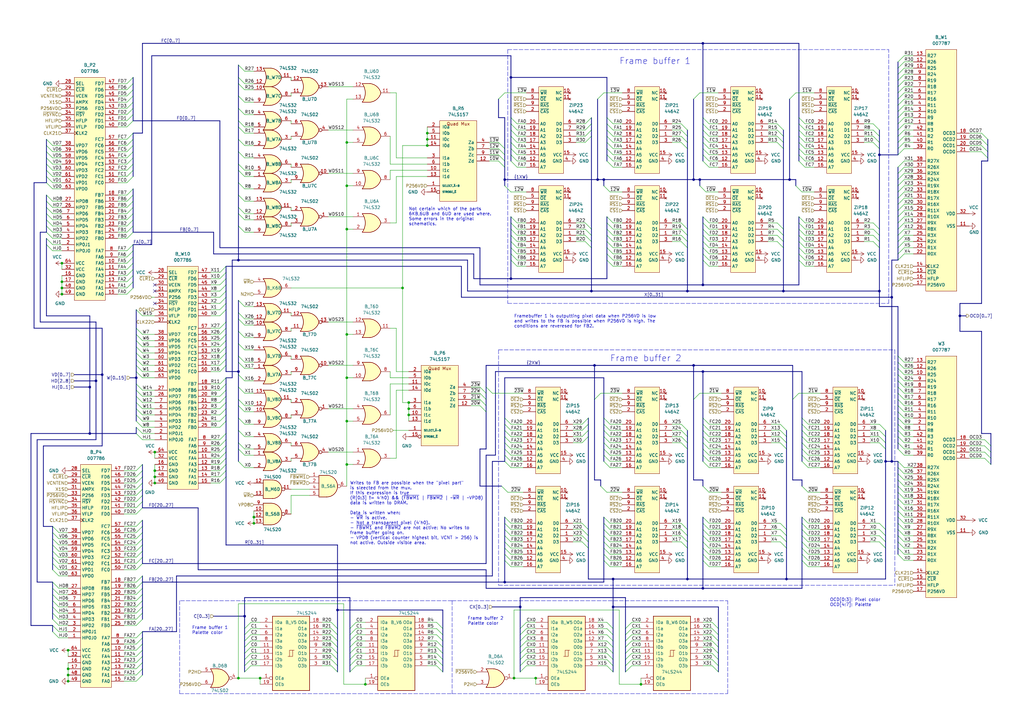
<source format=kicad_sch>
(kicad_sch (version 20231120) (generator "eeschema") (generator_version "8.0")
  (paper "A3")
  (title_block (title "Twin 16") (date "2024-08-04") (company "Konami GX687 / GX785") (comment 1 "Ulf Skutnabba, twitter: @skutis77"))
  (bus_alias "1XW" (members "~{10W}" "~{11W}" "~{12W}" "~{13W}"))
  (bus_alias "2XW" (members "~{20W}" "~{21W}" "~{22W}" "~{23W}"))
  (junction (at 142.24 76.2))
  (junction (at 245.11 73.66))
  (junction (at 209.55 31.75))
  (junction (at 100.33 252.73))
  (junction (at 63.5 185.42))
  (junction (at 288.29 17.78))
  (junction (at 209.55 114.3))
  (junction (at 284.48 73.66))
  (junction (at 207.01 238.76))
  (junction (at 393.7 129.54))
  (junction (at 27.94 266.7))
  (junction (at 365.76 189.23))
  (junction (at 36.83 158.75))
  (junction (at 25.4 107.95))
  (junction (at 167.64 170.18))
  (junction (at 175.26 57.15))
  (junction (at 167.64 167.64))
  (junction (at 25.4 115.57))
  (junction (at 281.94 237.49))
  (junction (at 142.24 58.42))
  (junction (at 165.1 118.11))
  (junction (at 243.84 149.86))
  (junction (at 167.64 165.1))
  (junction (at 251.46 248.92))
  (junction (at 97.79 152.4))
  (junction (at 251.46 237.49))
  (junction (at 142.24 93.98))
  (junction (at 27.94 279.4))
  (junction (at 63.5 198.12))
  (junction (at 360.68 63.5))
  (junction (at 27.94 274.32))
  (junction (at 323.85 73.66))
  (junction (at 25.4 120.65))
  (junction (at 213.36 248.92))
  (junction (at 219.71 278.13))
  (junction (at 247.65 73.66))
  (junction (at 142.24 137.16))
  (junction (at 106.68 278.13))
  (junction (at 138.43 250.19))
  (junction (at 39.37 156.21))
  (junction (at 104.14 212.09))
  (junction (at 262.89 280.67))
  (junction (at 104.14 214.63))
  (junction (at 288.29 152.4))
  (junction (at 284.48 149.86))
  (junction (at 288.29 241.3))
  (junction (at 97.79 106.68))
  (junction (at 25.4 118.11))
  (junction (at 287.02 73.66))
  (junction (at 36.83 177.8))
  (junction (at 63.5 195.58))
  (junction (at 322.58 237.49))
  (junction (at 363.22 189.23))
  (junction (at 175.26 54.61))
  (junction (at 142.24 172.72))
  (junction (at 55.88 154.94))
  (junction (at 149.86 280.67))
  (junction (at 142.24 190.5))
  (junction (at 142.24 154.94))
  (junction (at 41.91 153.67))
  (junction (at 288.29 116.84))
  (junction (at 281.94 119.38))
  (junction (at 97.79 278.13))
  (junction (at 63.5 193.04))
  (junction (at 242.57 119.38))
  (junction (at 360.68 119.38))
  (junction (at 365.76 121.92))
  (junction (at 321.31 119.38))
  (junction (at 27.94 276.86))
  (junction (at 175.26 59.69))
  (junction (at 207.01 73.66))
  (junction (at 210.82 278.13))
  (no_connect (at 63.5 119.38))
  (no_connect (at 63.5 124.46))
  (no_connect (at 63.5 116.84))
  (bus_entry (at 21.59 228.6) (size 2.54 2.54))
  (bus_entry (at 90.17 167.64) (size 2.54 -2.54))
  (bus_entry (at 19.05 74.93) (size 2.54 2.54))
  (bus_entry (at 247.65 38.1) (size -2.54 2.54))
  (bus_entry (at 290.83 227.33) (size -2.54 -2.54))
  (bus_entry (at 330.2 106.68) (size -2.54 -2.54))
  (bus_entry (at 358.14 96.52) (size 2.54 2.54))
  (bus_entry (at 238.76 219.71) (size 2.54 2.54))
  (bus_entry (at 368.3 196.85) (size 2.54 2.54))
  (bus_entry (at 204.47 60.96) (size 2.54 2.54))
  (bus_entry (at 212.09 60.96) (size -2.54 -2.54))
  (bus_entry (at 403.86 182.88) (size 2.54 2.54))
  (bus_entry (at 290.83 219.71) (size -2.54 -2.54))
  (bus_entry (at 368.3 224.79) (size 2.54 2.54))
  (bus_entry (at 248.92 273.05) (size 2.54 2.54))
  (bus_entry (at 250.19 232.41) (size -2.54 -2.54))
  (bus_entry (at 368.3 212.09) (size 2.54 2.54))
  (bus_entry (at 368.3 219.71) (size 2.54 2.54))
  (bus_entry (at 368.3 153.67) (size 2.54 2.54))
  (bus_entry (at 279.4 53.34) (size 2.54 2.54))
  (bus_entry (at 368.3 38.1) (size 2.54 -2.54))
  (bus_entry (at 21.59 256.54) (size 2.54 2.54))
  (bus_entry (at 179.07 262.89) (size 2.54 2.54))
  (bus_entry (at 290.83 214.63) (size -2.54 -2.54))
  (bus_entry (at 251.46 91.44) (size -2.54 -2.54))
  (bus_entry (at 368.3 176.53) (size 2.54 2.54))
  (bus_entry (at 290.83 66.04) (size -2.54 -2.54))
  (bus_entry (at 52.07 46.99) (size 2.54 -2.54))
  (bus_entry (at 320.04 214.63) (size 2.54 2.54))
  (bus_entry (at 55.88 165.1) (size 2.54 2.54))
  (bus_entry (at 209.55 191.77) (size -2.54 -2.54))
  (bus_entry (at 52.07 67.31) (size 2.54 -2.54))
  (bus_entry (at 209.55 229.87) (size -2.54 -2.54))
  (bus_entry (at 279.4 50.8) (size 2.54 2.54))
  (bus_entry (at 368.3 73.66) (size 2.54 -2.54))
  (bus_entry (at 289.56 78.74) (size -2.54 -2.54))
  (bus_entry (at 19.05 82.55) (size 2.54 2.54))
  (bus_entry (at 250.19 173.99) (size -2.54 -2.54))
  (bus_entry (at 358.14 91.44) (size 2.54 2.54))
  (bus_entry (at 135.89 270.51) (size 2.54 2.54))
  (bus_entry (at 290.83 224.79) (size -2.54 -2.54))
  (bus_entry (at 368.3 171.45) (size 2.54 2.54))
  (bus_entry (at 209.55 179.07) (size -2.54 -2.54))
  (bus_entry (at 320.04 219.71) (size 2.54 2.54))
  (bus_entry (at 360.68 217.17) (size 2.54 2.54))
  (bus_entry (at 213.36 270.51) (size 2.54 -2.54))
  (bus_entry (at 213.36 273.05) (size 2.54 -2.54))
  (bus_entry (at 212.09 104.14) (size -2.54 -2.54))
  (bus_entry (at 209.55 232.41) (size -2.54 -2.54))
  (bus_entry (at 97.79 140.97) (size 2.54 2.54))
  (bus_entry (at 279.4 222.25) (size 2.54 2.54))
  (bus_entry (at 331.47 224.79) (size -2.54 -2.54))
  (bus_entry (at 331.47 217.17) (size -2.54 -2.54))
  (bus_entry (at 290.83 109.22) (size -2.54 -2.54))
  (bus_entry (at 97.79 57.15) (size 2.54 2.54))
  (bus_entry (at 248.92 255.27) (size 2.54 2.54))
  (bus_entry (at 248.92 265.43) (size 2.54 2.54))
  (bus_entry (at 19.05 92.71) (size 2.54 2.54))
  (bus_entry (at 52.07 80.01) (size 2.54 -2.54))
  (bus_entry (at 248.92 270.51) (size 2.54 2.54))
  (bus_entry (at 251.46 109.22) (size -2.54 -2.54))
  (bus_entry (at 97.79 62.23) (size 2.54 2.54))
  (bus_entry (at 251.46 96.52) (size -2.54 -2.54))
  (bus_entry (at 240.03 99.06) (size 2.54 2.54))
  (bus_entry (at 90.17 119.38) (size 2.54 -2.54))
  (bus_entry (at 279.4 99.06) (size 2.54 2.54))
  (bus_entry (at 55.88 279.4) (size 2.54 -2.54))
  (bus_entry (at 55.88 266.7) (size 2.54 -2.54))
  (bus_entry (at 21.59 251.46) (size 2.54 2.54))
  (bus_entry (at 55.88 170.18) (size 2.54 2.54))
  (bus_entry (at 330.2 53.34) (size -2.54 -2.54))
  (bus_entry (at 135.89 260.35) (size 2.54 2.54))
  (bus_entry (at 143.51 275.59) (size 2.54 -2.54))
  (bus_entry (at 331.47 173.99) (size -2.54 -2.54))
  (bus_entry (at 360.68 181.61) (size 2.54 2.54))
  (bus_entry (at 368.3 209.55) (size 2.54 2.54))
  (bus_entry (at 97.79 49.53) (size 2.54 2.54))
  (bus_entry (at 52.07 39.37) (size 2.54 -2.54))
  (bus_entry (at 97.79 52.07) (size 2.54 2.54))
  (bus_entry (at 368.3 48.26) (size 2.54 -2.54))
  (bus_entry (at 290.83 201.93) (size -2.54 -2.54))
  (bus_entry (at 97.79 176.53) (size 2.54 2.54))
  (bus_entry (at 55.88 160.02) (size 2.54 2.54))
  (bus_entry (at 368.3 181.61) (size 2.54 2.54))
  (bus_entry (at 213.36 262.89) (size 2.54 -2.54))
  (bus_entry (at 179.07 265.43) (size 2.54 2.54))
  (bus_entry (at 21.59 243.84) (size 2.54 2.54))
  (bus_entry (at 97.79 74.93) (size 2.54 2.54))
  (bus_entry (at 179.07 273.05) (size 2.54 2.54))
  (bus_entry (at 55.88 243.84) (size 2.54 -2.54))
  (bus_entry (at 97.79 163.83) (size 2.54 2.54))
  (bus_entry (at 402.59 57.15) (size 2.54 2.54))
  (bus_entry (at 368.3 33.02) (size 2.54 -2.54))
  (bus_entry (at 256.54 270.51) (size 2.54 -2.54))
  (bus_entry (at 212.09 96.52) (size -2.54 -2.54))
  (bus_entry (at 248.92 201.93) (size -2.54 -2.54))
  (bus_entry (at 97.79 69.85) (size 2.54 2.54))
  (bus_entry (at 209.55 224.79) (size -2.54 -2.54))
  (bus_entry (at 256.54 262.89) (size 2.54 -2.54))
  (bus_entry (at 52.07 95.25) (size 2.54 -2.54))
  (bus_entry (at 204.47 66.04) (size 2.54 2.54))
  (bus_entry (at 368.3 166.37) (size 2.54 2.54))
  (bus_entry (at 21.59 223.52) (size 2.54 2.54))
  (bus_entry (at 290.83 101.6) (size -2.54 -2.54))
  (bus_entry (at 52.07 64.77) (size 2.54 -2.54))
  (bus_entry (at 368.3 27.94) (size 2.54 -2.54))
  (bus_entry (at 212.09 50.8) (size -2.54 -2.54))
  (bus_entry (at 279.4 179.07) (size 2.54 2.54))
  (bus_entry (at 97.79 184.15) (size 2.54 2.54))
  (bus_entry (at 368.3 204.47) (size 2.54 2.54))
  (bus_entry (at 55.88 218.44) (size 2.54 -2.54))
  (bus_entry (at 287.02 161.29) (size -2.54 2.54))
  (bus_entry (at 238.76 176.53) (size 2.54 -2.54))
  (bus_entry (at 90.17 193.04) (size 2.54 -2.54))
  (bus_entry (at 250.19 78.74) (size -2.54 -2.54))
  (bus_entry (at 90.17 121.92) (size 2.54 -2.54))
  (bus_entry (at 290.83 189.23) (size -2.54 -2.54))
  (bus_entry (at 97.79 85.09) (size 2.54 2.54))
  (bus_entry (at 55.88 254) (size 2.54 -2.54))
  (bus_entry (at 368.3 35.56) (size 2.54 -2.54))
  (bus_entry (at 368.3 222.25) (size 2.54 2.54))
  (bus_entry (at 143.51 267.97) (size 2.54 -2.54))
  (bus_entry (at 213.36 257.81) (size 2.54 -2.54))
  (bus_entry (at 290.83 63.5) (size -2.54 -2.54))
  (bus_entry (at 213.36 275.59) (size 2.54 -2.54))
  (bus_entry (at 402.59 62.23) (size 2.54 2.54))
  (bus_entry (at 290.83 176.53) (size -2.54 -2.54))
  (bus_entry (at 318.77 91.44) (size 2.54 2.54))
  (bus_entry (at 358.14 99.06) (size 2.54 2.54))
  (bus_entry (at 360.68 179.07) (size 2.54 2.54))
  (bus_entry (at 90.17 111.76) (size 2.54 -2.54))
  (bus_entry (at 330.2 104.14) (size -2.54 -2.54))
  (bus_entry (at 368.3 55.88) (size 2.54 -2.54))
  (bus_entry (at 328.93 78.74) (size -2.54 -2.54))
  (bus_entry (at 97.79 171.45) (size 2.54 2.54))
  (bus_entry (at 330.2 58.42) (size -2.54 -2.54))
  (bus_entry (at 318.77 99.06) (size 2.54 2.54))
  (bus_entry (at 279.4 96.52) (size 2.54 2.54))
  (bus_entry (at 403.86 180.34) (size 2.54 2.54))
  (bus_entry (at 287.02 38.1) (size -2.54 2.54))
  (bus_entry (at 19.05 67.31) (size 2.54 2.54))
  (bus_entry (at 292.1 273.05) (size 2.54 2.54))
  (bus_entry (at 320.04 179.07) (size 2.54 2.54))
  (bus_entry (at 97.79 34.29) (size 2.54 2.54))
  (bus_entry (at 97.79 146.05) (size 2.54 2.54))
  (bus_entry (at 251.46 66.04) (size -2.54 -2.54))
  (bus_entry (at 331.47 186.69) (size -2.54 -2.54))
  (bus_entry (at 292.1 265.43) (size 2.54 2.54))
  (bus_entry (at 331.47 227.33) (size -2.54 -2.54))
  (bus_entry (at 240.03 53.34) (size 2.54 -2.54))
  (bus_entry (at 97.79 158.75) (size 2.54 2.54))
  (bus_entry (at 358.14 55.88) (size 2.54 2.54))
  (bus_entry (at 90.17 195.58) (size 2.54 -2.54))
  (bus_entry (at 55.88 193.04) (size 2.54 -2.54))
  (bus_entry (at 212.09 53.34) (size -2.54 -2.54))
  (bus_entry (at 250.19 219.71) (size -2.54 -2.54))
  (bus_entry (at 248.92 262.89) (size 2.54 2.54))
  (bus_entry (at 368.3 63.5) (size 2.54 -2.54))
  (bus_entry (at 279.4 181.61) (size 2.54 2.54))
  (bus_entry (at 279.4 91.44) (size 2.54 2.54))
  (bus_entry (at 212.09 55.88) (size -2.54 -2.54))
  (bus_entry (at 368.3 83.82) (size 2.54 -2.54))
  (bus_entry (at 90.17 170.18) (size 2.54 -2.54))
  (bus_entry (at 368.3 191.77) (size 2.54 2.54))
  (bus_entry (at 212.09 101.6) (size -2.54 -2.54))
  (bus_entry (at 368.3 151.13) (size 2.54 2.54))
  (bus_entry (at 90.17 149.86) (size 2.54 -2.54))
  (bus_entry (at 19.05 95.25) (size 2.54 2.54))
  (bus_entry (at 55.88 175.26) (size 2.54 2.54))
  (bus_entry (at 55.88 223.52) (size 2.54 -2.54))
  (bus_entry (at 250.19 181.61) (size -2.54 -2.54))
  (bus_entry (at 368.3 146.05) (size 2.54 2.54))
  (bus_entry (at 368.3 25.4) (size 2.54 -2.54))
  (bus_entry (at 290.83 184.15) (size -2.54 -2.54))
  (bus_entry (at 318.77 96.52) (size 2.54 2.54))
  (bus_entry (at 204.47 63.5) (size 2.54 2.54))
  (bus_entry (at 279.4 58.42) (size 2.54 2.54))
  (bus_entry (at 331.47 184.15) (size -2.54 -2.54))
  (bus_entry (at 240.03 96.52) (size 2.54 2.54))
  (bus_entry (at 100.33 257.81) (size 2.54 -2.54))
  (bus_entry (at 213.36 260.35) (size 2.54 -2.54))
  (bus_entry (at 292.1 257.81) (size 2.54 2.54))
  (bus_entry (at 251.46 106.68) (size -2.54 -2.54))
  (bus_entry (at 52.07 74.93) (size 2.54 -2.54))
  (bus_entry (at 55.88 152.4) (size 2.54 2.54))
  (bus_entry (at 100.33 267.97) (size 2.54 -2.54))
  (bus_entry (at 248.92 267.97) (size 2.54 2.54))
  (bus_entry (at 90.17 187.96) (size 2.54 -2.54))
  (bus_entry (at 21.59 238.76) (size 2.54 2.54))
  (bus_entry (at 251.46 99.06) (size -2.54 -2.54))
  (bus_entry (at 196.85 161.29) (size 2.54 2.54))
  (bus_entry (at 240.03 93.98) (size 2.54 2.54))
  (bus_entry (at 55.88 172.72) (size 2.54 2.54))
  (bus_entry (at 97.79 166.37) (size 2.54 2.54))
  (bus_entry (at 21.59 218.44) (size 2.54 2.54))
  (bus_entry (at 55.88 256.54) (size 2.54 -2.54))
  (bus_entry (at 97.79 87.63) (size 2.54 2.54))
  (bus_entry (at 320.04 222.25) (size 2.54 2.54))
  (bus_entry (at 97.79 135.89) (size 2.54 2.54))
  (bus_entry (at 55.88 147.32) (size 2.54 2.54))
  (bus_entry (at 212.09 106.68) (size -2.54 -2.54))
  (bus_entry (at 21.59 231.14) (size 2.54 2.54))
  (bus_entry (at 212.09 63.5) (size -2.54 -2.54))
  (bus_entry (at 368.3 91.44) (size 2.54 -2.54))
  (bus_entry (at 52.07 57.15) (size 2.54 -2.54))
  (bus_entry (at 290.83 179.07) (size -2.54 -2.54))
  (bus_entry (at 368.3 161.29) (size 2.54 2.54))
  (bus_entry (at 52.07 97.79) (size 2.54 -2.54))
  (bus_entry (at 97.79 44.45) (size 2.54 2.54))
  (bus_entry (at 238.76 217.17) (size 2.54 2.54))
  (bus_entry (at 331.47 181.61) (size -2.54 -2.54))
  (bus_entry (at 358.14 53.34) (size 2.54 2.54))
  (bus_entry (at 290.83 50.8) (size -2.54 -2.54))
  (bus_entry (at 55.88 215.9) (size 2.54 -2.54))
  (bus_entry (at 90.17 127) (size 2.54 -2.54))
  (bus_entry (at 368.3 99.06) (size 2.54 -2.54))
  (bus_entry (at 403.86 187.96) (size 2.54 2.54))
  (bus_entry (at 135.89 262.89) (size 2.54 2.54))
  (bus_entry (at 368.3 45.72) (size 2.54 -2.54))
  (bus_entry (at 330.2 63.5) (size -2.54 -2.54))
  (bus_entry (at 209.55 189.23) (size -2.54 -2.54))
  (bus_entry (at 256.54 260.35) (size 2.54 -2.54))
  (bus_entry (at 368.3 194.31) (size 2.54 2.54))
  (bus_entry (at 97.79 128.27) (size 2.54 2.54))
  (bus_entry (at 55.88 139.7) (size 2.54 2.54))
  (bus_entry (at 55.88 248.92) (size 2.54 -2.54))
  (bus_entry (at 290.83 229.87) (size -2.54 -2.54))
  (bus_entry (at 55.88 233.68) (size 2.54 -2.54))
  (bus_entry (at 97.79 130.81) (size 2.54 2.54))
  (bus_entry (at 256.54 265.43) (size 2.54 -2.54))
  (bus_entry (at 368.3 58.42) (size 2.54 -2.54))
  (bus_entry (at 90.17 180.34) (size 2.54 -2.54))
  (bus_entry (at 330.2 60.96) (size -2.54 -2.54))
  (bus_entry (at 90.17 182.88) (size 2.54 -2.54))
  (bus_entry (at 135.89 265.43) (size 2.54 2.54))
  (bus_entry (at 330.2 96.52) (size -2.54 -2.54))
  (bus_entry (at 251.46 55.88) (size -2.54 -2.54))
  (bus_entry (at 368.3 68.58) (size 2.54 -2.54))
  (bus_entry (at 240.03 50.8) (size 2.54 -2.54))
  (bus_entry (at 135.89 257.81) (size 2.54 2.54))
  (bus_entry (at 251.46 93.98) (size -2.54 -2.54))
  (bus_entry (at 179.07 257.81) (size 2.54 2.54))
  (bus_entry (at 368.3 104.14) (size 2.54 -2.54))
  (bus_entry (at 207.01 38.1) (size -2.54 2.54))
  (bus_entry (at 97.79 39.37) (size 2.54 2.54))
  (bus_entry (at 279.4 176.53) (size 2.54 2.54))
  (bus_entry (at 212.09 58.42) (size -2.54 -2.54))
  (bus_entry (at 55.88 162.56) (size 2.54 2.54))
  (bus_entry (at 213.36 265.43) (size 2.54 -2.54))
  (bus_entry (at 290.83 181.61) (size -2.54 -2.54))
  (bus_entry (at 143.51 273.05) (size 2.54 -2.54))
  (bus_entry (at 292.1 267.97) (size 2.54 2.54))
  (bus_entry (at 320.04 173.99) (size 2.54 2.54))
  (bus_entry (at 52.07 69.85) (size 2.54 -2.54))
  (bus_entry (at 55.88 198.12) (size 2.54 -2.54))
  (bus_entry (at 179.07 267.97) (size 2.54 2.54))
  (bus_entry (at 331.47 214.63) (size -2.54 -2.54))
  (bus_entry (at 240.03 91.44) (size 2.54 2.54))
  (bus_entry (at 100.33 265.43) (size 2.54 -2.54))
  (bus_entry (at 256.54 267.97) (size 2.54 -2.54))
  (bus_entry (at 55.88 271.78) (size 2.54 -2.54))
  (bus_entry (at 368.3 78.74) (size 2.54 -2.54))
  (bus_entry (at 90.17 172.72) (size 2.54 -2.54))
  (bus_entry (at 250.19 217.17) (size -2.54 -2.54))
  (bus_entry (at 250.19 189.23) (size -2.54 -2.54))
  (bus_entry (at 251.46 60.96) (size -2.54 -2.54))
  (bus_entry (at 330.2 91.44) (size -2.54 -2.54))
  (bus_entry (at 209.55 219.71) (size -2.54 -2.54))
  (bus_entry (at 279.4 217.17) (size 2.54 2.54))
  (bus_entry (at 251.46 53.34) (size -2.54 -2.54))
  (bus_entry (at 97.79 153.67) (size 2.54 2.54))
  (bus_entry (at 368.3 184.15) (size 2.54 2.54))
  (bus_entry (at 290.83 91.44) (size -2.54 -2.54))
  (bus_entry (at 209.55 227.33) (size -2.54 -2.54))
  (bus_entry (at 368.3 168.91) (size 2.54 2.54))
  (bus_entry (at 196.85 163.83) (size 2.54 2.54))
  (bus_entry (at 19.05 97.79) (size 2.54 2.54))
  (bus_entry (at 279.4 219.71) (size 2.54 2.54))
  (bus_entry (at 97.79 31.75) (size 2.54 2.54))
  (bus_entry (at 52.07 72.39) (size 2.54 -2.54))
  (bus_entry (at 368.3 71.12) (size 2.54 -2.54))
  (bus_entry (at 52.07 82.55) (size 2.54 -2.54))
  (bus_entry (at 55.88 127) (size 2.54 2.54))
  (bus_entry (at 52.07 92.71) (size 2.54 -2.54))
  (bus_entry (at 368.3 40.64) (size 2.54 -2.54))
  (bus_entry (at 250.19 224.79) (size -2.54 -2.54))
  (bus_entry (at 55.88 264.16) (size 2.54 -2.54))
  (bus_entry (at 320.04 176.53) (size 2.54 2.54))
  (bus_entry (at 290.83 217.17) (size -2.54 -2.54))
  (bus_entry (at 55.88 274.32) (size 2.54 -2.54))
  (bus_entry (at 368.3 163.83) (size 2.54 2.54))
  (bus_entry (at 250.19 186.69) (size -2.54 -2.54))
  (bus_entry (at 55.88 205.74) (size 2.54 -2.54))
  (bus_entry (at 52.07 110.49) (size 2.54 -2.54))
  (bus_entry (at 19.05 90.17) (size 2.54 2.54))
  (bus_entry (at 403.86 185.42) (size 2.54 2.54))
  (bus_entry (at 52.07 105.41) (size 2.54 -2.54))
  (bus_entry (at 318.77 58.42) (size 2.54 2.54))
  (bus_entry (at 279.4 93.98) (size 2.54 2.54))
  (bus_entry (at 55.88 195.58) (size 2.54 -2.54))
  (bus_entry (at 331.47 229.87) (size -2.54 -2.54))
  (bus_entry (at 318.77 50.8) (size 2.54 2.54))
  (bus_entry (at 90.17 134.62) (size 2.54 -2.54))
  (bus_entry (at 318.77 55.88) (size 2.54 2.54))
  (bus_entry (at 368.3 158.75) (size 2.54 2.54))
  (bus_entry (at 290.83 96.52) (size -2.54 -2.54))
  (bus_entry (at 330.2 50.8) (size -2.54 -2.54))
  (bus_entry (at 331.47 176.53) (size -2.54 -2.54))
  (bus_entry (at 21.59 248.92) (size 2.54 2.54))
  (bus_entry (at 290.83 222.25) (size -2.54 -2.54))
  (bus_entry (at 55.88 144.78) (size 2.54 2.54))
  (bus_entry (at 97.79 67.31) (size 2.54 2.54))
  (bus_entry (at 100.33 262.89) (size 2.54 -2.54))
  (bus_entry (at 251.46 63.5) (size -2.54 -2.54))
  (bus_entry (at 21.59 246.38) (size 2.54 2.54))
  (bus_entry (at 19.05 80.01) (size 2.54 2.54))
  (bus_entry (at 196.85 166.37) (size 2.54 2.54))
  (bus_entry (at 250.19 229.87) (size -2.54 -2.54))
  (bus_entry (at 327.66 161.29) (size -2.54 2.54))
  (bus_entry (at 290.83 106.68) (size -2.54 -2.54))
  (bus_entry (at 97.79 26.67) (size 2.54 2.54))
  (bus_entry (at 19.05 87.63) (size 2.54 2.54))
  (bus_entry (at 55.88 203.2) (size 2.54 -2.54))
  (bus_entry (at 19.05 59.69) (size 2.54 2.54))
  (bus_entry (at 251.46 104.14) (size -2.54 -2.54))
  (bus_entry (at 368.3 179.07) (size 2.54 2.54))
  (bus_entry (at 290.83 173.99) (size -2.54 -2.54))
  (bus_entry (at 90.17 129.54) (size 2.54 -2.54))
  (bus_entry (at 196.85 158.75) (size 2.54 2.54))
  (bus_entry (at 55.88 231.14) (size 2.54 -2.54))
  (bus_entry (at 55.88 167.64) (size 2.54 2.54))
  (bus_entry (at 290.83 68.58) (size -2.54 -2.54))
  (bus_entry (at 368.3 156.21) (size 2.54 2.54))
  (bus_entry (at 256.54 275.59) (size 2.54 -2.54))
  (bus_entry (at 55.88 276.86) (size 2.54 -2.54))
  (bus_entry (at 331.47 189.23) (size -2.54 -2.54))
  (bus_entry (at 97.79 181.61) (size 2.54 2.54))
  (bus_entry (at 250.19 176.53) (size -2.54 -2.54))
  (bus_entry (at 330.2 68.58) (size -2.54 -2.54))
  (bus_entry (at 250.19 191.77) (size -2.54 -2.54))
  (bus_entry (at 368.3 81.28) (size 2.54 -2.54))
  (bus_entry (at 209.55 186.69) (size -2.54 -2.54))
  (bus_entry (at 209.55 214.63) (size -2.54 -2.54))
  (bus_entry (at 368.3 106.68) (size 2.54 -2.54))
  (bus_entry (at 52.07 87.63) (size 2.54 -2.54))
  (bus_entry (at 368.3 76.2) (size 2.54 -2.54))
  (bus_entry (at 368.3 43.18) (size 2.54 -2.54))
  (bus_entry (at 250.19 214.63) (size -2.54 -2.54))
  (bus_entry (at 52.07 62.23) (size 2.54 -2.54))
  (bus_entry (at 55.88 238.76) (size 2.54 -2.54))
  (bus_entry (at 143.51 262.89) (size 2.54 -2.54))
  (bus_entry (at 368.3 53.34) (size 2.54 -2.54))
  (bus_entry (at 250.19 222.25) (size -2.54 -2.54))
  (bus_entry (at 290.83 58.42) (size -2.54 -2.54))
  (bus_entry (at 331.47 222.25) (size -2.54 -2.54))
  (bus_entry (at 290.83 186.69) (size -2.54 -2.54))
  (bus_entry (at 292.1 255.27) (size 2.54 2.54))
  (bus_entry (at 251.46 68.58) (size -2.54 -2.54))
  (bus_entry (at 368.3 199.39) (size 2.54 2.54))
  (bus_entry (at 143.51 260.35) (size 2.54 -2.54))
  (bus_entry (at 97.79 80.01) (size 2.54 2.54))
  (bus_entry (at 358.14 58.42) (size 2.54 2.54))
  (bus_entry (at 360.68 219.71) (size 2.54 2.54))
  (bus_entry (at 55.88 177.8) (size 2.54 2.54))
  (bus_entry (at 52.07 36.83) (size 2.54 -2.54))
  (bus_entry (at 250.19 179.07) (size -2.54 -2.54))
  (bus_entry (at 21.59 233.68) (size 2.54 2.54))
  (bus_entry (at 279.4 214.63) (size 2.54 2.54))
  (bus_entry (at 368.3 148.59) (size 2.54 2.54))
  (bus_entry (at 238.76 181.61) (size 2.54 -2.54))
  (bus_entry (at 179.07 255.27) (size 2.54 2.54))
  (bus_entry (at 19.05 69.85) (size 2.54 2.54))
  (bus_entry (at 290.83 60.96) (size -2.54 -2.54))
  (bus_entry (at 279.4 173.99) (size 2.54 2.54))
  (bus_entry (at 256.54 273.05) (size 2.54 -2.54))
  (bus_entry (at 90.17 162.56) (size 2.54 -2.54))
  (bus_entry (at 402.59 54.61) (size 2.54 2.54))
  (bus_entry (at 251.46 101.6) (size -2.54 -2.54))
  (bus_entry (at 290.83 55.88) (size -2.54 -2.54))
  (bus_entry (at 330.2 109.22) (size -2.54 -2.54))
  (bus_entry (at 290.83 232.41) (size -2.54 -2.54))
  (bus_entry (at 90.17 175.26) (size 2.54 -2.54))
  (bus_entry (at 212.09 93.98) (size -2.54 -2.54))
  (bus_entry (at 143.51 257.81) (size 2.54 -2.54))
  (bus_entry (at 199.39 158.75) (size 2.54 2.54))
  (bus_entry (at 135.89 273.05) (size 2.54 2.54))
  (bus_entry (at 100.33 270.51) (size 2.54 -2.54))
  (bus_entry (at 320.04 217.17) (size 2.54 2.54))
  (bus_entry (at 209.55 78.74) (size -2.54 -2.54))
  (bus_entry (at 21.59 259.08) (size 2.54 2.54))
  (bus_entry (at 55.88 200.66) (size 2.54 -2.54))
  (bus_entry (at 360.68 214.63) (size 2.54 2.54))
  (bus_entry (at 19.05 62.23) (size 2.54 2.54))
  (bus_entry (at 179.07 270.51) (size 2.54 2.54))
  (bus_entry (at 52.07 90.17) (size 2.54 -2.54))
  (bus_entry (at 358.14 93.98) (size 2.54 2.54))
  (bus_entry (at 52.07 118.11) (size 2.54 -2.54))
  (bus_entry (at 21.59 226.06) (size 2.54 2.54))
  (bus_entry (at 97.79 123.19) (size 2.54 2.54))
  (bus_entry (at 368.3 60.96) (size 2.54 -2.54))
  (bus_entry (at 55.88 269.24) (size 2.54 -2.54))
  (bus_entry (at 368.3 173.99) (size 2.54 2.54))
  (bus_entry (at 19.05 85.09) (size 2.54 2.54))
  (bus_entry (at 318.77 53.34) (size 2.54 2.54))
  (bus_entry (at 100.33 275.59) (size 2.54 -2.54))
  (bus_entry (at 90.17 144.78) (size 2.54 -2.54))
  (bus_entry (at 330.2 93.98) (size -2.54 -2.54))
  (bus_entry (at 368.3 189.23) (size 2.54 2.54))
  (bus_entry (at 290.83 53.34) (size -2.54 -2.54))
  (bus_entry (at 330.2 66.04) (size -2.54 -2.54))
  (bus_entry (at 320.04 181.61) (size 2.54 2.54))
  (bus_entry (at 21.59 215.9) (size 2.54 2.54))
  (bus_entry (at 19.05 57.15) (size 2.54 2.54))
  (bus_entry (at 52.07 59.69) (size 2.54 -2.54))
  (bus_entry (at 402.59 59.69) (size 2.54 2.54))
  (bus_entry (at 212.09 66.04) (size -2.54 -2.54))
  (bus_entry (at 290.83 93.98) (size -2.54 -2.54))
  (bus_entry (at 55.88 149.86) (size 2.54 2.54))
  (bus_entry (at 209.55 184.15) (size -2.54 -2.54))
  (bus_entry (at 19.05 72.39) (size 2.54 2.54))
  (bus_entry (at 90.17 139.7) (size 2.54 -2.54))
  (bus_entry (at 90.17 116.84) (size 2.54 -2.54))
  (bus_entry (at 368.3 214.63) (size 2.54 2.54))
  (bus_entry (at 90.17 142.24) (size 2.54 -2.54))
  (bus_entry (at 204.47 58.42) (size 2.54 2.54))
  (bus_entry (at 368.3 201.93) (size 2.54 2.54))
  (bus_entry (at 90.17 185.42) (size 2.54 -2.54))
  (bus_entry (at 52.07 52.07) (size 2.54 -2.54))
  (bus_entry (at 90.17 160.02) (size 2.54 -2.54))
  (bus_entry (at 368.3 217.17) (size 2.54 2.54))
  (bus_entry (at 238.76 179.07) (size 2.54 -2.54))
  (bus_entry (at 55.88 228.6) (size 2.54 -2.54))
  (bus_entry (at 212.09 91.44) (size -2.54 -2.54))
  (bus_entry (at 52.07 34.29) (size 2.54 -2.54))
  (bus_entry (at 97.79 92.71) (size 2.54 2.54))
  (bus_entry (at 331.47 201.93) (size -2.54 -2.54))
  (bus_entry (at 52.07 120.65) (size 2.54 -2.54))
  (bus_entry (at 97.79 189.23) (size 2.54 2.54))
  (bus_entry (at 52.07 41.91) (size 2.54 -2.54))
  (bus_entry (at 55.88 251.46) (size 2.54 -2.54))
  (bus_entry (at 55.88 226.06) (size 2.54 -2.54))
  (bus_entry (at 326.39 38.1) (size -2.54 2.54))
  (bus_entry (at 368.3 30.48) (size 2.54 -2.54))
  (bus_entry (at 143.51 265.43) (size 2.54 -2.54))
  (bus_entry (at 55.88 157.48) (size 2.54 2.54))
  (bus_entry (at 52.07 107.95) (size 2.54 -2.54))
  (bus_entry (at 90.17 190.5) (size 2.54 -2.54))
  (bus_entry (at 209.55 173.99) (size -2.54 -2.54))
  (bus_entry (at 100.33 273.05) (size 2.54 -2.54))
  (bus_entry (at 368.3 86.36) (size 2.54 -2.54))
  (bus_entry (at 52.07 85.09) (size 2.54 -2.54))
  (bus_entry (at 179.07 260.35) (size 2.54 2.54))
  (bus_entry (at 135.89 255.27) (size 2.54 2.54))
  (bus_entry (at 209.55 181.61) (size -2.54 -2.54))
  (bus_entry (at 55.88 246.38) (size 2.54 -2.54))
  (bus_entry (at 97.79 148.59) (size 2.54 2.54))
  (bus_entry (at 331.47 191.77) (size -2.54 -2.54))
  (bus_entry (at 360.68 222.25) (size 2.54 2.54))
  (bus_entry (at 368.3 227.33) (size 2.54 2.54))
  (bus_entry (at 52.07 115.57) (size 2.54 -2.54))
  (bus_entry (at 368.3 101.6) (size 2.54 -2.54))
  (bus_entry (at 238.76 214.63) (size 2.54 2.54))
  (bus_entry (at 358.14 50.8) (size 2.54 2.54))
  (bus_entry (at 292.1 262.89) (size 2.54 2.54))
  (bus_entry (at 292.1 270.51) (size 2.54 2.54))
  (bus_entry (at 368.3 93.98) (size 2.54 -2.54))
  (bus_entry (at 19.05 64.77) (size 2.54 2.54))
  (bus_entry (at 52.07 102.87) (size 2.54 -2.54))
  (bus_entry (at 279.4 55.88) (size 2.54 2.54))
  (bus_entry (at 290.83 191.77) (size -2.54 -2.54))
  (bus_entry (at 90.17 198.12) (size 2.54 -2.54))
  (bus_entry (at 248.92 260.35) (size 2.54 2.54))
  (bus_entry (at 248.92 257.81) (size 2.54 2.54))
  (bus_entry (at 213.36 267.97) (size 2.54 -2.54))
  (bus_entry (at 55.88 137.16) (size 2.54 2.54))
  (bus_entry (at 368.3 88.9) (size 2.54 -2.54))
  (bus_entry (at 246.38 161.29) (size -2.54 2.54))
  (bus_entry (at 212.09 68.58) (size -2.54 -2.54))
  (bus_entry (at 368.3 96.52) (size 2.54 -2.54))
  (bus_entry (at 90.17 137.16) (size 2.54 -2.54))
  (bus_entry (at 90.17 124.46) (size 2.54 -2.54))
  (bus_entry (at 90.17 152.4) (size 2.54 -2.54))
  (bus_entry (at 331.47 232.41) (size -2.54 -2.54))
  (bus_entry (at 90.17 114.3) (size 2.54 -2.54))
  (bus_entry (at 19.05 100.33) (size 2.54 2.54))
  (bus_entry (at 290.83 99.06) (size -2.54 -2.54))
  (bus_entry (at 90.17 157.48) (size 2.54 -2.54))
  (bus_entry (at 318.77 93.98) (size 2.54 2.54))
  (bus_entry (at 240.03 55.88) (size 2.54 -2.54))
  (bus_entry (at 55.88 241.3) (size 2.54 -2.54))
  (bus_entry (at 90.17 147.32) (size 2.54 -2.54))
  (bus_entry (at 143.51 270.51) (size 2.54 -2.54))
  (bus_entry (at 251.46 50.8) (size -2.54 -2.54))
  (bus_entry (at 212.09 99.06) (size -2.54 -2.54))
  (bus_entry (at 135.89 267.97) (size 2.54 2.54))
  (bus_entry (at 250.19 184.15) (size -2.54 -2.54))
  (bus_entry (at 209.55 222.25) (size -2.54 -2.54))
  (bus_entry (at 21.59 241.3) (size 2.54 2.54))
  (bus_entry (at 251.46 58.42) (size -2.54 -2.54))
  (bus_entry (at 52.07 49.53) (size 2.54 -2.54))
  (bus_entry (at 368.3 50.8) (size 2.54 -2.54))
  (bus_entry (at 250.19 227.33) (size -2.54 -2.54))
  (bus_entry (at 330.2 99.06) (size -2.54 -2.54))
  (bus_entry (at 292.1 260.35) (size 2.54 2.54))
  (bus_entry (at 256.54 257.81) (size 2.54 -2.54))
  (bus_entry (at 212.09 109.22) (size -2.54 -2.54))
  (bus_entry (at 331.47 219.71) (size -2.54 -2.54))
  (bus_entry (at 360.68 173.99) (size 2.54 2.54))
  (bus_entry (at 55.88 210.82) (size 2.54 -2.54))
  (bus_entry (at 238.76 173.99) (size 2.54 -2.54))
  (bus_entry (at 330.2 101.6) (size -2.54 -2.54))
  (bus_entry (at 55.88 208.28) (size 2.54 -2.54))
  (bus_entry (at 100.33 260.35) (size 2.54 -2.54))
  (bus_entry (at 55.88 142.24) (size 2.54 2.54))
  (bus_entry (at 52.07 44.45) (size 2.54 -2.54))
  (bus_entry (at 209.55 176.53) (size -2.54 -2.54))
  (bus_entry (at 331.47 179.07) (size -2.54 -2.54))
  (bus_entry (at 330.2 55.88) (size -2.54 -2.54))
  (bus_entry (at 208.28 201.93) (size -2.54 -2.54))
  (bus_entry (at 52.07 113.03) (size 2.54 -2.54))
  (bus_entry (at 209.55 217.17) (size -2.54 -2.54))
  (bus_entry (at 55.88 261.62) (size 2.54 -2.54))
  (bus_entry (at 55.88 134.62) (size 2.54 2.54))
  (bus_entry (at 55.88 220.98) (size 2.54 -2.54))
  (bus_entry (at 360.68 176.53) (size 2.54 2.54))
  (bus_entry (at 290.83 104.14) (size -2.54 -2.54))
  (bus_entry (at 90.17 165.1) (size 2.54 -2.54))
  (bus_entry (at 21.59 254) (size 2.54 2.54))
  (bus_entry (at 21.59 220.98) (size 2.54 2.54))
  (bus_entry (at 238.76 222.25) (size 2.54 2.54))
  (bus_entry (at 240.03 58.42) (size 2.54 -2.54))
  (bus_entry (at 368.3 207.01) (size 2.54 2.54))
  (bus (pts (xy 323.85 73.66) (xy 326.39 73.66)))
  (wire (pts (xy 254 250.19) (xy 254 280.67)))
  (wire (pts (xy 290.83 219.71) (xy 295.91 219.71)))
  (wire (pts (xy 334.01 93.98) (xy 330.2 93.98)))
  (bus (pts (xy 405.13 62.23) (xy 405.13 64.77)))
  (wire (pts (xy 374.65 148.59) (xy 370.84 148.59)))
  (wire (pts (xy 100.33 54.61) (xy 104.14 54.61)))
  (wire (pts (xy 250.19 176.53) (xy 255.27 176.53)))
  (wire (pts (xy 374.65 71.12) (xy 370.84 71.12)))
  (wire (pts (xy 100.33 191.77) (xy 104.14 191.77)))
  (bus (pts (xy 328.93 181.61) (xy 328.93 179.07)))
  (bus (pts (xy 100.33 252.73) (xy 100.33 257.81)))
  (wire (pts (xy 104.14 209.55) (xy 104.14 212.09)))
  (bus (pts (xy 402.59 177.8) (xy 406.4 177.8)))
  (wire (pts (xy 374.65 191.77) (xy 370.84 191.77)))
  (bus (pts (xy 92.71 177.8) (xy 92.71 180.34)))
  (bus (pts (xy 247.65 181.61) (xy 247.65 179.07)))
  (bus (pts (xy 207.01 68.58) (xy 207.01 73.66)))
  (bus (pts (xy 92.71 139.7) (xy 92.71 142.24)))
  (bus (pts (xy 294.64 262.89) (xy 294.64 260.35)))
  (bus (pts (xy 92.71 121.92) (xy 92.71 124.46)))
  (wire (pts (xy 58.42 175.26) (xy 63.5 175.26)))
  (bus (pts (xy 207.01 181.61) (xy 207.01 184.15)))
  (bus (pts (xy 209.55 22.86) (xy 209.55 31.75)))
  (bus (pts (xy 288.29 58.42) (xy 288.29 60.96)))
  (bus (pts (xy 248.92 101.6) (xy 248.92 99.06)))
  (bus (pts (xy 248.92 63.5) (xy 248.92 60.96)))
  (wire (pts (xy 275.59 53.34) (xy 279.4 53.34)))
  (bus (pts (xy 251.46 248.92) (xy 251.46 257.81)))
  (wire (pts (xy 175.26 52.07) (xy 175.26 54.61)))
  (bus (pts (xy 97.79 39.37) (xy 97.79 34.29)))
  (wire (pts (xy 58.42 137.16) (xy 63.5 137.16)))
  (wire (pts (xy 316.23 173.99) (xy 320.04 173.99)))
  (bus (pts (xy 241.3 176.53) (xy 241.3 179.07)))
  (wire (pts (xy 294.64 66.04) (xy 290.83 66.04)))
  (wire (pts (xy 250.19 181.61) (xy 255.27 181.61)))
  (bus (pts (xy 191.77 106.68) (xy 191.77 119.38)))
  (bus (pts (xy 92.71 182.88) (xy 92.71 185.42)))
  (bus (pts (xy 55.88 167.64) (xy 55.88 170.18)))
  (bus (pts (xy 368.3 50.8) (xy 368.3 53.34)))
  (bus (pts (xy 322.58 224.79) (xy 322.58 237.49)))
  (wire (pts (xy 326.39 38.1) (xy 334.01 38.1)))
  (wire (pts (xy 27.94 276.86) (xy 27.94 279.4)))
  (wire (pts (xy 294.64 99.06) (xy 290.83 99.06)))
  (bus (pts (xy 247.65 224.79) (xy 247.65 222.25)))
  (wire (pts (xy 331.47 184.15) (xy 336.55 184.15)))
  (bus (pts (xy 100.33 275.59) (xy 100.33 273.05)))
  (bus (pts (xy 284.48 196.85) (xy 288.29 196.85)))
  (wire (pts (xy 288.29 260.35) (xy 292.1 260.35)))
  (wire (pts (xy 134.62 88.9) (xy 144.78 88.9)))
  (bus (pts (xy 294.64 267.97) (xy 294.64 265.43)))
  (wire (pts (xy 119.38 134.62) (xy 119.38 135.89)))
  (wire (pts (xy 255.27 60.96) (xy 251.46 60.96)))
  (bus (pts (xy 62.23 22.86) (xy 209.55 22.86)))
  (bus (pts (xy 54.61 44.45) (xy 54.61 46.99)))
  (wire (pts (xy 100.33 184.15) (xy 104.14 184.15)))
  (wire (pts (xy 50.8 238.76) (xy 55.88 238.76)))
  (wire (pts (xy 175.26 255.27) (xy 179.07 255.27)))
  (bus (pts (xy 242.57 119.38) (xy 281.94 119.38)))
  (bus (pts (xy 368.3 209.55) (xy 368.3 207.01)))
  (bus (pts (xy 97.79 31.75) (xy 97.79 26.67)))
  (bus (pts (xy 92.71 152.4) (xy 97.79 152.4)))
  (bus (pts (xy 281.94 184.15) (xy 281.94 217.17)))
  (bus (pts (xy 72.39 236.22) (xy 201.93 236.22)))
  (wire (pts (xy 50.8 200.66) (xy 55.88 200.66)))
  (bus (pts (xy 92.71 149.86) (xy 92.71 152.4)))
  (wire (pts (xy 314.96 58.42) (xy 318.77 58.42)))
  (wire (pts (xy 374.65 156.21) (xy 370.84 156.21)))
  (bus (pts (xy 363.22 222.25) (xy 363.22 224.79)))
  (bus (pts (xy 241.3 222.25) (xy 241.3 224.79)))
  (bus (pts (xy 294.64 248.92) (xy 251.46 248.92)))
  (bus (pts (xy 92.71 162.56) (xy 92.71 165.1)))
  (wire (pts (xy 21.59 62.23) (xy 25.4 62.23)))
  (bus (pts (xy 92.71 187.96) (xy 92.71 190.5)))
  (wire (pts (xy 58.42 149.86) (xy 63.5 149.86)))
  (wire (pts (xy 287.02 161.29) (xy 295.91 161.29)))
  (bus (pts (xy 21.59 215.9) (xy 17.78 215.9)))
  (wire (pts (xy 334.01 68.58) (xy 330.2 68.58)))
  (bus (pts (xy 281.94 222.25) (xy 281.94 224.79)))
  (bus (pts (xy 196.85 199.39) (xy 205.74 199.39)))
  (wire (pts (xy 50.8 205.74) (xy 55.88 205.74)))
  (bus (pts (xy 55.88 165.1) (xy 55.88 167.64)))
  (bus (pts (xy 207.01 66.04) (xy 207.01 68.58)))
  (wire (pts (xy 24.13 246.38) (xy 27.94 246.38)))
  (wire (pts (xy 58.42 154.94) (xy 63.5 154.94)))
  (wire (pts (xy 132.08 260.35) (xy 135.89 260.35)))
  (bus (pts (xy 368.3 207.01) (xy 368.3 204.47)))
  (wire (pts (xy 402.59 54.61) (xy 397.51 54.61)))
  (bus (pts (xy 58.42 266.7) (xy 58.42 264.16)))
  (bus (pts (xy 58.42 198.12) (xy 58.42 200.66)))
  (bus (pts (xy 209.55 60.96) (xy 209.55 63.5)))
  (wire (pts (xy 48.26 80.01) (xy 52.07 80.01)))
  (bus (pts (xy 321.31 99.06) (xy 321.31 101.6)))
  (wire (pts (xy 255.27 93.98) (xy 251.46 93.98)))
  (bus (pts (xy 207.01 171.45) (xy 207.01 173.99)))
  (bus (pts (xy 203.2 186.69) (xy 199.39 186.69)))
  (bus (pts (xy 138.43 265.43) (xy 138.43 262.89)))
  (bus (pts (xy 368.3 201.93) (xy 368.3 199.39)))
  (wire (pts (xy 86.36 124.46) (xy 90.17 124.46)))
  (bus (pts (xy 209.55 114.3) (xy 209.55 106.68)))
  (bus (pts (xy 15.24 180.34) (xy 39.37 180.34)))
  (wire (pts (xy 142.24 58.42) (xy 142.24 76.2)))
  (wire (pts (xy 160.02 157.48) (xy 160.02 170.18)))
  (bus (pts (xy 256.54 262.89) (xy 256.54 260.35)))
  (wire (pts (xy 24.13 228.6) (xy 27.94 228.6)))
  (wire (pts (xy 162.56 152.4) (xy 162.56 134.62)))
  (bus (pts (xy 92.71 119.38) (xy 92.71 121.92)))
  (bus (pts (xy 288.29 50.8) (xy 288.29 53.34)))
  (bus (pts (xy 256.54 267.97) (xy 256.54 265.43)))
  (wire (pts (xy 200.66 58.42) (xy 204.47 58.42)))
  (wire (pts (xy 119.38 146.05) (xy 119.38 147.32)))
  (wire (pts (xy 374.65 101.6) (xy 370.84 101.6)))
  (bus (pts (xy 55.88 127) (xy 55.88 134.62)))
  (bus (pts (xy 199.39 186.69) (xy 199.39 231.14)))
  (bus (pts (xy 288.29 17.78) (xy 327.66 17.78)))
  (wire (pts (xy 144.78 40.64) (xy 142.24 40.64)))
  (bus (pts (xy 21.59 254) (xy 21.59 251.46)))
  (wire (pts (xy 100.33 34.29) (xy 104.14 34.29)))
  (bus (pts (xy 72.39 259.08) (xy 72.39 236.22)))
  (wire (pts (xy 374.65 88.9) (xy 370.84 88.9)))
  (bus (pts (xy 363.22 176.53) (xy 363.22 179.07)))
  (wire (pts (xy 86.36 127) (xy 90.17 127)))
  (wire (pts (xy 334.01 109.22) (xy 330.2 109.22)))
  (bus (pts (xy 256.54 275.59) (xy 256.54 273.05)))
  (bus (pts (xy 138.43 275.59) (xy 138.43 273.05)))
  (wire (pts (xy 334.01 96.52) (xy 330.2 96.52)))
  (bus (pts (xy 360.68 63.5) (xy 360.68 93.98)))
  (wire (pts (xy 100.33 133.35) (xy 104.14 133.35)))
  (polyline (pts (xy 298.45 284.48) (xy 298.45 246.38)) (stroke (width 0) (type dash)))
  (wire (pts (xy 21.59 102.87) (xy 25.4 102.87)))
  (bus (pts (xy 36.83 158.75) (xy 36.83 129.54)))
  (wire (pts (xy 142.24 154.94) (xy 142.24 172.72)))
  (bus (pts (xy 138.43 260.35) (xy 138.43 257.81)))
  (bus (pts (xy 97.79 44.45) (xy 97.79 39.37)))
  (bus (pts (xy 327.66 63.5) (xy 327.66 60.96)))
  (bus (pts (xy 368.3 99.06) (xy 368.3 101.6)))
  (wire (pts (xy 48.26 120.65) (xy 52.07 120.65)))
  (wire (pts (xy 219.71 278.13) (xy 219.71 280.67)))
  (bus (pts (xy 363.22 189.23) (xy 365.76 189.23)))
  (bus (pts (xy 58.42 226.06) (xy 58.42 228.6)))
  (bus (pts (xy 363.22 224.79) (xy 363.22 237.49)))
  (bus (pts (xy 368.3 194.31) (xy 368.3 191.77)))
  (bus (pts (xy 209.55 55.88) (xy 209.55 58.42)))
  (wire (pts (xy 97.79 278.13) (xy 97.79 247.65)))
  (wire (pts (xy 119.38 73.66) (xy 119.38 74.93)))
  (bus (pts (xy 92.71 190.5) (xy 92.71 193.04)))
  (wire (pts (xy 245.11 267.97) (xy 248.92 267.97)))
  (bus (pts (xy 54.61 46.99) (xy 54.61 49.53)))
  (bus (pts (xy 368.3 171.45) (xy 368.3 173.99)))
  (bus (pts (xy 39.37 156.21) (xy 39.37 132.08)))
  (wire (pts (xy 142.24 93.98) (xy 144.78 93.98)))
  (wire (pts (xy 374.65 171.45) (xy 370.84 171.45)))
  (wire (pts (xy 374.65 222.25) (xy 370.84 222.25)))
  (bus (pts (xy 30.48 153.67) (xy 41.91 153.67)))
  (bus (pts (xy 248.92 55.88) (xy 248.92 53.34)))
  (wire (pts (xy 209.55 173.99) (xy 214.63 173.99)))
  (bus (pts (xy 209.55 63.5) (xy 209.55 66.04)))
  (wire (pts (xy 374.65 207.01) (xy 370.84 207.01)))
  (wire (pts (xy 290.83 181.61) (xy 295.91 181.61)))
  (bus (pts (xy 248.92 93.98) (xy 248.92 91.44)))
  (bus (pts (xy 12.7 256.54) (xy 12.7 177.8)))
  (wire (pts (xy 50.8 279.4) (xy 55.88 279.4)))
  (bus (pts (xy 368.3 91.44) (xy 368.3 93.98)))
  (bus (pts (xy 54.61 54.61) (xy 58.42 54.61)))
  (wire (pts (xy 119.38 31.75) (xy 119.38 33.02)))
  (bus (pts (xy 201.93 189.23) (xy 207.01 189.23)))
  (bus (pts (xy 19.05 92.71) (xy 19.05 95.25)))
  (wire (pts (xy 354.33 50.8) (xy 358.14 50.8)))
  (bus (pts (xy 360.68 60.96) (xy 360.68 63.5)))
  (bus (pts (xy 247.65 184.15) (xy 247.65 181.61)))
  (bus (pts (xy 204.47 40.64) (xy 204.47 48.26)))
  (bus (pts (xy 92.71 147.32) (xy 92.71 149.86)))
  (bus (pts (xy 92.71 142.24) (xy 92.71 144.78)))
  (wire (pts (xy 275.59 217.17) (xy 279.4 217.17)))
  (bus (pts (xy 207.01 154.94) (xy 247.65 154.94)))
  (wire (pts (xy 24.13 231.14) (xy 27.94 231.14)))
  (bus (pts (xy 213.36 260.35) (xy 213.36 257.81)))
  (wire (pts (xy 100.33 72.39) (xy 104.14 72.39)))
  (bus (pts (xy 321.31 58.42) (xy 321.31 60.96)))
  (bus (pts (xy 368.3 168.91) (xy 368.3 171.45)))
  (wire (pts (xy 374.65 38.1) (xy 370.84 38.1)))
  (wire (pts (xy 48.26 115.57) (xy 52.07 115.57)))
  (bus (pts (xy 54.61 67.31) (xy 54.61 64.77)))
  (wire (pts (xy 140.97 280.67) (xy 140.97 247.65)))
  (wire (pts (xy 86.36 114.3) (xy 90.17 114.3)))
  (wire (pts (xy 219.71 278.13) (xy 210.82 278.13)))
  (wire (pts (xy 245.11 265.43) (xy 248.92 265.43)))
  (wire (pts (xy 175.26 273.05) (xy 179.07 273.05)))
  (wire (pts (xy 24.13 220.98) (xy 27.94 220.98)))
  (wire (pts (xy 215.9 55.88) (xy 212.09 55.88)))
  (bus (pts (xy 368.3 189.23) (xy 365.76 189.23)))
  (wire (pts (xy 374.65 158.75) (xy 370.84 158.75)))
  (wire (pts (xy 215.9 96.52) (xy 212.09 96.52)))
  (bus (pts (xy 368.3 93.98) (xy 368.3 96.52)))
  (wire (pts (xy 142.24 93.98) (xy 142.24 137.16)))
  (wire (pts (xy 255.27 104.14) (xy 251.46 104.14)))
  (bus (pts (xy 321.31 93.98) (xy 321.31 96.52)))
  (wire (pts (xy 374.65 204.47) (xy 370.84 204.47)))
  (wire (pts (xy 102.87 270.51) (xy 106.68 270.51)))
  (bus (pts (xy 19.05 129.54) (xy 36.83 129.54)))
  (bus (pts (xy 97.79 152.4) (xy 97.79 148.59)))
  (wire (pts (xy 102.87 273.05) (xy 106.68 273.05)))
  (bus (pts (xy 368.3 179.07) (xy 368.3 181.61)))
  (bus (pts (xy 368.3 83.82) (xy 368.3 86.36)))
  (bus (pts (xy 92.71 167.64) (xy 92.71 170.18)))
  (bus (pts (xy 58.42 241.3) (xy 58.42 243.84)))
  (bus (pts (xy 288.29 55.88) (xy 288.29 58.42)))
  (wire (pts (xy 48.26 49.53) (xy 52.07 49.53)))
  (bus (pts (xy 368.3 35.56) (xy 368.3 38.1)))
  (wire (pts (xy 160.02 55.88) (xy 160.02 67.31)))
  (wire (pts (xy 50.8 193.04) (xy 55.88 193.04)))
  (bus (pts (xy 199.39 168.91) (xy 199.39 184.15)))
  (bus (pts (xy 54.61 34.29) (xy 54.61 36.83)))
  (wire (pts (xy 21.59 92.71) (xy 25.4 92.71)))
  (bus (pts (xy 19.05 62.23) (xy 19.05 64.77)))
  (bus (pts (xy 288.29 219.71) (xy 288.29 222.25)))
  (wire (pts (xy 175.26 260.35) (xy 179.07 260.35)))
  (bus (pts (xy 328.93 152.4) (xy 328.93 171.45)))
  (bus (pts (xy 55.88 157.48) (xy 55.88 160.02)))
  (wire (pts (xy 119.38 85.09) (xy 119.38 86.36)))
  (wire (pts (xy 374.65 224.79) (xy 370.84 224.79)))
  (polyline (pts (xy 204.47 240.03) (xy 367.03 240.03)) (stroke (width 0) (type dash)))
  (bus (pts (xy 90.17 101.6) (xy 196.85 101.6)))
  (wire (pts (xy 316.23 214.63) (xy 320.04 214.63)))
  (wire (pts (xy 294.64 109.22) (xy 290.83 109.22)))
  (wire (pts (xy 250.19 179.07) (xy 255.27 179.07)))
  (wire (pts (xy 50.8 264.16) (xy 55.88 264.16)))
  (wire (pts (xy 162.56 160.02) (xy 167.64 160.02)))
  (wire (pts (xy 374.65 78.74) (xy 370.84 78.74)))
  (wire (pts (xy 397.51 59.69) (xy 402.59 59.69)))
  (bus (pts (xy 213.36 275.59) (xy 213.36 273.05)))
  (bus (pts (xy 54.61 72.39) (xy 54.61 69.85)))
  (bus (pts (xy 97.79 106.68) (xy 191.77 106.68)))
  (bus (pts (xy 248.92 53.34) (xy 248.92 50.8)))
  (wire (pts (xy 316.23 219.71) (xy 320.04 219.71)))
  (wire (pts (xy 397.51 185.42) (xy 403.86 185.42)))
  (wire (pts (xy 209.55 229.87) (xy 214.63 229.87)))
  (wire (pts (xy 354.33 96.52) (xy 358.14 96.52)))
  (wire (pts (xy 245.11 260.35) (xy 248.92 260.35)))
  (wire (pts (xy 331.47 173.99) (xy 336.55 173.99)))
  (bus (pts (xy 243.84 196.85) (xy 246.38 196.85)))
  (wire (pts (xy 167.64 170.18) (xy 167.64 172.72)))
  (wire (pts (xy 142.24 172.72) (xy 144.78 172.72)))
  (wire (pts (xy 160.02 134.62) (xy 162.56 134.62)))
  (bus (pts (xy 55.88 144.78) (xy 55.88 147.32)))
  (bus (pts (xy 97.79 171.45) (xy 97.79 166.37)))
  (bus (pts (xy 143.51 260.35) (xy 143.51 257.81)))
  (wire (pts (xy 314.96 93.98) (xy 318.77 93.98)))
  (wire (pts (xy 63.5 195.58) (xy 63.5 198.12)))
  (bus (pts (xy 19.05 82.55) (xy 19.05 85.09)))
  (polyline (pts (xy 208.28 20.32) (xy 364.49 20.32)) (stroke (width 0) (type dash)))
  (wire (pts (xy 255.27 109.22) (xy 251.46 109.22)))
  (bus (pts (xy 322.58 217.17) (xy 322.58 219.71)))
  (bus (pts (xy 19.05 90.17) (xy 19.05 92.71)))
  (bus (pts (xy 368.3 191.77) (xy 368.3 189.23)))
  (wire (pts (xy 100.33 52.07) (xy 104.14 52.07)))
  (bus (pts (xy 284.48 40.64) (xy 284.48 73.66)))
  (bus (pts (xy 58.42 200.66) (xy 58.42 203.2)))
  (bus (pts (xy 92.71 124.46) (xy 92.71 127)))
  (wire (pts (xy 294.64 55.88) (xy 290.83 55.88)))
  (wire (pts (xy 331.47 181.61) (xy 336.55 181.61)))
  (bus (pts (xy 402.59 124.46) (xy 393.7 124.46)))
  (wire (pts (xy 100.33 59.69) (xy 104.14 59.69)))
  (bus (pts (xy 288.29 241.3) (xy 328.93 241.3)))
  (bus (pts (xy 21.59 223.52) (xy 21.59 220.98)))
  (wire (pts (xy 259.08 265.43) (xy 262.89 265.43)))
  (wire (pts (xy 160.02 67.31) (xy 175.26 67.31)))
  (bus (pts (xy 368.3 176.53) (xy 368.3 179.07)))
  (bus (pts (xy 363.22 219.71) (xy 363.22 222.25)))
  (wire (pts (xy 275.59 173.99) (xy 279.4 173.99)))
  (wire (pts (xy 86.36 142.24) (xy 90.17 142.24)))
  (bus (pts (xy 368.3 68.58) (xy 368.3 71.12)))
  (bus (pts (xy 281.94 96.52) (xy 281.94 99.06)))
  (bus (pts (xy 251.46 260.35) (xy 251.46 262.89)))
  (wire (pts (xy 374.65 214.63) (xy 370.84 214.63)))
  (wire (pts (xy 275.59 55.88) (xy 279.4 55.88)))
  (bus (pts (xy 41.91 182.88) (xy 41.91 153.67)))
  (bus (pts (xy 90.17 49.53) (xy 54.61 49.53)))
  (bus (pts (xy 402.59 135.89) (xy 402.59 177.8)))
  (bus (pts (xy 368.3 199.39) (xy 368.3 196.85)))
  (wire (pts (xy 119.38 187.96) (xy 119.38 189.23)))
  (bus (pts (xy 54.61 82.55) (xy 54.61 80.01)))
  (bus (pts (xy 256.54 265.43) (xy 256.54 262.89)))
  (wire (pts (xy 106.68 278.13) (xy 106.68 280.67)))
  (bus (pts (xy 248.92 60.96) (xy 248.92 58.42)))
  (bus (pts (xy 30.48 156.21) (xy 39.37 156.21)))
  (wire (pts (xy 290.83 232.41) (xy 295.91 232.41)))
  (bus (pts (xy 281.94 55.88) (xy 281.94 58.42)))
  (bus (pts (xy 58.42 261.62) (xy 58.42 259.08)))
  (bus (pts (xy 368.3 204.47) (xy 368.3 201.93)))
  (bus (pts (xy 54.61 87.63) (xy 54.61 85.09)))
  (wire (pts (xy 160.02 187.96) (xy 162.56 187.96)))
  (bus (pts (xy 288.29 181.61) (xy 288.29 184.15)))
  (bus (pts (xy 328.93 176.53) (xy 328.93 173.99)))
  (bus (pts (xy 288.29 173.99) (xy 288.29 176.53)))
  (bus (pts (xy 368.3 81.28) (xy 368.3 83.82)))
  (wire (pts (xy 331.47 219.71) (xy 336.55 219.71)))
  (wire (pts (xy 104.14 212.09) (xy 104.14 214.63)))
  (wire (pts (xy 334.01 66.04) (xy 330.2 66.04)))
  (wire (pts (xy 374.65 27.94) (xy 370.84 27.94)))
  (wire (pts (xy 374.65 60.96) (xy 370.84 60.96)))
  (wire (pts (xy 48.26 46.99) (xy 52.07 46.99)))
  (wire (pts (xy 294.64 58.42) (xy 290.83 58.42)))
  (wire (pts (xy 48.26 74.93) (xy 52.07 74.93)))
  (bus (pts (xy 207.01 224.79) (xy 207.01 227.33)))
  (wire (pts (xy 24.13 243.84) (xy 27.94 243.84)))
  (wire (pts (xy 50.8 271.78) (xy 55.88 271.78)))
  (wire (pts (xy 275.59 91.44) (xy 279.4 91.44)))
  (wire (pts (xy 314.96 96.52) (xy 318.77 96.52)))
  (bus (pts (xy 328.93 196.85) (xy 328.93 199.39)))
  (bus (pts (xy 54.61 102.87) (xy 54.61 100.33)))
  (wire (pts (xy 356.87 219.71) (xy 360.68 219.71)))
  (bus (pts (xy 97.79 92.71) (xy 97.79 87.63)))
  (bus (pts (xy 53.34 154.94) (xy 55.88 154.94)))
  (wire (pts (xy 250.19 214.63) (xy 255.27 214.63)))
  (wire (pts (xy 58.42 160.02) (xy 63.5 160.02)))
  (bus (pts (xy 92.71 185.42) (xy 92.71 187.96)))
  (bus (pts (xy 58.42 193.04) (xy 58.42 195.58)))
  (wire (pts (xy 27.94 271.78) (xy 27.94 274.32)))
  (bus (pts (xy 209.55 101.6) (xy 209.55 104.14)))
  (wire (pts (xy 86.36 121.92) (xy 90.17 121.92)))
  (wire (pts (xy 275.59 214.63) (xy 279.4 214.63)))
  (bus (pts (xy 19.05 87.63) (xy 19.05 90.17)))
  (bus (pts (xy 288.29 99.06) (xy 288.29 101.6)))
  (wire (pts (xy 160.02 69.85) (xy 175.26 69.85)))
  (bus (pts (xy 55.88 162.56) (xy 55.88 165.1)))
  (wire (pts (xy 374.65 151.13) (xy 370.84 151.13)))
  (bus (pts (xy 368.3 217.17) (xy 368.3 214.63)))
  (wire (pts (xy 200.66 66.04) (xy 204.47 66.04)))
  (bus (pts (xy 196.85 116.84) (xy 288.29 116.84)))
  (wire (pts (xy 50.8 198.12) (xy 55.88 198.12)))
  (bus (pts (xy 247.65 179.07) (xy 247.65 176.53)))
  (bus (pts (xy 247.65 176.53) (xy 247.65 173.99)))
  (wire (pts (xy 215.9 101.6) (xy 212.09 101.6)))
  (bus (pts (xy 368.3 101.6) (xy 368.3 104.14)))
  (wire (pts (xy 294.64 68.58) (xy 290.83 68.58)))
  (bus (pts (xy 328.93 222.25) (xy 328.93 219.71)))
  (bus (pts (xy 181.61 270.51) (xy 181.61 273.05)))
  (bus (pts (xy 327.66 53.34) (xy 327.66 50.8)))
  (wire (pts (xy 142.24 137.16) (xy 142.24 154.94)))
  (bus (pts (xy 41.91 153.67) (xy 41.91 134.62)))
  (wire (pts (xy 255.27 63.5) (xy 251.46 63.5)))
  (wire (pts (xy 208.28 201.93) (xy 214.63 201.93)))
  (bus (pts (xy 207.01 154.94) (xy 207.01 171.45)))
  (wire (pts (xy 48.26 118.11) (xy 52.07 118.11)))
  (bus (pts (xy 328.93 173.99) (xy 328.93 171.45)))
  (bus (pts (xy 368.3 88.9) (xy 368.3 91.44)))
  (wire (pts (xy 24.13 241.3) (xy 27.94 241.3)))
  (bus (pts (xy 242.57 96.52) (xy 242.57 99.06)))
  (wire (pts (xy 142.24 93.98) (xy 142.24 76.2)))
  (wire (pts (xy 397.51 62.23) (xy 402.59 62.23)))
  (wire (pts (xy 161.29 176.53) (xy 167.64 176.53)))
  (bus (pts (xy 58.42 246.38) (xy 58.42 248.92)))
  (wire (pts (xy 246.38 161.29) (xy 255.27 161.29)))
  (wire (pts (xy 356.87 181.61) (xy 360.68 181.61)))
  (bus (pts (xy 213.36 273.05) (xy 213.36 270.51)))
  (bus (pts (xy 55.88 152.4) (xy 55.88 154.94)))
  (bus (pts (xy 322.58 181.61) (xy 322.58 184.15)))
  (wire (pts (xy 374.65 58.42) (xy 370.84 58.42)))
  (bus (pts (xy 242.57 55.88) (xy 242.57 93.98)))
  (bus (pts (xy 207.01 184.15) (xy 207.01 186.69)))
  (wire (pts (xy 50.8 220.98) (xy 55.88 220.98)))
  (wire (pts (xy 86.36 180.34) (xy 90.17 180.34)))
  (bus (pts (xy 97.79 87.63) (xy 97.79 85.09)))
  (wire (pts (xy 58.42 172.72) (xy 63.5 172.72)))
  (bus (pts (xy 245.11 40.64) (xy 245.11 73.66)))
  (wire (pts (xy 50.8 223.52) (xy 55.88 223.52)))
  (bus (pts (xy 328.93 217.17) (xy 328.93 214.63)))
  (wire (pts (xy 294.64 93.98) (xy 290.83 93.98)))
  (wire (pts (xy 86.36 147.32) (xy 90.17 147.32)))
  (wire (pts (xy 374.65 179.07) (xy 370.84 179.07)))
  (bus (pts (xy 17.78 215.9) (xy 17.78 182.88)))
  (bus (pts (xy 368.3 125.73) (xy 368.3 146.05)))
  (bus (pts (xy 19.05 95.25) (xy 16.51 95.25)))
  (bus (pts (xy 143.51 257.81) (xy 143.51 245.11)))
  (bus (pts (xy 247.65 186.69) (xy 247.65 184.15)))
  (wire (pts (xy 63.5 190.5) (xy 63.5 193.04)))
  (wire (pts (xy 142.24 190.5) (xy 144.78 190.5)))
  (bus (pts (xy 97.79 80.01) (xy 97.79 74.93)))
  (wire (pts (xy 255.27 53.34) (xy 251.46 53.34)))
  (bus (pts (xy 368.3 96.52) (xy 368.3 99.06)))
  (bus (pts (xy 327.66 91.44) (xy 327.66 88.9)))
  (bus (pts (xy 92.71 165.1) (xy 92.71 167.64)))
  (wire (pts (xy 134.62 53.34) (xy 144.78 53.34)))
  (wire (pts (xy 254 280.67) (xy 262.89 280.67)))
  (wire (pts (xy 250.19 227.33) (xy 255.27 227.33)))
  (wire (pts (xy 167.64 167.64) (xy 167.64 170.18)))
  (bus (pts (xy 138.43 267.97) (xy 138.43 265.43)))
  (bus (pts (xy 327.66 50.8) (xy 327.66 48.26)))
  (bus (pts (xy 248.92 91.44) (xy 248.92 88.9)))
  (bus (pts (xy 97.79 140.97) (xy 97.79 135.89)))
  (wire (pts (xy 100.33 138.43) (xy 104.14 138.43)))
  (wire (pts (xy 100.33 95.25) (xy 104.14 95.25)))
  (wire (pts (xy 374.65 173.99) (xy 370.84 173.99)))
  (wire (pts (xy 58.42 142.24) (xy 63.5 142.24)))
  (bus (pts (xy 368.3 58.42) (xy 368.3 60.96)))
  (wire (pts (xy 397.51 180.34) (xy 403.86 180.34)))
  (wire (pts (xy 294.64 91.44) (xy 290.83 91.44)))
  (wire (pts (xy 86.36 149.86) (xy 90.17 149.86)))
  (bus (pts (xy 251.46 262.89) (xy 251.46 265.43)))
  (wire (pts (xy 175.26 265.43) (xy 179.07 265.43)))
  (bus (pts (xy 54.61 36.83) (xy 54.61 39.37)))
  (bus (pts (xy 281.94 237.49) (xy 281.94 224.79)))
  (bus (pts (xy 209.55 58.42) (xy 209.55 60.96)))
  (bus (pts (xy 54.61 90.17) (xy 54.61 87.63)))
  (wire (pts (xy 119.38 91.44) (xy 119.38 92.71)))
  (wire (pts (xy 48.26 107.95) (xy 52.07 107.95)))
  (wire (pts (xy 86.36 134.62) (xy 90.17 134.62)))
  (bus (pts (xy 15.24 238.76) (xy 15.24 180.34)))
  (polyline (pts (xy 73.66 246.38) (xy 73.66 284.48)) (stroke (width 0) (type dash)))
  (wire (pts (xy 290.83 229.87) (xy 295.91 229.87)))
  (wire (pts (xy 102.87 260.35) (xy 106.68 260.35)))
  (bus (pts (xy 97.79 146.05) (xy 97.79 140.97)))
  (bus (pts (xy 327.66 104.14) (xy 327.66 106.68)))
  (wire (pts (xy 100.33 186.69) (xy 104.14 186.69)))
  (bus (pts (xy 213.36 262.89) (xy 213.36 260.35)))
  (bus (pts (xy 92.71 223.52) (xy 92.71 195.58)))
  (wire (pts (xy 144.78 137.16) (xy 142.24 137.16)))
  (bus (pts (xy 87.63 95.25) (xy 54.61 95.25)))
  (bus (pts (xy 247.65 189.23) (xy 247.65 186.69)))
  (bus (pts (xy 97.79 184.15) (xy 97.79 181.61)))
  (wire (pts (xy 100.33 143.51) (xy 104.14 143.51)))
  (bus (pts (xy 55.88 134.62) (xy 55.88 137.16)))
  (bus (pts (xy 209.55 99.06) (xy 209.55 101.6)))
  (wire (pts (xy 247.65 38.1) (xy 255.27 38.1)))
  (bus (pts (xy 138.43 270.51) (xy 138.43 267.97)))
  (wire (pts (xy 314.96 55.88) (xy 318.77 55.88)))
  (wire (pts (xy 21.59 95.25) (xy 25.4 95.25)))
  (wire (pts (xy 175.26 262.89) (xy 179.07 262.89)))
  (wire (pts (xy 234.95 217.17) (xy 238.76 217.17)))
  (bus (pts (xy 328.93 214.63) (xy 328.93 212.09)))
  (wire (pts (xy 50.8 226.06) (xy 55.88 226.06)))
  (bus (pts (xy 143.51 245.11) (xy 100.33 245.11)))
  (wire (pts (xy 201.93 161.29) (xy 214.63 161.29)))
  (bus (pts (xy 288.29 88.9) (xy 288.29 91.44)))
  (bus (pts (xy 256.54 260.35) (xy 256.54 257.81)))
  (wire (pts (xy 215.9 99.06) (xy 212.09 99.06)))
  (bus (pts (xy 251.46 257.81) (xy 251.46 260.35)))
  (bus (pts (xy 326.39 73.66) (xy 326.39 76.2)))
  (bus (pts (xy 368.3 224.79) (xy 368.3 222.25)))
  (wire (pts (xy 234.95 222.25) (xy 238.76 222.25)))
  (wire (pts (xy 100.33 87.63) (xy 104.14 87.63)))
  (bus (pts (xy 247.65 214.63) (xy 247.65 212.09)))
  (wire (pts (xy 255.27 68.58) (xy 251.46 68.58)))
  (bus (pts (xy 284.48 149.86) (xy 243.84 149.86)))
  (wire (pts (xy 119.38 49.53) (xy 119.38 50.8)))
  (wire (pts (xy 294.64 96.52) (xy 290.83 96.52)))
  (wire (pts (xy 374.65 30.48) (xy 370.84 30.48)))
  (wire (pts (xy 62.23 121.92) (xy 63.5 121.92)))
  (bus (pts (xy 19.05 85.09) (xy 19.05 87.63)))
  (wire (pts (xy 86.36 144.78) (xy 90.17 144.78)))
  (wire (pts (xy 215.9 265.43) (xy 219.71 265.43)))
  (wire (pts (xy 50.8 243.84) (xy 55.88 243.84)))
  (bus (pts (xy 97.79 69.85) (xy 97.79 67.31)))
  (bus (pts (xy 54.61 39.37) (xy 54.61 41.91)))
  (wire (pts (xy 334.01 91.44) (xy 330.2 91.44)))
  (wire (pts (xy 215.9 63.5) (xy 212.09 63.5)))
  (wire (pts (xy 374.65 104.14) (xy 370.84 104.14)))
  (wire (pts (xy 149.86 278.13) (xy 149.86 280.67)))
  (wire (pts (xy 374.65 91.44) (xy 370.84 91.44)))
  (bus (pts (xy 189.23 109.22) (xy 189.23 121.92)))
  (wire (pts (xy 255.27 66.04) (xy 251.46 66.04)))
  (bus (pts (xy 13.97 74.93) (xy 13.97 134.62)))
  (bus (pts (xy 21.59 251.46) (xy 21.59 248.92)))
  (bus (pts (xy 97.79 189.23) (xy 97.79 184.15)))
  (bus (pts (xy 247.65 229.87) (xy 247.65 227.33)))
  (bus (pts (xy 21.59 226.06) (xy 21.59 223.52)))
  (bus (pts (xy 288.29 214.63) (xy 288.29 217.17)))
  (wire (pts (xy 160.02 73.66) (xy 160.02 69.85)))
  (wire (pts (xy 294.64 104.14) (xy 290.83 104.14)))
  (bus (pts (xy 241.3 217.17) (xy 241.3 219.71)))
  (bus (pts (xy 58.42 236.22) (xy 58.42 238.76)))
  (bus (pts (xy 363.22 189.23) (xy 363.22 217.17)))
  (bus (pts (xy 368.3 196.85) (xy 368.3 194.31)))
  (wire (pts (xy 374.65 45.72) (xy 370.84 45.72)))
  (wire (pts (xy 48.26 57.15) (xy 52.07 57.15)))
  (wire (pts (xy 331.47 176.53) (xy 336.55 176.53)))
  (wire (pts (xy 374.65 212.09) (xy 370.84 212.09)))
  (wire (pts (xy 288.29 255.27) (xy 292.1 255.27)))
  (bus (pts (xy 284.48 163.83) (xy 284.48 149.86)))
  (wire (pts (xy 167.64 157.48) (xy 160.02 157.48)))
  (bus (pts (xy 368.3 219.71) (xy 368.3 217.17)))
  (wire (pts (xy 132.08 257.81) (xy 135.89 257.81)))
  (bus (pts (xy 55.88 160.02) (xy 55.88 162.56)))
  (bus (pts (xy 181.61 267.97) (xy 181.61 270.51)))
  (bus (pts (xy 58.42 248.92) (xy 58.42 251.46)))
  (bus (pts (xy 21.59 248.92) (xy 21.59 246.38)))
  (bus (pts (xy 256.54 245.11) (xy 213.36 245.11)))
  (wire (pts (xy 331.47 186.69) (xy 336.55 186.69)))
  (bus (pts (xy 327.66 101.6) (xy 327.66 99.06)))
  (bus (pts (xy 248.92 114.3) (xy 209.55 114.3)))
  (bus (pts (xy 368.3 104.14) (xy 368.3 106.68)))
  (polyline (pts (xy 204.47 143.51) (xy 367.03 143.51)) (stroke (width 0) (type dash)))
  (bus (pts (xy 288.29 227.33) (xy 288.29 229.87)))
  (bus (pts (xy 81.28 233.68) (xy 199.39 233.68)))
  (wire (pts (xy 290.83 179.07) (xy 295.91 179.07)))
  (bus (pts (xy 213.36 270.51) (xy 213.36 267.97)))
  (wire (pts (xy 119.38 203.2) (xy 119.38 210.82)))
  (wire (pts (xy 356.87 176.53) (xy 360.68 176.53)))
  (wire (pts (xy 209.55 186.69) (xy 214.63 186.69)))
  (wire (pts (xy 234.95 219.71) (xy 238.76 219.71)))
  (bus (pts (xy 21.59 231.14) (xy 21.59 228.6)))
  (bus (pts (xy 54.61 64.77) (xy 54.61 62.23)))
  (polyline (pts (xy 185.42 246.38) (xy 185.42 284.48)) (stroke (width 0) (type dash)))
  (wire (pts (xy 27.94 266.7) (xy 27.94 269.24)))
  (bus (pts (xy 256.54 270.51) (xy 256.54 273.05)))
  (bus (pts (xy 368.3 212.09) (xy 368.3 209.55)))
  (wire (pts (xy 21.59 90.17) (xy 25.4 90.17)))
  (bus (pts (xy 58.42 213.36) (xy 58.42 215.9)))
  (bus (pts (xy 97.79 130.81) (xy 97.79 128.27)))
  (bus (pts (xy 360.68 96.52) (xy 360.68 99.06)))
  (bus (pts (xy 368.3 153.67) (xy 368.3 156.21)))
  (bus (pts (xy 368.3 146.05) (xy 368.3 148.59)))
  (bus (pts (xy 97.79 49.53) (xy 97.79 44.45)))
  (wire (pts (xy 102.87 262.89) (xy 106.68 262.89)))
  (wire (pts (xy 331.47 214.63) (xy 336.55 214.63)))
  (wire (pts (xy 374.65 209.55) (xy 370.84 209.55)))
  (bus (pts (xy 97.79 62.23) (xy 97.79 57.15)))
  (wire (pts (xy 294.64 50.8) (xy 290.83 50.8)))
  (wire (pts (xy 207.01 38.1) (xy 215.9 38.1)))
  (wire (pts (xy 245.11 270.51) (xy 248.92 270.51)))
  (bus (pts (xy 92.71 111.76) (xy 92.71 114.3)))
  (bus (pts (xy 288.29 104.14) (xy 288.29 106.68)))
  (wire (pts (xy 290.83 201.93) (xy 295.91 201.93)))
  (bus (pts (xy 406.4 177.8) (xy 406.4 182.88)))
  (bus (pts (xy 288.29 171.45) (xy 288.29 173.99)))
  (bus (pts (xy 256.54 257.81) (xy 256.54 245.11)))
  (wire (pts (xy 119.38 38.1) (xy 119.38 39.37)))
  (wire (pts (xy 100.33 29.21) (xy 104.14 29.21)))
  (wire (pts (xy 374.65 22.86) (xy 370.84 22.86)))
  (bus (pts (xy 19.05 97.79) (xy 19.05 100.33)))
  (wire (pts (xy 50.8 195.58) (xy 55.88 195.58)))
  (bus (pts (xy 323.85 40.64) (xy 323.85 73.66)))
  (bus (pts (xy 321.31 96.52) (xy 321.31 99.06)))
  (bus (pts (xy 368.3 166.37) (xy 368.3 168.91)))
  (bus (pts (xy 281.94 181.61) (xy 281.94 184.15)))
  (wire (pts (xy 21.59 67.31) (xy 25.4 67.31)))
  (bus (pts (xy 203.2 152.4) (xy 203.2 186.69)))
  (bus (pts (xy 328.93 227.33) (xy 328.93 224.79)))
  (bus (pts (xy 138.43 250.19) (xy 181.61 250.19)))
  (wire (pts (xy 24.13 236.22) (xy 27.94 236.22)))
  (wire (pts (xy 374.65 161.29) (xy 370.84 161.29)))
  (bus (pts (xy 209.55 53.34) (xy 209.55 55.88)))
  (bus (pts (xy 321.31 101.6) (xy 321.31 119.38)))
  (wire (pts (xy 119.38 181.61) (xy 119.38 182.88)))
  (bus (pts (xy 54.61 95.25) (xy 54.61 92.71)))
  (wire (pts (xy 245.11 257.81) (xy 248.92 257.81)))
  (wire (pts (xy 215.9 53.34) (xy 212.09 53.34)))
  (wire (pts (xy 331.47 179.07) (xy 336.55 179.07)))
  (bus (pts (xy 288.29 176.53) (xy 288.29 179.07)))
  (wire (pts (xy 316.23 181.61) (xy 320.04 181.61)))
  (wire (pts (xy 200.66 60.96) (xy 204.47 60.96)))
  (bus (pts (xy 368.3 45.72) (xy 368.3 48.26)))
  (bus (pts (xy 58.42 238.76) (xy 207.01 238.76)))
  (bus (pts (xy 191.77 119.38) (xy 242.57 119.38)))
  (wire (pts (xy 27.94 274.32) (xy 27.94 276.86)))
  (wire (pts (xy 58.42 167.64) (xy 63.5 167.64)))
  (bus (pts (xy 209.55 93.98) (xy 209.55 96.52)))
  (bus (pts (xy 92.71 109.22) (xy 189.23 109.22)))
  (wire (pts (xy 331.47 232.41) (xy 336.55 232.41)))
  (bus (pts (xy 242.57 48.26) (xy 242.57 50.8)))
  (wire (pts (xy 374.65 93.98) (xy 370.84 93.98)))
  (wire (pts (xy 175.26 267.97) (xy 179.07 267.97)))
  (wire (pts (xy 250.19 217.17) (xy 255.27 217.17)))
  (bus (pts (xy 97.79 176.53) (xy 97.79 171.45)))
  (bus (pts (xy 199.39 149.86) (xy 199.39 158.75)))
  (bus (pts (xy 406.4 182.88) (xy 406.4 185.42)))
  (bus (pts (xy 21.59 228.6) (xy 21.59 226.06)))
  (wire (pts (xy 175.26 257.81) (xy 179.07 257.81)))
  (wire (pts (xy 275.59 96.52) (xy 279.4 96.52)))
  (wire (pts (xy 290.83 176.53) (xy 295.91 176.53)))
  (wire (pts (xy 86.36 111.76) (xy 90.17 111.76)))
  (wire (pts (xy 294.64 63.5) (xy 290.83 63.5)))
  (bus (pts (xy 97.79 166.37) (xy 97.79 163.83)))
  (wire (pts (xy 132.08 267.97) (xy 135.89 267.97)))
  (bus (pts (xy 92.71 132.08) (xy 92.71 134.62)))
  (wire (pts (xy 374.65 196.85) (xy 370.84 196.85)))
  (bus (pts (xy 368.3 76.2) (xy 368.3 78.74)))
  (wire (pts (xy 209.55 219.71) (xy 214.63 219.71)))
  (wire (pts (xy 215.9 58.42) (xy 212.09 58.42)))
  (bus (pts (xy 393.7 129.54) (xy 396.24 129.54)))
  (bus (pts (xy 196.85 184.15) (xy 196.85 199.39)))
  (wire (pts (xy 215.9 273.05) (xy 219.71 273.05)))
  (wire (pts (xy 50.8 208.28) (xy 55.88 208.28)))
  (wire (pts (xy 50.8 241.3) (xy 55.88 241.3)))
  (wire (pts (xy 100.33 179.07) (xy 104.14 179.07)))
  (bus (pts (xy 368.3 30.48) (xy 368.3 33.02)))
  (bus (pts (xy 288.29 184.15) (xy 288.29 186.69)))
  (wire (pts (xy 275.59 219.71) (xy 279.4 219.71)))
  (bus (pts (xy 58.42 195.58) (xy 58.42 198.12)))
  (bus (pts (xy 284.48 73.66) (xy 287.02 73.66)))
  (bus (pts (xy 248.92 99.06) (xy 248.92 96.52)))
  (bus (pts (xy 328.93 184.15) (xy 328.93 181.61)))
  (bus (pts (xy 247.65 219.71) (xy 247.65 217.17)))
  (wire (pts (xy 50.8 210.82) (xy 55.88 210.82)))
  (bus (pts (xy 97.79 106.68) (xy 95.25 106.68)))
  (wire (pts (xy 250.19 78.74) (xy 255.27 78.74)))
  (wire (pts (xy 48.26 44.45) (xy 52.07 44.45)))
  (bus (pts (xy 328.93 227.33) (xy 328.93 229.87)))
  (bus (pts (xy 368.3 71.12) (xy 368.3 73.66)))
  (bus (pts (xy 363.22 217.17) (xy 363.22 219.71)))
  (wire (pts (xy 374.65 40.64) (xy 370.84 40.64)))
  (wire (pts (xy 50.8 256.54) (xy 55.88 256.54)))
  (wire (pts (xy 215.9 260.35) (xy 219.71 260.35)))
  (wire (pts (xy 356.87 173.99) (xy 360.68 173.99)))
  (wire (pts (xy 250.19 219.71) (xy 255.27 219.71)))
  (bus (pts (xy 54.61 113.03) (xy 54.61 110.49)))
  (bus (pts (xy 322.58 222.25) (xy 322.58 224.79)))
  (bus (pts (xy 97.79 74.93) (xy 97.79 69.85)))
  (bus (pts (xy 328.93 152.4) (xy 288.29 152.4)))
  (wire (pts (xy 86.36 190.5) (xy 90.17 190.5)))
  (wire (pts (xy 374.65 35.56) (xy 370.84 35.56)))
  (wire (pts (xy 132.08 265.43) (xy 135.89 265.43)))
  (wire (pts (xy 100.33 46.99) (xy 104.14 46.99)))
  (bus (pts (xy 207.01 229.87) (xy 207.01 238.76)))
  (bus (pts (xy 322.58 179.07) (xy 322.58 181.61)))
  (wire (pts (xy 215.9 106.68) (xy 212.09 106.68)))
  (wire (pts (xy 119.38 128.27) (xy 119.38 129.54)))
  (wire (pts (xy 356.87 179.07) (xy 360.68 179.07)))
  (wire (pts (xy 331.47 224.79) (xy 336.55 224.79)))
  (wire (pts (xy 215.9 255.27) (xy 219.71 255.27)))
  (wire (pts (xy 175.26 54.61) (xy 175.26 57.15)))
  (bus (pts (xy 368.3 163.83) (xy 368.3 166.37)))
  (wire (pts (xy 374.65 48.26) (xy 370.84 48.26)))
  (bus (pts (xy 97.79 153.67) (xy 97.79 152.4)))
  (bus (pts (xy 209.55 91.44) (xy 209.55 93.98)))
  (wire (pts (xy 374.65 199.39) (xy 370.84 199.39)))
  (wire (pts (xy 215.9 104.14) (xy 212.09 104.14)))
  (bus (pts (xy 248.92 106.68) (xy 248.92 104.14)))
  (bus (pts (xy 92.71 170.18) (xy 92.71 172.72)))
  (bus (pts (xy 209.55 96.52) (xy 209.55 99.06)))
  (wire (pts (xy 24.13 254) (xy 27.94 254)))
  (bus (pts (xy 368.3 25.4) (xy 368.3 27.94)))
  (wire (pts (xy 48.26 97.79) (xy 52.07 97.79)))
  (bus (pts (xy 294.64 273.05) (xy 294.64 270.51)))
  (wire (pts (xy 250.19 224.79) (xy 255.27 224.79)))
  (bus (pts (xy 92.71 193.04) (xy 92.71 195.58)))
  (wire (pts (xy 354.33 99.06) (xy 358.14 99.06)))
  (wire (pts (xy 356.87 214.63) (xy 360.68 214.63)))
  (wire (pts (xy 58.42 165.1) (xy 63.5 165.1)))
  (wire (pts (xy 25.4 113.03) (xy 25.4 115.57)))
  (wire (pts (xy 288.29 262.89) (xy 292.1 262.89)))
  (wire (pts (xy 316.23 176.53) (xy 320.04 176.53)))
  (wire (pts (xy 255.27 101.6) (xy 251.46 101.6)))
  (bus (pts (xy 368.3 60.96) (xy 368.3 63.5)))
  (bus (pts (xy 368.3 156.21) (xy 368.3 158.75)))
  (wire (pts (xy 48.26 90.17) (xy 52.07 90.17)))
  (bus (pts (xy 58.42 205.74) (xy 58.42 208.28)))
  (bus (pts (xy 209.55 104.14) (xy 209.55 106.68)))
  (wire (pts (xy 86.36 175.26) (xy 90.17 175.26)))
  (bus (pts (xy 138.43 223.52) (xy 92.71 223.52)))
  (wire (pts (xy 255.27 99.06) (xy 251.46 99.06)))
  (bus (pts (xy 100.33 260.35) (xy 100.33 257.81)))
  (bus (pts (xy 288.29 217.17) (xy 288.29 219.71)))
  (wire (pts (xy 331.47 217.17) (xy 336.55 217.17)))
  (bus (pts (xy 288.29 93.98) (xy 288.29 96.52)))
  (wire (pts (xy 259.08 257.81) (xy 262.89 257.81)))
  (wire (pts (xy 354.33 53.34) (xy 358.14 53.34)))
  (wire (pts (xy 328.93 78.74) (xy 334.01 78.74)))
  (bus (pts (xy 248.92 104.14) (xy 248.92 101.6)))
  (wire (pts (xy 132.08 262.89) (xy 135.89 262.89)))
  (bus (pts (xy 242.57 50.8) (xy 242.57 53.34)))
  (bus (pts (xy 12.7 177.8) (xy 36.83 177.8)))
  (wire (pts (xy 102.87 257.81) (xy 106.68 257.81)))
  (bus (pts (xy 58.42 17.78) (xy 288.29 17.78)))
  (wire (pts (xy 334.01 50.8) (xy 330.2 50.8)))
  (wire (pts (xy 374.65 33.02) (xy 370.84 33.02)))
  (wire (pts (xy 374.65 83.82) (xy 370.84 83.82)))
  (bus (pts (xy 54.61 107.95) (xy 54.61 105.41)))
  (wire (pts (xy 48.26 64.77) (xy 52.07 64.77)))
  (bus (pts (xy 288.29 152.4) (xy 288.29 171.45)))
  (wire (pts (xy 146.05 260.35) (xy 149.86 260.35)))
  (wire (pts (xy 24.13 251.46) (xy 27.94 251.46)))
  (bus (pts (xy 241.3 237.49) (xy 251.46 237.49)))
  (bus (pts (xy 207.01 227.33) (xy 207.01 229.87)))
  (wire (pts (xy 236.22 55.88) (xy 240.03 55.88)))
  (wire (pts (xy 275.59 179.07) (xy 279.4 179.07)))
  (bus (pts (xy 92.71 154.94) (xy 92.71 157.48)))
  (wire (pts (xy 100.33 64.77) (xy 104.14 64.77)))
  (wire (pts (xy 374.65 176.53) (xy 370.84 176.53)))
  (wire (pts (xy 86.36 195.58) (xy 90.17 195.58)))
  (wire (pts (xy 86.36 160.02) (xy 90.17 160.02)))
  (wire (pts (xy 255.27 50.8) (xy 251.46 50.8)))
  (wire (pts (xy 119.38 67.31) (xy 119.38 68.58)))
  (bus (pts (xy 325.12 163.83) (xy 325.12 196.85)))
  (wire (pts (xy 146.05 273.05) (xy 149.86 273.05)))
  (bus (pts (xy 281.94 58.42) (xy 281.94 60.96)))
  (bus (pts (xy 100.33 265.43) (xy 100.33 262.89)))
  (bus (pts (xy 97.79 163.83) (xy 97.79 158.75)))
  (bus (pts (xy 325.12 163.83) (xy 325.12 149.86)))
  (wire (pts (xy 100.33 148.59) (xy 104.14 148.59)))
  (bus (pts (xy 281.94 179.07) (xy 281.94 181.61)))
  (wire (pts (xy 354.33 93.98) (xy 358.14 93.98)))
  (bus (pts (xy 393.7 124.46) (xy 393.7 129.54)))
  (wire (pts (xy 48.26 105.41) (xy 52.07 105.41)))
  (wire (pts (xy 236.22 53.34) (xy 240.03 53.34)))
  (wire (pts (xy 215.9 66.04) (xy 212.09 66.04)))
  (bus (pts (xy 194.31 104.14) (xy 194.31 114.3)))
  (bus (pts (xy 207.01 179.07) (xy 207.01 181.61)))
  (wire (pts (xy 374.65 227.33) (xy 370.84 227.33)))
  (bus (pts (xy 405.13 64.77) (xy 405.13 66.04)))
  (wire (pts (xy 48.26 34.29) (xy 52.07 34.29)))
  (bus (pts (xy 368.3 55.88) (xy 368.3 58.42)))
  (bus (pts (xy 19.05 69.85) (xy 19.05 72.39)))
  (wire (pts (xy 48.26 85.09) (xy 52.07 85.09)))
  (bus (pts (xy 97.79 181.61) (xy 97.79 176.53)))
  (bus (pts (xy 251.46 237.49) (xy 281.94 237.49)))
  (bus (pts (xy 181.61 257.81) (xy 181.61 260.35)))
  (wire (pts (xy 21.59 69.85) (xy 25.4 69.85)))
  (wire (pts (xy 58.42 144.78) (xy 63.5 144.78)))
  (bus (pts (xy 58.42 269.24) (xy 58.42 266.7)))
  (wire (pts (xy 86.36 170.18) (xy 90.17 170.18)))
  (bus (pts (xy 363.22 181.61) (xy 363.22 184.15)))
  (bus (pts (xy 327.66 93.98) (xy 327.66 91.44)))
  (polyline (pts (xy 364.49 124.46) (xy 364.49 20.32)) (stroke (width 0) (type dash)))
  (wire (pts (xy 397.51 57.15) (xy 402.59 57.15)))
  (bus (pts (xy 288.29 224.79) (xy 288.29 227.33)))
  (bus (pts (xy 97.79 128.27) (xy 97.79 123.19)))
  (bus (pts (xy 55.88 137.16) (xy 55.88 139.7)))
  (bus (pts (xy 92.71 109.22) (xy 92.71 111.76)))
  (wire (pts (xy 354.33 58.42) (xy 358.14 58.42)))
  (wire (pts (xy 149.86 280.67) (xy 140.97 280.67)))
  (bus (pts (xy 281.94 93.98) (xy 281.94 96.52)))
  (wire (pts (xy 354.33 55.88) (xy 358.14 55.88)))
  (wire (pts (xy 209.55 222.25) (xy 214.63 222.25)))
  (bus (pts (xy 92.71 160.02) (xy 92.71 162.56)))
  (bus (pts (xy 243.84 163.83) (xy 243.84 196.85)))
  (wire (pts (xy 356.87 222.25) (xy 360.68 222.25)))
  (bus (pts (xy 19.05 72.39) (xy 19.05 74.93)))
  (wire (pts (xy 374.65 81.28) (xy 370.84 81.28)))
  (wire (pts (xy 86.36 167.64) (xy 90.17 167.64)))
  (bus (pts (xy 368.3 53.34) (xy 368.3 55.88)))
  (wire (pts (xy 331.47 189.23) (xy 336.55 189.23)))
  (bus (pts (xy 138.43 262.89) (xy 138.43 260.35)))
  (bus (pts (xy 368.3 38.1) (xy 368.3 40.64)))
  (wire (pts (xy 86.36 185.42) (xy 90.17 185.42)))
  (bus (pts (xy 97.79 57.15) (xy 97.79 52.07)))
  (bus (pts (xy 248.92 96.52) (xy 248.92 93.98)))
  (bus (pts (xy 368.3 86.36) (xy 368.3 88.9)))
  (bus (pts (xy 92.71 144.78) (xy 92.71 147.32)))
  (wire (pts (xy 160.02 152.4) (xy 160.02 154.94)))
  (wire (pts (xy 58.42 177.8) (xy 63.5 177.8)))
  (bus (pts (xy 294.64 270.51) (xy 294.64 267.97)))
  (bus (pts (xy 294.64 265.43) (xy 294.64 262.89)))
  (bus (pts (xy 368.3 33.02) (xy 368.3 35.56)))
  (wire (pts (xy 58.42 162.56) (xy 63.5 162.56)))
  (wire (pts (xy 142.24 58.42) (xy 144.78 58.42)))
  (wire (pts (xy 50.8 266.7) (xy 55.88 266.7)))
  (wire (pts (xy 146.05 257.81) (xy 149.86 257.81)))
  (bus (pts (xy 54.61 110.49) (xy 54.61 107.95)))
  (bus (pts (xy 207.01 222.25) (xy 207.01 224.79)))
  (wire (pts (xy 209.55 232.41) (xy 214.63 232.41)))
  (wire (pts (xy 374.65 96.52) (xy 370.84 96.52)))
  (bus (pts (xy 36.83 177.8) (xy 36.83 158.75)))
  (wire (pts (xy 100.33 77.47) (xy 104.14 77.47)))
  (wire (pts (xy 209.55 184.15) (xy 214.63 184.15)))
  (bus (pts (xy 199.39 184.15) (xy 196.85 184.15)))
  (bus (pts (xy 405.13 59.69) (xy 405.13 62.23)))
  (bus (pts (xy 247.65 73.66) (xy 247.65 76.2)))
  (bus (pts (xy 54.61 62.23) (xy 54.61 59.69)))
  (polyline (pts (xy 73.66 284.48) (xy 185.42 284.48)) (stroke (width 0) (type dash)))
  (wire (pts (xy 250.19 186.69) (xy 255.27 186.69)))
  (wire (pts (xy 48.26 87.63) (xy 52.07 87.63)))
  (wire (pts (xy 86.36 165.1) (xy 90.17 165.1)))
  (wire (pts (xy 142.24 40.64) (xy 142.24 58.42)))
  (bus (pts (xy 288.29 53.34) (xy 288.29 55.88)))
  (bus (pts (xy 248.92 31.75) (xy 248.92 48.26)))
  (wire (pts (xy 331.47 222.25) (xy 336.55 222.25)))
  (wire (pts (xy 21.59 59.69) (xy 25.4 59.69)))
  (bus (pts (xy 363.22 184.15) (xy 363.22 189.23)))
  (bus (pts (xy 328.93 186.69) (xy 328.93 184.15)))
  (wire (pts (xy 100.33 161.29) (xy 104.14 161.29)))
  (bus (pts (xy 21.59 220.98) (xy 21.59 218.44)))
  (wire (pts (xy 162.56 187.96) (xy 162.56 160.02)))
  (bus (pts (xy 54.61 85.09) (xy 54.61 82.55)))
  (wire (pts (xy 215.9 267.97) (xy 219.71 267.97)))
  (wire (pts (xy 50.8 246.38) (xy 55.88 246.38)))
  (wire (pts (xy 50.8 233.68) (xy 55.88 233.68)))
  (bus (pts (xy 241.3 224.79) (xy 241.3 237.49)))
  (wire (pts (xy 397.51 187.96) (xy 403.86 187.96)))
  (wire (pts (xy 250.19 232.41) (xy 255.27 232.41)))
  (wire (pts (xy 175.26 64.77) (xy 162.56 64.77)))
  (bus (pts (xy 321.31 55.88) (xy 321.31 58.42)))
  (bus (pts (xy 327.66 104.14) (xy 327.66 101.6)))
  (wire (pts (xy 134.62 167.64) (xy 144.78 167.64)))
  (bus (pts (xy 368.3 40.64) (xy 368.3 43.18)))
  (bus (pts (xy 281.94 53.34) (xy 281.94 55.88)))
  (bus (pts (xy 21.59 243.84) (xy 21.59 241.3)))
  (wire (pts (xy 86.36 172.72) (xy 90.17 172.72)))
  (bus (pts (xy 207.01 60.96) (xy 207.01 63.5)))
  (wire (pts (xy 215.9 93.98) (xy 212.09 93.98)))
  (bus (pts (xy 58.42 271.78) (xy 58.42 269.24)))
  (wire (pts (xy 289.56 78.74) (xy 294.64 78.74)))
  (wire (pts (xy 50.8 231.14) (xy 55.88 231.14)))
  (wire (pts (xy 63.5 193.04) (xy 63.5 195.58)))
  (bus (pts (xy 281.94 119.38) (xy 281.94 101.6)))
  (wire (pts (xy 374.65 43.18) (xy 370.84 43.18)))
  (wire (pts (xy 102.87 255.27) (xy 106.68 255.27)))
  (bus (pts (xy 207.01 73.66) (xy 245.11 73.66)))
  (bus (pts (xy 241.3 219.71) (xy 241.3 222.25)))
  (wire (pts (xy 21.59 87.63) (xy 25.4 87.63)))
  (bus (pts (xy 138.43 250.19) (xy 138.43 223.52)))
  (bus (pts (xy 97.79 92.71) (xy 97.79 106.68)))
  (wire (pts (xy 24.13 223.52) (xy 27.94 223.52)))
  (bus (pts (xy 92.71 134.62) (xy 92.71 137.16)))
  (wire (pts (xy 48.26 102.87) (xy 52.07 102.87)))
  (bus (pts (xy 368.3 43.18) (xy 368.3 45.72)))
  (bus (pts (xy 90.17 101.6) (xy 90.17 49.53)))
  (bus (pts (xy 327.66 55.88) (xy 327.66 53.34)))
  (wire (pts (xy 334.01 60.96) (xy 330.2 60.96)))
  (bus (pts (xy 54.61 31.75) (xy 54.61 34.29)))
  (bus (pts (xy 287.02 73.66) (xy 287.02 76.2)))
  (wire (pts (xy 86.36 116.84) (xy 90.17 116.84)))
  (bus (pts (xy 199.39 163.83) (xy 199.39 166.37)))
  (bus (pts (xy 201.93 236.22) (xy 201.93 189.23)))
  (wire (pts (xy 234.95 176.53) (xy 238.76 176.53)))
  (wire (pts (xy 132.08 255.27) (xy 135.89 255.27)))
  (bus (pts (xy 55.88 175.26) (xy 55.88 177.8)))
  (bus (pts (xy 368.3 151.13) (xy 368.3 153.67)))
  (wire (pts (xy 248.92 201.93) (xy 255.27 201.93)))
  (bus (pts (xy 58.42 223.52) (xy 58.42 226.06)))
  (wire (pts (xy 250.19 184.15) (xy 255.27 184.15)))
  (bus (pts (xy 328.93 189.23) (xy 328.93 186.69)))
  (wire (pts (xy 50.8 248.92) (xy 55.88 248.92)))
  (bus (pts (xy 406.4 187.96) (xy 406.4 190.5)))
  (wire (pts (xy 209.55 181.61) (xy 214.63 181.61)))
  (wire (pts (xy 134.62 185.42) (xy 144.78 185.42)))
  (wire (pts (xy 290.83 186.69) (xy 295.91 186.69)))
  (wire (pts (xy 119.38 152.4) (xy 119.38 153.67)))
  (bus (pts (xy 288.29 179.07) (xy 288.29 181.61)))
  (bus (pts (xy 58.42 218.44) (xy 58.42 220.98)))
  (wire (pts (xy 314.96 50.8) (xy 318.77 50.8)))
  (bus (pts (xy 36.83 177.8) (xy 55.88 177.8)))
  (wire (pts (xy 146.05 265.43) (xy 149.86 265.43)))
  (wire (pts (xy 236.22 93.98) (xy 240.03 93.98)))
  (bus (pts (xy 138.43 257.81) (xy 138.43 250.19)))
  (wire (pts (xy 245.11 273.05) (xy 248.92 273.05)))
  (wire (pts (xy 275.59 50.8) (xy 279.4 50.8)))
  (bus (pts (xy 365.76 121.92) (xy 365.76 189.23)))
  (wire (pts (xy 374.65 186.69) (xy 370.84 186.69)))
  (wire (pts (xy 24.13 261.62) (xy 27.94 261.62)))
  (wire (pts (xy 275.59 181.61) (xy 279.4 181.61)))
  (bus (pts (xy 207.01 173.99) (xy 207.01 176.53)))
  (bus (pts (xy 321.31 53.34) (xy 321.31 55.88)))
  (bus (pts (xy 100.33 262.89) (xy 100.33 260.35)))
  (bus (pts (xy 294.64 260.35) (xy 294.64 257.81)))
  (bus (pts (xy 281.94 237.49) (xy 322.58 237.49)))
  (bus (pts (xy 194.31 114.3) (xy 209.55 114.3)))
  (wire (pts (xy 100.33 151.13) (xy 104.14 151.13)))
  (wire (pts (xy 58.42 139.7) (xy 63.5 139.7)))
  (bus (pts (xy 55.88 147.32) (xy 55.88 149.86)))
  (wire (pts (xy 86.36 129.54) (xy 90.17 129.54)))
  (bus (pts (xy 368.3 222.25) (xy 368.3 219.71)))
  (bus (pts (xy 294.64 275.59) (xy 294.64 273.05)))
  (bus (pts (xy 288.29 17.78) (xy 288.29 48.26)))
  (wire (pts (xy 209.55 176.53) (xy 214.63 176.53)))
  (wire (pts (xy 24.13 256.54) (xy 27.94 256.54)))
  (bus (pts (xy 209.55 48.26) (xy 209.55 50.8)))
  (bus (pts (xy 288.29 186.69) (xy 288.29 189.23)))
  (bus (pts (xy 207.01 48.26) (xy 207.01 60.96)))
  (bus (pts (xy 19.05 80.01) (xy 19.05 82.55)))
  (wire (pts (xy 21.59 72.39) (xy 25.4 72.39)))
  (bus (pts (xy 288.29 106.68) (xy 288.29 116.84)))
  (wire (pts (xy 290.83 189.23) (xy 295.91 189.23)))
  (wire (pts (xy 259.08 267.97) (xy 262.89 267.97)))
  (wire (pts (xy 25.4 107.95) (xy 25.4 110.49)))
  (wire (pts (xy 134.62 149.86) (xy 144.78 149.86)))
  (wire (pts (xy 134.62 132.08) (xy 144.78 132.08)))
  (wire (pts (xy 294.64 101.6) (xy 290.83 101.6)))
  (bus (pts (xy 196.85 101.6) (xy 196.85 116.84)))
  (wire (pts (xy 50.8 218.44) (xy 55.88 218.44)))
  (wire (pts (xy 48.26 95.25) (xy 52.07 95.25)))
  (wire (pts (xy 142.24 76.2) (xy 144.78 76.2)))
  (bus (pts (xy 97.79 158.75) (xy 97.79 153.67)))
  (wire (pts (xy 146.05 262.89) (xy 149.86 262.89)))
  (bus (pts (xy 199.39 158.75) (xy 199.39 161.29)))
  (bus (pts (xy 21.59 259.08) (xy 21.59 256.54)))
  (bus (pts (xy 393.7 129.54) (xy 393.7 135.89)))
  (wire (pts (xy 331.47 229.87) (xy 336.55 229.87)))
  (bus (pts (xy 251.46 237.49) (xy 251.46 248.92)))
  (bus (pts (xy 368.3 214.63) (xy 368.3 212.09)))
  (wire (pts (xy 63.5 185.42) (xy 63.5 187.96)))
  (wire (pts (xy 374.65 86.36) (xy 370.84 86.36)))
  (bus (pts (xy 328.93 224.79) (xy 328.93 222.25)))
  (bus (pts (xy 251.46 273.05) (xy 251.46 275.59)))
  (wire (pts (xy 58.42 152.4) (xy 63.5 152.4)))
  (wire (pts (xy 58.42 170.18) (xy 63.5 170.18)))
  (wire (pts (xy 86.36 162.56) (xy 90.17 162.56)))
  (bus (pts (xy 242.57 119.38) (xy 242.57 101.6)))
  (bus (pts (xy 368.3 63.5) (xy 360.68 63.5)))
  (bus (pts (xy 95.25 106.68) (xy 95.25 154.94)))
  (bus (pts (xy 322.58 184.15) (xy 322.58 217.17)))
  (wire (pts (xy 50.8 215.9) (xy 55.88 215.9)))
  (wire (pts (xy 100.33 125.73) (xy 104.14 125.73)))
  (bus (pts (xy 360.68 99.06) (xy 360.68 101.6)))
  (wire (pts (xy 356.87 217.17) (xy 360.68 217.17)))
  (bus (pts (xy 248.92 31.75) (xy 209.55 31.75)))
  (wire (pts (xy 334.01 58.42) (xy 330.2 58.42)))
  (bus (pts (xy 242.57 53.34) (xy 242.57 55.88)))
  (wire (pts (xy 209.55 214.63) (xy 214.63 214.63)))
  (bus (pts (xy 55.88 149.86) (xy 55.88 152.4)))
  (bus (pts (xy 368.3 173.99) (xy 368.3 176.53)))
  (wire (pts (xy 334.01 53.34) (xy 330.2 53.34)))
  (bus (pts (xy 247.65 154.94) (xy 247.65 171.45)))
  (bus (pts (xy 143.51 273.05) (xy 143.51 270.51)))
  (wire (pts (xy 165.1 59.69) (xy 165.1 118.11)))
  (wire (pts (xy 48.26 41.91) (xy 52.07 41.91)))
  (bus (pts (xy 281.94 60.96) (xy 281.94 93.98)))
  (bus (pts (xy 360.68 119.38) (xy 360.68 125.73)))
  (wire (pts (xy 193.04 161.29) (xy 196.85 161.29)))
  (bus (pts (xy 247.65 217.17) (xy 247.65 214.63)))
  (wire (pts (xy 24.13 226.06) (xy 27.94 226.06)))
  (bus (pts (xy 55.88 170.18) (xy 55.88 172.72)))
  (wire (pts (xy 209.55 189.23) (xy 214.63 189.23)))
  (bus (pts (xy 55.88 139.7) (xy 55.88 142.24)))
  (bus (pts (xy 207.01 186.69) (xy 207.01 189.23)))
  (wire (pts (xy 50.8 269.24) (xy 55.88 269.24)))
  (bus (pts (xy 288.29 229.87) (xy 288.29 241.3)))
  (bus (pts (xy 17.78 182.88) (xy 41.91 182.88)))
  (wire (pts (xy 245.11 255.27) (xy 248.92 255.27)))
  (wire (pts (xy 290.83 222.25) (xy 295.91 222.25)))
  (bus (pts (xy 207.01 214.63) (xy 207.01 217.17)))
  (wire (pts (xy 175.26 270.51) (xy 179.07 270.51)))
  (wire (pts (xy 290.83 191.77) (xy 295.91 191.77)))
  (bus (pts (xy 284.48 163.83) (xy 284.48 196.85)))
  (bus (pts (xy 368.3 73.66) (xy 368.3 76.2)))
  (wire (pts (xy 374.65 55.88) (xy 370.84 55.88)))
  (wire (pts (xy 374.65 163.83) (xy 370.84 163.83)))
  (wire (pts (xy 48.26 92.71) (xy 52.07 92.71)))
  (bus (pts (xy 92.71 154.94) (xy 95.25 154.94)))
  (bus (pts (xy 281.94 217.17) (xy 281.94 219.71)))
  (wire (pts (xy 287.02 38.1) (xy 294.64 38.1)))
  (bus (pts (xy 30.48 158.75) (xy 36.83 158.75)))
  (wire (pts (xy 165.1 59.69) (xy 175.26 59.69)))
  (wire (pts (xy 193.04 163.83) (xy 196.85 163.83)))
  (bus (pts (xy 251.46 265.43) (xy 251.46 267.97)))
  (bus (pts (xy 242.57 93.98) (xy 242.57 96.52)))
  (bus (pts (xy 13.97 134.62) (xy 41.91 134.62)))
  (bus (pts (xy 181.61 265.43) (xy 181.61 267.97)))
  (wire (pts (xy 374.65 194.31) (xy 370.84 194.31)))
  (bus (pts (xy 294.64 257.81) (xy 294.64 248.92)))
  (bus (pts (xy 360.68 55.88) (xy 360.68 58.42)))
  (bus (pts (xy 288.29 152.4) (xy 203.2 152.4)))
  (polyline (pts (xy 204.47 143.51) (xy 204.47 240.03)) (stroke (width 0) (type dash)))
  (wire (pts (xy 255.27 106.68) (xy 251.46 106.68)))
  (bus (pts (xy 247.65 222.25) (xy 247.65 219.71)))
  (bus (pts (xy 54.61 115.57) (xy 54.61 113.03)))
  (wire (pts (xy 314.96 91.44) (xy 318.77 91.44)))
  (bus (pts (xy 321.31 119.38) (xy 360.68 119.38)))
  (wire (pts (xy 209.55 227.33) (xy 214.63 227.33)))
  (wire (pts (xy 209.55 191.77) (xy 214.63 191.77)))
  (wire (pts (xy 102.87 267.97) (xy 106.68 267.97)))
  (wire (pts (xy 48.26 113.03) (xy 52.07 113.03)))
  (wire (pts (xy 193.04 166.37) (xy 196.85 166.37)))
  (bus (pts (xy 288.29 60.96) (xy 288.29 63.5)))
  (bus (pts (xy 54.61 59.69) (xy 54.61 57.15)))
  (wire (pts (xy 250.19 229.87) (xy 255.27 229.87)))
  (bus (pts (xy 62.23 100.33) (xy 62.23 22.86)))
  (bus (pts (xy 247.65 73.66) (xy 284.48 73.66)))
  (wire (pts (xy 175.26 57.15) (xy 175.26 59.69)))
  (bus (pts (xy 281.94 119.38) (xy 321.31 119.38)))
  (bus (pts (xy 181.61 260.35) (xy 181.61 262.89)))
  (wire (pts (xy 209.55 217.17) (xy 214.63 217.17)))
  (bus (pts (xy 207.01 63.5) (xy 207.01 66.04)))
  (wire (pts (xy 86.36 152.4) (xy 90.17 152.4)))
  (wire (pts (xy 331.47 227.33) (xy 336.55 227.33)))
  (bus (pts (xy 97.79 67.31) (xy 97.79 62.23)))
  (wire (pts (xy 327.66 161.29) (xy 336.55 161.29)))
  (wire (pts (xy 162.56 72.39) (xy 162.56 91.44)))
  (bus (pts (xy 58.42 259.08) (xy 72.39 259.08)))
  (wire (pts (xy 331.47 191.77) (xy 336.55 191.77)))
  (bus (pts (xy 54.61 41.91) (xy 54.61 44.45)))
  (bus (pts (xy 322.58 237.49) (xy 363.22 237.49)))
  (wire (pts (xy 50.8 261.62) (xy 55.88 261.62)))
  (wire (pts (xy 236.22 91.44) (xy 240.03 91.44)))
  (wire (pts (xy 86.36 193.04) (xy 90.17 193.04)))
  (bus (pts (xy 248.92 106.68) (xy 248.92 114.3)))
  (bus (pts (xy 58.42 228.6) (xy 58.42 231.14)))
  (bus (pts (xy 58.42 238.76) (xy 58.42 241.3)))
  (bus (pts (xy 281.94 99.06) (xy 281.94 101.6)))
  (bus (pts (xy 16.51 95.25) (xy 16.51 132.08)))
  (wire (pts (xy 334.01 101.6) (xy 330.2 101.6)))
  (bus (pts (xy 55.88 154.94) (xy 55.88 157.48)))
  (bus (pts (xy 181.61 262.89) (xy 181.61 265.43)))
  (bus (pts (xy 288.29 63.5) (xy 288.29 66.04)))
  (wire (pts (xy 374.65 50.8) (xy 370.84 50.8)))
  (bus (pts (xy 19.05 57.15) (xy 19.05 59.69)))
  (bus (pts (xy 321.31 60.96) (xy 321.31 93.98)))
  (wire (pts (xy 374.65 229.87) (xy 370.84 229.87)))
  (polyline (pts (xy 208.28 20.32) (xy 208.28 124.46)) (stroke (width 0) (type dash)))
  (wire (pts (xy 142.24 172.72) (xy 142.24 190.5)))
  (wire (pts (xy 250.19 191.77) (xy 255.27 191.77)))
  (wire (pts (xy 210.82 250.19) (xy 254 250.19)))
  (wire (pts (xy 119.38 118.11) (xy 165.1 118.11)))
  (bus (pts (xy 207.01 176.53) (xy 207.01 179.07)))
  (wire (pts (xy 21.59 100.33) (xy 25.4 100.33)))
  (wire (pts (xy 119.38 163.83) (xy 119.38 165.1)))
  (wire (pts (xy 21.59 82.55) (xy 25.4 82.55)))
  (wire (pts (xy 374.65 181.61) (xy 370.84 181.61)))
  (bus (pts (xy 58.42 243.84) (xy 58.42 246.38)))
  (wire (pts (xy 397.51 182.88) (xy 403.86 182.88)))
  (bus (pts (xy 100.33 270.51) (xy 100.33 267.97)))
  (bus (pts (xy 92.71 127) (xy 92.71 132.08)))
  (wire (pts (xy 374.65 99.06) (xy 370.84 99.06)))
  (wire (pts (xy 275.59 222.25) (xy 279.4 222.25)))
  (bus (pts (xy 248.92 66.04) (xy 248.92 63.5)))
  (bus (pts (xy 97.79 148.59) (xy 97.79 146.05)))
  (wire (pts (xy 250.19 173.99) (xy 255.27 173.99)))
  (bus (pts (xy 242.57 99.06) (xy 242.57 101.6)))
  (wire (pts (xy 331.47 201.93) (xy 336.55 201.93)))
  (wire (pts (xy 48.26 72.39) (xy 52.07 72.39)))
  (bus (pts (xy 16.51 132.08) (xy 39.37 132.08)))
  (bus (pts (xy 39.37 180.34) (xy 39.37 156.21)))
  (bus (pts (xy 393.7 135.89) (xy 402.59 135.89)))
  (wire (pts (xy 259.08 255.27) (xy 262.89 255.27)))
  (wire (pts (xy 374.65 201.93) (xy 370.84 201.93)))
  (bus (pts (xy 327.66 106.68) (xy 327.66 116.84)))
  (bus (pts (xy 87.63 104.14) (xy 87.63 95.25)))
  (wire (pts (xy 215.9 270.51) (xy 219.71 270.51)))
  (wire (pts (xy 132.08 273.05) (xy 135.89 273.05)))
  (bus (pts (xy 21.59 241.3) (xy 21.59 238.76)))
  (bus (pts (xy 325.12 196.85) (xy 328.93 196.85)))
  (bus (pts (xy 328.93 229.87) (xy 328.93 241.3)))
  (wire (pts (xy 209.55 224.79) (xy 214.63 224.79)))
  (wire (pts (xy 215.9 68.58) (xy 212.09 68.58)))
  (wire (pts (xy 25.4 118.11) (xy 25.4 120.65)))
  (bus (pts (xy 92.71 180.34) (xy 92.71 182.88)))
  (bus (pts (xy 97.79 52.07) (xy 97.79 49.53)))
  (bus (pts (xy 58.42 215.9) (xy 58.42 218.44)))
  (bus (pts (xy 92.71 172.72) (xy 92.71 177.8)))
  (wire (pts (xy 50.8 203.2) (xy 55.88 203.2)))
  (wire (pts (xy 275.59 58.42) (xy 279.4 58.42)))
  (wire (pts (xy 162.56 91.44) (xy 160.02 91.44)))
  (wire (pts (xy 334.01 99.06) (xy 330.2 99.06)))
  (bus (pts (xy 58.42 203.2) (xy 58.42 205.74)))
  (wire (pts (xy 86.36 187.96) (xy 90.17 187.96)))
  (wire (pts (xy 234.95 181.61) (xy 238.76 181.61)))
  (wire (pts (xy 50.8 276.86) (xy 55.88 276.86)))
  (polyline (pts (xy 367.03 143.51) (xy 367.03 240.03)) (stroke (width 0) (type dash)))
  (wire (pts (xy 290.83 227.33) (xy 295.91 227.33)))
  (wire (pts (xy 24.13 233.68) (xy 27.94 233.68)))
  (bus (pts (xy 207.01 73.66) (xy 207.01 76.2)))
  (wire (pts (xy 167.64 165.1) (xy 167.64 167.64)))
  (bus (pts (xy 138.43 273.05) (xy 138.43 270.51)))
  (wire (pts (xy 245.11 262.89) (xy 248.92 262.89)))
  (bus (pts (xy 201.93 248.92) (xy 213.36 248.92)))
  (wire (pts (xy 255.27 58.42) (xy 251.46 58.42)))
  (wire (pts (xy 48.26 82.55) (xy 52.07 82.55)))
  (wire (pts (xy 21.59 77.47) (xy 25.4 77.47)))
  (wire (pts (xy 86.36 139.7) (xy 90.17 139.7)))
  (wire (pts (xy 234.95 179.07) (xy 238.76 179.07)))
  (bus (pts (xy 360.68 53.34) (xy 360.68 55.88)))
  (wire (pts (xy 334.01 104.14) (xy 330.2 104.14)))
  (bus (pts (xy 58.42 54.61) (xy 58.42 17.78)))
  (wire (pts (xy 86.36 119.38) (xy 90.17 119.38)))
  (wire (pts (xy 162.56 64.77) (xy 162.56 38.1)))
  (bus (pts (xy 281.94 219.71) (xy 281.94 222.25)))
  (wire (pts (xy 316.23 179.07) (xy 320.04 179.07)))
  (wire (pts (xy 255.27 91.44) (xy 251.46 91.44)))
  (bus (pts (xy 92.71 137.16) (xy 92.71 139.7)))
  (wire (pts (xy 119.38 55.88) (xy 119.38 57.15)))
  (bus (pts (xy 241.3 179.07) (xy 241.3 217.17)))
  (bus (pts (xy 58.42 190.5) (xy 58.42 193.04)))
  (wire (pts (xy 288.29 265.43) (xy 292.1 265.43)))
  (bus (pts (xy 288.29 222.25) (xy 288.29 224.79)))
  (wire (pts (xy 374.65 68.58) (xy 370.84 68.58)))
  (bus (pts (xy 207.01 238.76) (xy 247.65 238.76)))
  (bus (pts (xy 199.39 161.29) (xy 199.39 163.83)))
  (wire (pts (xy 294.64 60.96) (xy 290.83 60.96)))
  (wire (pts (xy 50.8 274.32) (xy 55.88 274.32)))
  (wire (pts (xy 314.96 99.06) (xy 318.77 99.06)))
  (bus (pts (xy 368.3 106.68) (xy 365.76 106.68)))
  (wire (pts (xy 165.1 118.11) (xy 165.1 165.1)))
  (bus (pts (xy 241.3 171.45) (xy 241.3 173.99)))
  (bus (pts (xy 97.79 135.89) (xy 97.79 130.81)))
  (wire (pts (xy 100.33 173.99) (xy 104.14 173.99)))
  (wire (pts (xy 106.68 278.13) (xy 97.79 278.13)))
  (bus (pts (xy 288.29 91.44) (xy 288.29 93.98)))
  (bus (pts (xy 19.05 67.31) (xy 19.05 69.85)))
  (bus (pts (xy 19.05 100.33) (xy 19.05 129.54)))
  (bus (pts (xy 256.54 270.51) (xy 256.54 267.97)))
  (bus (pts (xy 55.88 142.24) (xy 55.88 144.78)))
  (wire (pts (xy 48.26 39.37) (xy 52.07 39.37)))
  (bus (pts (xy 368.3 227.33) (xy 368.3 224.79)))
  (bus (pts (xy 199.39 231.14) (xy 58.42 231.14)))
  (bus (pts (xy 363.22 179.07) (xy 363.22 181.61)))
  (bus (pts (xy 21.59 238.76) (xy 15.24 238.76)))
  (bus (pts (xy 327.66 58.42) (xy 327.66 55.88)))
  (wire (pts (xy 374.65 73.66) (xy 370.84 73.66)))
  (wire (pts (xy 100.33 166.37) (xy 104.14 166.37)))
  (wire (pts (xy 119.38 170.18) (xy 119.38 171.45)))
  (wire (pts (xy 175.26 72.39) (xy 162.56 72.39)))
  (wire (pts (xy 374.65 219.71) (xy 370.84 219.71)))
  (bus (pts (xy 288.29 116.84) (xy 327.66 116.84)))
  (bus (pts (xy 21.59 246.38) (xy 21.59 243.84)))
  (bus (pts (xy 365.76 106.68) (xy 365.76 121.92)))
  (wire (pts (xy 215.9 257.81) (xy 219.71 257.81)))
  (wire (pts (xy 259.08 273.05) (xy 262.89 273.05)))
  (bus (pts (xy 209.55 31.75) (xy 209.55 48.26)))
  (bus (pts (xy 100.33 245.11) (xy 100.33 252.73)))
  (bus (pts (xy 92.71 116.84) (xy 92.71 119.38)))
  (bus (pts (xy 81.28 208.28) (xy 81.28 233.68)))
  (wire (pts (xy 275.59 93.98) (xy 279.4 93.98)))
  (wire (pts (xy 215.9 50.8) (xy 212.09 50.8)))
  (bus (pts (xy 194.31 104.14) (xy 87.63 104.14)))
  (bus (pts (xy 213.36 248.92) (xy 213.36 257.81)))
  (bus (pts (xy 405.13 57.15) (xy 405.13 59.69)))
  (wire (pts (xy 24.13 248.92) (xy 27.94 248.92)))
  (bus (pts (xy 327.66 99.06) (xy 327.66 96.52)))
  (wire (pts (xy 142.24 190.5) (xy 142.24 199.39)))
  (bus (pts (xy 288.29 196.85) (xy 288.29 199.39)))
  (bus (pts (xy 246.38 196.85) (xy 246.38 199.39)))
  (wire (pts (xy 334.01 106.68) (xy 330.2 106.68)))
  (bus (pts (xy 368.3 158.75) (xy 368.3 161.29)))
  (wire (pts (xy 374.65 76.2) (xy 370.84 76.2)))
  (wire (pts (xy 48.26 59.69) (xy 52.07 59.69)))
  (bus (pts (xy 92.71 157.48) (xy 92.71 160.02)))
  (bus (pts (xy 368.3 161.29) (xy 368.3 163.83)))
  (bus (pts (xy 100.33 267.97) (xy 100.33 265.43)))
  (bus (pts (xy 322.58 176.53) (xy 322.58 179.07)))
  (bus (pts (xy 368.3 27.94) (xy 368.3 30.48)))
  (bus (pts (xy 368.3 125.73) (xy 360.68 125.73)))
  (bus (pts (xy 328.93 219.71) (xy 328.93 217.17)))
  (wire (pts (xy 58.42 147.32) (xy 63.5 147.32)))
  (bus (pts (xy 281.94 176.53) (xy 281.94 179.07)))
  (wire (pts (xy 288.29 257.81) (xy 292.1 257.81)))
  (bus (pts (xy 19.05 59.69) (xy 19.05 62.23)))
  (bus (pts (xy 19.05 74.93) (xy 13.97 74.93)))
  (bus (pts (xy 288.29 96.52) (xy 288.29 99.06)))
  (wire (pts (xy 50.8 251.46) (xy 55.88 251.46)))
  (wire (pts (xy 290.83 173.99) (xy 295.91 173.99)))
  (wire (pts (xy 48.26 69.85) (xy 52.07 69.85)))
  (bus (pts (xy 327.66 96.52) (xy 327.66 93.98)))
  (wire (pts (xy 209.55 179.07) (xy 214.63 179.07)))
  (bus (pts (xy 247.65 227.33) (xy 247.65 224.79)))
  (bus (pts (xy 209.55 88.9) (xy 209.55 91.44)))
  (wire (pts (xy 316.23 222.25) (xy 320.04 222.25)))
  (wire (pts (xy 374.65 166.37) (xy 370.84 166.37)))
  (wire (pts (xy 50.8 228.6) (xy 55.88 228.6)))
  (bus (pts (xy 97.79 85.09) (xy 97.79 80.01)))
  (wire (pts (xy 215.9 109.22) (xy 212.09 109.22)))
  (bus (pts (xy 58.42 276.86) (xy 58.42 274.32)))
  (wire (pts (xy 100.33 41.91) (xy 104.14 41.91)))
  (wire (pts (xy 100.33 130.81) (xy 104.14 130.81)))
  (wire (pts (xy 275.59 176.53) (xy 279.4 176.53)))
  (wire (pts (xy 316.23 217.17) (xy 320.04 217.17)))
  (wire (pts (xy 193.04 158.75) (xy 196.85 158.75)))
  (bus (pts (xy 209.55 50.8) (xy 209.55 53.34)))
  (bus (pts (xy 247.65 171.45) (xy 247.65 173.99)))
  (bus (pts (xy 287.02 73.66) (xy 323.85 73.66)))
  (bus (pts (xy 19.05 64.77) (xy 19.05 67.31)))
  (wire (pts (xy 259.08 260.35) (xy 262.89 260.35)))
  (wire (pts (xy 165.1 165.1) (xy 167.64 165.1)))
  (wire (pts (xy 86.36 198.12) (xy 90.17 198.12)))
  (wire (pts (xy 50.8 254) (xy 55.88 254)))
  (wire (pts (xy 58.42 180.34) (xy 63.5 180.34)))
  (wire (pts (xy 21.59 85.09) (xy 25.4 85.09)))
  (wire (pts (xy 250.19 222.25) (xy 255.27 222.25)))
  (bus (pts (xy 405.13 66.04) (xy 402.59 66.04)))
  (wire (pts (xy 200.66 63.5) (xy 204.47 63.5)))
  (bus (pts (xy 143.51 262.89) (xy 143.51 260.35)))
  (wire (pts (xy 146.05 267.97) (xy 149.86 267.97)))
  (bus (pts (xy 21.59 218.44) (xy 21.59 215.9)))
  (bus (pts (xy 54.61 105.41) (xy 54.61 102.87)))
  (wire (pts (xy 100.33 168.91) (xy 104.14 168.91)))
  (wire (pts (xy 21.59 97.79) (xy 25.4 97.79)))
  (bus (pts (xy 97.79 34.29) (xy 97.79 31.75)))
  (bus (pts (xy 58.42 251.46) (xy 58.42 254)))
  (wire (pts (xy 236.22 58.42) (xy 240.03 58.42)))
  (wire (pts (xy 288.29 267.97) (xy 292.1 267.97)))
  (wire (pts (xy 236.22 50.8) (xy 240.03 50.8)))
  (bus (pts (xy 58.42 208.28) (xy 81.28 208.28)))
  (bus (pts (xy 54.61 92.71) (xy 54.61 90.17)))
  (wire (pts (xy 160.02 154.94) (xy 167.64 154.94)))
  (bus (pts (xy 360.68 58.42) (xy 360.68 60.96)))
  (wire (pts (xy 100.33 90.17) (xy 104.14 90.17)))
  (wire (pts (xy 146.05 255.27) (xy 149.86 255.27)))
  (bus (pts (xy 54.61 69.85) (xy 54.61 67.31)))
  (wire (pts (xy 215.9 60.96) (xy 212.09 60.96)))
  (bus (pts (xy 245.11 73.66) (xy 247.65 73.66)))
  (bus (pts (xy 248.92 58.42) (xy 248.92 55.88)))
  (bus (pts (xy 360.68 93.98) (xy 360.68 96.52)))
  (bus (pts (xy 288.29 48.26) (xy 288.29 50.8)))
  (bus (pts (xy 402.59 66.04) (xy 402.59 124.46)))
  (wire (pts (xy 290.83 224.79) (xy 295.91 224.79)))
  (bus (pts (xy 143.51 270.51) (xy 143.51 267.97)))
  (wire (pts (xy 86.36 157.48) (xy 90.17 157.48)))
  (wire (pts (xy 24.13 218.44) (xy 27.94 218.44)))
  (wire (pts (xy 100.33 69.85) (xy 104.14 69.85)))
  (bus (pts (xy 58.42 274.32) (xy 58.42 271.78)))
  (bus (pts (xy 87.63 252.73) (xy 100.33 252.73)))
  (wire (pts (xy 162.56 38.1) (xy 160.02 38.1)))
  (bus (pts (xy 207.01 219.71) (xy 207.01 222.25)))
  (wire (pts (xy 210.82 278.13) (xy 210.82 250.19)))
  (wire (pts (xy 97.79 247.65) (xy 140.97 247.65)))
  (wire (pts (xy 162.56 152.4) (xy 167.64 152.4)))
  (wire (pts (xy 314.96 53.34) (xy 318.77 53.34)))
  (wire (pts (xy 132.08 270.51) (xy 135.89 270.51)))
  (polyline (pts (xy 185.42 284.48) (xy 298.45 284.48)) (stroke (width 0) (type dash)))
  (bus (pts (xy 360.68 101.6) (xy 360.68 119.38)))
  (bus (pts (xy 368.3 148.59) (xy 368.3 151.13)))
  (wire (pts (xy 215.9 262.89) (xy 219.71 262.89)))
  (wire (pts (xy 134.62 35.56) (xy 144.78 35.56)))
  (bus (pts (xy 54.61 80.01) (xy 54.61 77.47)))
  (wire (pts (xy 234.95 214.63) (xy 238.76 214.63)))
  (bus (pts (xy 288.29 101.6) (xy 288.29 104.14)))
  (wire (pts (xy 290.83 214.63) (xy 295.91 214.63)))
  (wire (pts (xy 255.27 55.88) (xy 251.46 55.88)))
  (wire (pts (xy 374.65 53.34) (xy 370.84 53.34)))
  (polyline (pts (xy 185.42 246.38) (xy 73.66 246.38)) (stroke (width 0) (type dash)))
  (wire (pts (xy 134.62 71.12) (xy 144.78 71.12)))
  (bus (pts (xy 54.61 57.15) (xy 54.61 54.61)))
  (polyline (pts (xy 208.28 124.46) (xy 364.49 124.46)) (stroke (width 0) (type dash)))
  (wire (pts (xy 48.26 67.31) (xy 52.07 67.31)))
  (wire (pts (xy 275.59 99.06) (xy 279.4 99.06)))
  (bus (pts (xy 251.46 267.97) (xy 251.46 270.51)))
  (bus (pts (xy 284.48 149.86) (xy 325.12 149.86)))
  (bus (pts (xy 368.3 78.74) (xy 368.3 81.28)))
  (wire (pts (xy 374.65 168.91) (xy 370.84 168.91)))
  (wire (pts (xy 374.65 153.67) (xy 370.84 153.67)))
  (bus (pts (xy 327.66 60.96) (xy 327.66 58.42)))
  (wire (pts (xy 374.65 25.4) (xy 370.84 25.4)))
  (wire (pts (xy 48.26 36.83) (xy 52.07 36.83)))
  (bus (pts (xy 204.47 48.26) (xy 207.01 48.26)))
  (wire (pts (xy 290.83 184.15) (xy 295.91 184.15)))
  (wire (pts (xy 288.29 270.51) (xy 292.1 270.51)))
  (bus (pts (xy 21.59 233.68) (xy 21.59 231.14)))
  (bus (pts (xy 58.42 264.16) (xy 58.42 261.62)))
  (wire (pts (xy 354.33 91.44) (xy 358.14 91.44)))
  (wire (pts (xy 119.38 200.66) (xy 127 200.66)))
  (bus (pts (xy 199.39 241.3) (xy 288.29 241.3)))
  (bus (pts (xy 213.36 265.43) (xy 213.36 262.89)))
  (wire (pts (xy 288.29 273.05) (xy 292.1 273.05)))
  (wire (pts (xy 21.59 74.93) (xy 25.4 74.93)))
  (wire (pts (xy 209.55 78.74) (xy 215.9 78.74)))
  (bus (pts (xy 406.4 185.42) (xy 406.4 187.96)))
  (wire (pts (xy 119.38 203.2) (xy 127 203.2)))
  (wire (pts (xy 374.65 217.17) (xy 370.84 217.17)))
  (wire (pts (xy 262.89 278.13) (xy 262.89 280.67)))
  (bus (pts (xy 213.36 267.97) (xy 213.36 265.43)))
  (bus (pts (xy 92.71 114.3) (xy 92.71 116.84)))
  (wire (pts (xy 236.22 96.52) (xy 240.03 96.52)))
  (wire (pts (xy 334.01 55.88) (xy 330.2 55.88)))
  (wire (pts (xy 374.65 66.04) (xy 370.84 66.04)))
  (wire (pts (xy 58.42 129.54) (xy 63.5 129.54)))
  (wire (pts (xy 294.64 106.68) (xy 290.83 106.68)))
  (wire (pts (xy 48.26 110.49) (xy 52.07 110.49)))
  (bus (pts (xy 251.46 270.51) (xy 251.46 273.05)))
  (bus (pts (xy 143.51 265.43) (xy 143.51 262.89)))
  (bus (pts (xy 199.39 233.68) (xy 199.39 241.3)))
  (bus (pts (xy 248.92 48.26) (xy 248.92 50.8)))
  (wire (pts (xy 100.33 82.55) (xy 104.14 82.55)))
  (wire (pts (xy 100.33 156.21) (xy 104.14 156.21)))
  (bus (pts (xy 322.58 219.71) (xy 322.58 222.25)))
  (bus (pts (xy 143.51 275.59) (xy 143.51 273.05)))
  (wire (pts (xy 259.08 270.51) (xy 262.89 270.51)))
  (wire (pts (xy 142.24 154.94) (xy 144.78 154.94)))
  (wire (pts (xy 236.22 99.06) (xy 240.03 99.06)))
  (wire (pts (xy 24.13 259.08) (xy 27.94 259.08)))
  (wire (pts (xy 234.95 173.99) (xy 238.76 173.99)))
  (bus (pts (xy 100.33 273.05) (xy 100.33 270.51)))
  (bus (pts (xy 181.61 273.05) (xy 181.61 275.59)))
  (bus (pts (xy 247.65 229.87) (xy 247.65 238.76)))
  (wire (pts (xy 21.59 64.77) (xy 25.4 64.77)))
  (bus (pts (xy 241.3 173.99) (xy 241.3 176.53)))
  (wire (pts (xy 290.83 217.17) (xy 295.91 217.17)))
  (bus (pts (xy 54.61 100.33) (xy 62.23 100.33)))
  (bus (pts (xy 54.61 118.11) (xy 54.61 115.57)))
  (wire (pts (xy 215.9 91.44) (xy 212.09 91.44)))
  (wire (pts (xy 294.64 53.34) (xy 290.83 53.34)))
  (bus (pts (xy 368.3 48.26) (xy 368.3 50.8)))
  (bus (pts (xy 181.61 250.19) (xy 181.61 257.81)))
  (wire (pts (xy 48.26 62.23) (xy 52.07 62.23)))
  (bus (pts (xy 288.29 212.09) (xy 288.29 214.63)))
  (bus (pts (xy 207.01 217.17) (xy 207.01 219.71)))
  (bus (pts (xy 327.66 66.04) (xy 327.66 63.5)))
  (wire (pts (xy 146.05 270.51) (xy 149.86 270.51)))
  (bus (pts (xy 327.66 17.78) (xy 327.66 48.26)))
  (bus (pts (xy 199.39 166.37) (xy 199.39 168.91)))
  (wire (pts (xy 102.87 265.43) (xy 106.68 265.43)))
  (wire (pts (xy 334.01 63.5) (xy 330.2 63.5)))
  (bus (pts (xy 328.93 179.07) (xy 328.93 176.53)))
  (wire (pts (xy 255.27 96.52) (xy 251.46 96.52)))
  (polyline (pts (xy 185.42 246.38) (xy 298.45 246.38)) (stroke (width 0) (type dash)))
  (bus (pts (xy 207.01 212.09) (xy 207.01 214.63)))
  (wire (pts (xy 86.36 137.16) (xy 90.17 137.16)))
  (wire (pts (xy 100.33 36.83) (xy 104.14 36.83)))
  (wire (pts (xy 259.08 262.89) (xy 262.89 262.89)))
  (wire (pts (xy 48.26 52.07) (xy 52.07 52.07)))
  (wire (pts (xy 86.36 182.88) (xy 90.17 182.88)))
  (bus (pts (xy 243.84 149.86) (xy 199.39 149.86)))
  (bus (pts (xy 58.42 220.98) (xy 58.42 223.52)))
  (bus (pts (xy 143.51 267.97) (xy 143.51 265.43)))
  (bus (pts (xy 189.23 121.92) (xy 365.76 121.92)))
  (bus (pts (xy 213.36 245.11) (xy 213.36 248.92)))
  (wire (pts (xy 250.19 189.23) (xy 255.27 189.23)))
  (bus (pts (xy 368.3 181.61) (xy 368.3 184.15)))
  (wire (pts (xy 374.65 184.15) (xy 370.84 184.15)))
  (bus (pts (xy 21.59 256.54) (xy 12.7 256.54)))
  (bus (pts (xy 243.84 163.83) (xy 243.84 149.86)))
  (wire (pts (xy 25.4 115.57) (xy 25.4 118.11)))
  (text "Frame buffer 1\nPalette color" (at 78.74 260.35 0) (effects (font (size 1.27 1.27)) (justify left bottom)))
  (text "Framebuffer 1 is outputting pixel data when P256VD is low\nand writes to the FB is possible when P256VD is high. The\nconditions are reveresed for FB2." (at 210.82 134.62 0) (effects (font (size 1.27 1.27)) (justify left bottom)))
  (text "OCD[0:3]: Pixel color\nOCD[4:7]: Palette" (at 340.36 248.92 0) (effects (font (size 1.27 1.27)) (justify left bottom)))
  (text "Frame buffer 1" (at 254 26.67 0) (effects (font (size 2.54 2.54)) (justify left bottom)))
  (text "Frame buffer 2" (at 250.19 148.59 0) (effects (font (size 2.54 2.54)) (justify left bottom)))
  (text "Not certain which of the parts\n6KB,6UB and 6UD are used where.\nSome errors in the original\nschematics." (at 167.64 92.71 0) (effects (font (size 1.27 1.27)) (justify left bottom)))
  (text "Writes to FB are possible when the \"pixel part\"\nis sleected from the mux.\nIf this expression is true\n(R[0:3] != 4'h0) && (~{FBWM1} | ~{FBWM2} | ~~{WR} | ~VPD8)\ndata is written to DRAM.\n\nData is written when:\n- ~{WR} is active.\n- Not a transparent pixel (4'h0).\n- ~{FBWM1} and ~{FBWM2} are not active: No writes to\nframe buffer going on.\n- VPD8 (vertical counter highest bit, VCNT > 256) is\nnot active. Outside visible area." (at 143.51 223.52 0) (effects (font (size 1.27 1.27)) (justify left bottom)))
  (text "Frame buffer 2\nPalette color" (at 191.77 256.54 0) (effects (font (size 1.27 1.27)) (justify left bottom)))
  (label "VD6" (at 21.59 62.23 0))
  (label "W0" (at 58.42 154.94 0))
  (label "~{20W}" (at 290.83 201.93 0))
  (label "FD24" (at 331.47 224.79 0))
  (label "R13" (at 175.26 267.97 0))
  (label "R21" (at 132.08 257.81 0))
  (label "X0" (at 100.33 191.77 0))
  (label "W5" (at 58.42 142.24 0))
  (label "R31" (at 370.84 22.86 0))
  (label "C3" (at 102.87 262.89 0))
  (label "VD2" (at 21.59 72.39 0))
  (label "VD1" (at 21.59 74.93 0))
  (label "HD7" (at 21.59 85.09 0))
  (label "X26" (at 275.59 181.61 0))
  (label "CX1" (at 215.9 257.81 0))
  (label "X28" (at 288.29 265.43 0))
  (label "FC6" (at 334.01 66.04 180))
  (label "FC5" (at 48.26 62.23 0))
  (label "CX2" (at 215.9 260.35 0))
  (label "FA1" (at 48.26 118.11 0))
  (label "FD22" (at 331.47 219.71 0))
  (label "X30" (at 370.84 68.58 0))
  (label "FB25" (at 209.55 227.33 0))
  (label "FD4" (at 294.64 101.6 180))
  (label "VD5" (at 24.13 223.52 0))
  (label "X4" (at 370.84 104.14 0))
  (label "FB20" (at 250.19 214.63 0))
  (label "~{11W}" (at 200.66 63.5 0))
  (label "FD4" (at 334.01 101.6 180))
  (label "R25" (at 275.59 53.34 0))
  (label "FA25" (at 250.19 186.69 0))
  (label "FA4" (at 48.26 110.49 0))
  (label "HJ0" (at 24.13 261.62 0))
  (label "R20" (at 370.84 40.64 0))
  (label "FD20" (at 290.83 214.63 0))
  (label "HD3" (at 21.59 95.25 0))
  (label "R11" (at 370.84 168.91 0))
  (label "FB3" (at 215.9 99.06 180))
  (label "R11" (at 354.33 55.88 0))
  (label "X1" (at 356.87 214.63 0))
  (label "FB4" (at 255.27 101.6 180))
  (label "VD0" (at 24.13 236.22 0))
  (label "R24" (at 275.59 50.8 0))
  (label "FB21" (at 250.19 217.17 0))
  (label "X24" (at 86.36 142.24 0))
  (label "CX3" (at 215.9 273.05 0))
  (label "C0" (at 146.05 255.27 0))
  (label "C3" (at 146.05 273.05 0))
  (label "FB6" (at 255.27 106.68 180))
  (label "FC[20..27]" (at 60.96 231.14 0))
  (label "~{22W}" (at 193.04 161.29 0))
  (label "~{12W}" (at 210.82 78.74 0))
  (label "X17" (at 86.36 149.86 0))
  (label "FA2" (at 255.27 55.88 180))
  (label "~{13W}" (at 212.09 38.1 0))
  (label "HJ1" (at 58.42 180.34 0))
  (label "R7" (at 370.84 53.34 0))
  (label "FD2" (at 294.64 96.52 180))
  (label "FD2" (at 334.01 96.52 180))
  (label "X18" (at 86.36 147.32 0))
  (label "FC5" (at 294.64 63.5 180))
  (label "FB[20..27]" (at 60.96 238.76 0))
  (label "FD4" (at 48.26 41.91 0))
  (label "R23" (at 236.22 93.98 0))
  (label "FD[0..7]" (at 72.39 49.53 0))
  (label "WDS21" (at 134.62 167.64 0))
  (label "C2" (at 102.87 270.51 0))
  (label "X24" (at 100.33 138.43 0))
  (label "FA23" (at 209.55 181.61 0))
  (label "C1" (at 102.87 267.97 0))
  (label "~{10W}" (at 289.56 78.74 0))
  (label "FA21" (at 209.55 176.53 0))
  (label "X21" (at 370.84 81.28 0))
  (label "VD2" (at 24.13 231.14 0))
  (label "VD3" (at 24.13 228.6 0))
  (label "R17" (at 275.59 96.52 0))
  (label "FB24" (at 50.8 246.38 0))
  (label "VD1" (at 24.13 233.68 0))
  (label "R9" (at 354.33 50.8 0))
  (label "FA20" (at 209.55 173.99 0))
  (label "X3" (at 356.87 219.71 0))
  (label "R20" (at 132.08 255.27 0))
  (label "X25" (at 100.33 133.35 0))
  (label "FC23" (at 331.47 181.61 0))
  (label "R1" (at 370.84 184.15 0))
  (label "FA[0..7]" (at 54.61 100.33 0))
  (label "FA23" (at 250.19 181.61 0))
  (label "X14" (at 245.11 270.51 0))
  (label "W8" (at 58.42 175.26 0))
  (label "R10" (at 370.84 171.45 0))
  (label "C1" (at 146.05 257.81 0))
  (label "FC5" (at 334.01 63.5 180))
  (label "FD27" (at 50.8 193.04 0))
  (label "X27" (at 275.59 179.07 0))
  (label "{2XW}" (at 215.9 149.86 0))
  (label "FC7" (at 294.64 68.58 180))
  (label "R17" (at 370.84 163.83 0))
  (label "FB23" (at 250.19 222.25 0))
  (label "FA22" (at 250.19 179.07 0))
  (label "FC2" (at 48.26 69.85 0))
  (label "C2" (at 146.05 260.35 0))
  (label "FA27" (at 250.19 191.77 0))
  (label "R1" (at 354.33 99.06 0))
  (label "FD7" (at 48.26 34.29 0))
  (label "X8" (at 370.84 219.71 0))
  (label "R27" (at 86.36 180.34 0))
  (label "R27" (at 275.59 55.88 0))
  (label "R24" (at 370.84 156.21 0))
  (label "R14" (at 370.84 45.72 0))
  (label "X10" (at 370.84 214.63 0))
  (label "R12" (at 175.26 265.43 0))
  (label "R16" (at 370.84 166.37 0))
  (label "FA25" (at 209.55 186.69 0))
  (label "W13" (at 58.42 162.56 0))
  (label "HJ1" (at 24.13 259.08 0))
  (label "FA25" (at 50.8 266.7 0))
  (label "FA5" (at 48.26 107.95 0))
  (label "X23" (at 234.95 219.71 0))
  (label "~{10W}" (at 328.93 78.74 0))
  (label "FB26" (at 50.8 241.3 0))
  (label "FB7" (at 215.9 109.22 180))
  (label "X25" (at 86.36 139.7 0))
  (label "R25" (at 100.33 36.83 0))
  (label "OCD0" (at 397.51 187.96 0))
  (label "FC21" (at 50.8 231.14 0))
  (label "X11" (at 86.36 111.76 0))
  (label "R22" (at 370.84 35.56 0))
  (label "X4" (at 316.23 222.25 0))
  (label "FB3" (at 48.26 90.17 0))
  (label "FD5" (at 334.01 104.14 180))
  (label "C1" (at 146.05 267.97 0))
  (label "FA3" (at 48.26 113.03 0))
  (label "VD5" (at 21.59 64.77 0))
  (label "HJ0" (at 21.59 102.87 0))
  (label "R3" (at 100.33 82.55 0))
  (label "X14" (at 316.23 173.99 0))
  (label "OCD7" (at 397.51 54.61 0))
  (label "R15" (at 314.96 53.34 0))
  (label "FA6" (at 215.9 66.04 180))
  (label "R11" (at 100.33 64.77 0))
  (label "R22" (at 236.22 91.44 0))
  (label "X5" (at 370.84 101.6 0))
  (label "FA6" (at 255.27 66.04 180))
  (label "FD7" (at 294.64 109.22 180))
  (label "X11" (at 370.84 212.09 0))
  (label "FD0" (at 334.01 91.44 180))
  (label "OCD3" (at 397.51 180.34 0))
  (label "X16" (at 86.36 152.4 0))
  (label "R21" (at 370.84 38.1 0))
  (label "FD25" (at 331.47 227.33 0))
  (label "FC20" (at 290.83 173.99 0))
  (label "X3" (at 86.36 121.92 0))
  (label "R3" (at 354.33 93.98 0))
  (label "R29" (at 370.84 27.94 0))
  (label "~{23W}" (at 210.82 161.29 0))
  (label "R29" (at 236.22 53.34 0))
  (label "X10" (at 356.87 181.61 0))
  (label "FD3" (at 48.26 44.45 0))
  (label "FC20" (at 50.8 233.68 0))
  (label "FA21" (at 50.8 276.86 0))
  (label "X17" (at 370.84 207.01 0))
  (label "X0" (at 356.87 217.17 0))
  (label "R27" (at 370.84 148.59 0))
  (label "FA2" (at 215.9 55.88 180))
  (label "X27" (at 86.36 134.62 0))
  (label "FA7" (at 48.26 102.87 0))
  (label "R26" (at 370.84 151.13 0))
  (label "FD0" (at 48.26 52.07 0))
  (label "FD25" (at 290.83 227.33 0))
  (label "FD27" (at 331.47 232.41 0))
  (label "FB22" (at 50.8 251.46 0))
  (label "X9" (at 370.84 217.17 0))
  (label "R9" (at 370.84 173.99 0))
  (label "X29" (at 234.95 173.99 0))
  (label "WDS13" (at 134.62 35.56 0))
  (label "X21" (at 234.95 214.63 0))
  (label "FA24" (at 50.8 269.24 0))
  (label "FC24" (at 331.47 184.15 0))
  (label "X24" (at 370.84 199.39 0))
  (label "FA27" (at 50.8 261.62 0))
  (label "X15" (at 316.23 181.61 0))
  (label "R31" (at 132.08 273.05 0))
  (label "FA3" (at 255.27 58.42 180))
  (label "FA26" (at 209.55 189.23 0))
  (label "R19" (at 86.36 190.5 0))
  (label "FB4" (at 48.26 87.63 0))
  (label "R9" (at 86.36 162.56 0))
  (label "VD0" (at 21.59 77.47 0))
  (label "X20" (at 288.29 255.27 0))
  (label "R17" (at 86.36 195.58 0))
  (label "~{23W}" (at 193.04 158.75 0))
  (label "FC24" (at 50.8 223.52 0))
  (label "FD27" (at 290.83 232.41 0))
  (label "R6" (at 175.26 260.35 0))
  (label "X5" (at 316.23 214.63 0))
  (label "R25" (at 86.36 185.42 0))
  (label "X3" (at 100.33 179.07 0))
  (label "X6" (at 245.11 260.35 0))
  (label "~{20W}" (at 193.04 166.37 0))
  (label "C3" (at 102.87 273.05 0))
  (label "C2" (at 146.05 270.51 0))
  (label "R4" (at 314.96 93.98 0))
  (label "X18" (at 275.59 217.17 0))
  (label "X1" (at 86.36 127 0))
  (label "X13" (at 370.84 91.44 0))
  (label "FB25" (at 250.19 227.33 0))
  (label "FA7" (at 255.27 68.58 180))
  (label "R1" (at 86.36 172.72 0))
  (label "X26" (at 100.33 130.81 0))
  (label "R18" (at 86.36 193.04 0))
  (label "R24" (at 100.33 41.91 0))
  (label "VD6" (at 24.13 220.98 0))
  (label "FD3" (at 294.64 99.06 180))
  (label "X23" (at 370.84 76.2 0))
  (label "X0" (at 370.84 229.87 0))
  (label "X6" (at 316.23 217.17 0))
  (label "R26" (at 275.59 58.42 0))
  (label "X7" (at 316.23 219.71 0))
  (label "X2" (at 370.84 224.79 0))
  (label "FA[20..27]" (at 60.96 259.08 0))
  (label "X25" (at 370.84 196.85 0))
  (label "FA1" (at 255.27 53.34 180))
  (label "CX2" (at 259.08 270.51 0))
  (label "R5" (at 314.96 91.44 0))
  (label "FB20" (at 50.8 256.54 0))
  (label "R14" (at 175.26 270.51 0))
  (label "X21" (at 288.29 257.81 0))
  (label "X20" (at 234.95 217.17 0))
  (label "FB26" (at 250.19 229.87 0))
  (label "VD4" (at 24.13 226.06 0))
  (label "WDS12" (at 134.62 53.34 0))
  (label "X30" (at 234.95 181.61 0))
  (label "FC20" (at 331.47 173.99 0))
  (label "R10" (at 354.33 58.42 0))
  (label "FB0" (at 215.9 91.44 180))
  (label "FC1" (at 48.26 72.39 0))
  (label "FD26" (at 290.83 229.87 0))
  (label "FC22" (at 290.83 179.07 0))
  (label "W14" (at 58.42 160.02 0))
  (label "CX0" (at 215.9 265.43 0))
  (label "R6" (at 370.84 55.88 0))
  (label "FC[0..7]" (at 66.04 17.78 0))
  (label "R21" (at 236.22 96.52 0))
  (label "FA7" (at 215.9 68.58 180))
  (label "OCD6" (at 397.51 57.15 0))
  (label "FB22" (at 209.55 219.71 0))
  (label "X17" (at 275.59 222.25 0))
  (label "X15" (at 245.11 273.05 0))
  (label "X[0..31]" (at 264.16 121.92 0))
  (label "FC26" (at 331.47 189.23 0))
  (label "R0" (at 86.36 175.26 0))
  (label "~{21W}" (at 290.83 161.29 0))
  (label "FA0" (at 255.27 50.8 180))
  (label "FC25" (at 290.83 186.69 0))
  (label "CX1" (at 259.08 267.97 0))
  (label "~{20W}" (at 331.47 201.93 0))
  (label "FA20" (at 50.8 279.4 0))
  (label "FB7" (at 255.27 109.22 180))
  (label "R7" (at 175.26 262.89 0))
  (label "X22" (at 234.95 222.25 0))
  (label "X13" (at 316.23 176.53 0))
  (label "CX0" (at 259.08 265.43 0))
  (label "FC23" (at 50.8 226.06 0))
  (label "R18" (at 275.59 91.44 0))
  (label "FA1" (at 215.9 53.34 180))
  (label "HD5" (at 24.13 248.92 0))
  (label "W3" (at 58.42 147.32 0))
  (label "VD3" (at 21.59 69.85 0))
  (label "C1" (at 102.87 257.81 0))
  (label "FC2" (at 294.64 55.88 180))
  (label "FB24" (at 209.55 224.79 0))
  (label "WDS11" (at 134.62 71.12 0))
  (label "R6" (at 314.96 99.06 0))
  (label "R1" (at 100.33 90.17 0))
  (label "X2" (at 86.36 124.46 0))
  (label "X8" (at 86.36 119.38 0))
  (label "FA26" (at 50.8 264.16 0))
  (label "FC0" (at 294.64 50.8 180))
  (label "X26" (at 86.36 137.16 0))
  (label "X2" (at 356.87 222.25 0))
  (label "X1" (at 370.84 227.33 0))
  (label "FC7" (at 48.26 57.15 0))
  (label "FC25" (at 50.8 220.98 0))
  (label "X12" (at 370.84 93.98 0))
  (label "X23" (at 288.29 262.89 0))
  (label "W6" (at 58.42 139.7 0))
  (label "FD0" (at 294.64 91.44 180))
  (label "X10" (at 86.36 114.3 0))
  (label "FA6" (at 48.26 105.41 0))
  (label "FA4" (at 215.9 60.96 180))
  (label "FD[20..27]" (at 60.96 208.28 0))
  (label "FC27" (at 290.83 191.77 0))
  (label "R30" (at 370.84 25.4 0))
  (label "X27" (at 100.33 125.73 0))
  (label "FD23" (at 50.8 203.2 0))
  (label "CX3" (at 259.08 262.89 0))
  (label "X24" (at 275.59 176.53 0))
  (label "HJ0" (at 58.42 177.8 0))
  (label "HD7" (at 24.13 243.84 0))
  (label "CX3" (at 259.08 273.05 0))
  (label "~{21W}" (at 193.04 163.83 0))
  (label "X0" (at 86.36 129.54 0))
  (label "FC3" (at 334.01 58.42 180))
  (label "C2" (at 102.87 260.35 0))
  (label "FB6" (at 215.9 106.68 180))
  (label "R5" (at 175.26 257.81 0))
  (label "WDS20" (at 134.62 185.42 0))
  (label "FB5" (at 255.27 104.14 180))
  (label "FC25" (at 331.47 186.69 0))
  (label "FC26" (at 290.83 189.23 0))
  (label "FC6" (at 294.64 66.04 180))
  (label "FB27" (at 250.19 232.41 0))
  (label "R3" (at 370.84 179.07 0))
  (label "FC1" (at 334.01 53.34 180))
  (label "FA5" (at 255.27 63.5 180))
  (label "CX3" (at 215.9 262.89 0))
  (label "X28" (at 234.95 176.53 0))
  (label "FD7" (at 334.01 109.22 180))
  (label "FD20" (at 50.8 210.82 0))
  (label "FC0" (at 48.26 74.93 0))
  (label "~{10W}" (at 200.66 66.04 0))
  (label "X20" (at 370.84 83.82 0))
  (label "X5" (at 245.11 257.81 0))
  (label "R15" (at 175.26 273.05 0))
  (label "FB2" (at 48.26 92.71 0))
  (label "FD2" (at 48.26 46.99 0))
  (label "FA2" (at 48.26 115.57 0))
  (label "X8" (at 100.33 173.99 0))
  (label "FD6" (at 294.64 106.68 180))
  (label "R23" (at 370.84 33.02 0))
  (label "X29" (at 288.29 267.97 0))
  (label "FD5" (at 48.26 39.37 0))
  (label "X26" (at 370.84 194.31 0))
  (label "FD21" (at 50.8 208.28 0))
  (label "R31" (at 236.22 55.88 0))
  (label "FD26" (at 331.47 229.87 0))
  (label "R16" (at 275.59 99.06 0))
  (label "FD23" (at 290.83 222.25 0))
  (label "~{22W}" (at 209.55 201.93 0))
  (label "~{11W}" (at 289.56 38.1 0))
  (label "FC3" (at 48.26 67.31 0))
  (label "R2" (at 370.84 181.61 0))
  (label "X4" (at 245.11 255.27 0))
  (label "X16" (at 100.33 156.21 0))
  (label "R19" (at 370.84 158.75 0))
  (label "C0" (at 102.87 255.27 0))
  (label "R8" (at 100.33 77.47 0))
  (label "FD1" (at 334.01 93.98 180))
  (label "FC4" (at 334.01 60.96 180))
  (label "FD3" (at 334.01 99.06 180))
  (label "X16" (at 275.59 219.71 0))
  (label "FB24" (at 250.19 224.79 0))
  (label "R13" (at 314.96 58.42 0))
  (label "FD1" (at 48.26 49.53 0))
  (label "X9" (at 86.36 116.84 0))
  (label "R19" (at 100.33 46.99 0))
  (label "R18" (at 370.84 161.29 0))
  (label "FB21" (at 50.8 254 0))
  (label "FB[0..7]" (at 73.66 95.25 0))
  (label "R26" (at 100.33 34.29 0))
  (label "R0" (at 370.84 186.69 0))
  (label "R0" (at 354.33 96.52 0))
  (label "R28" (at 236.22 50.8 0))
  (label "WDS10" (at 134.62 88.9 0))
  (label "X7" (at 370.84 96.52 0))
  (label "R0" (at 100.33 95.25 0))
  (label "R19" (at 275.59 93.98 0))
  (label "FA22" (at 50.8 274.32 0))
  (label "R2" (at 100.33 87.63 0))
  (label "X11" (at 356.87 179.07 0))
  (label "FC22" (at 50.8 228.6 0))
  (label "R27" (at 100.33 29.21 0))
  (label "FD26" (at 50.8 195.58 0))
  (label "R5" (at 370.84 58.42 0))
  (label "FD6" (at 334.01 106.68 180))
  (label "R25" (at 370.84 153.67 0))
  (label "FC22" (at 331.47 179.07 0))
  (label "FC1" (at 294.64 53.34 180))
  (label "FB22" (at 250.19 219.71 0))
  (label "R16" (at 100.33 59.69 0))
  (label "OCD4" (at 397.51 62.23 0))
  (label "HD2" (at 21.59 97.79 0))
  (label "FB23" (at 209.55 222.25 0))
  (label "R30" (at 132.08 270.51 0))
  (label "R10" (at 100.33 69.85 0))
  (label "FC6" (at 48.26 59.69 0))
  (label "X8" (at 356.87 176.53 0))
  (label "FA5" (at 215.9 63.5 180))
  (label "FB20" (at 209.55 214.63 0))
  (label "FD22" (at 290.83 219.71 0))
  (label "FD25" (at 50.8 198.12 0))
  (label "FC3" (at 294.64 58.42 180))
  (label "FB2" (at 255.27 96.52 180))
  (label "FD20" (at 331.47 214.63 0))
  (label "X31" (at 370.84 66.04 0))
  (label "R7" (at 314.96 96.52 0))
  (label "FA22" (at 209.55 179.07 0))
  (label "R24" (at 86.36 187.96 0))
  (label "HD6" (at 21.59 87.63 0))
  (label "X18" (at 100.33 148.59 0))
  (label "R26" (at 86.36 182.88 0))
  (label "R18" (at 100.33 52.07 0))
  (label "FB5" (at 48.26 85.09 0))
  (label "CX2" (at 259.08 260.35 0))
  (label "CX0" (at 259.08 255.27 0))
  (label "R28" (at 132.08 265.43 0))
  (label "HD8" (at 24.13 241.3 0))
  (label "{1XW}" (at 210.82 73.66 0))
  (label "HD4" (at 21.59 92.71 0))
  (label "R16" (at 86.36 198.12 0))
  (label "FC7" (at 334.01 68.58 180))
  (label "HD4" (at 24.13 251.46 0))
  (label "X3" (at 370.84 222.25 0))
  (label "VD4" (at 21.59 67.31 0))
  (label "OCD2" (at 397.51 182.88 0))
  (label "FC23" (at 290.83 181.61 0))
  (label "FB5" (at 215.9 104.14 180))
  (label "X13" (at 245.11 267.97 0))
  (label "HD3" (at 24.13 254 0))
  (label "FA0" (at 215.9 50.8 180))
  (label "HD2" (at 24.13 256.54 0))
  (label "FB27" (at 50.8 238.76 0))
  (label "FC4" (at 294.64 60.96 180))
  (label "X11" (at 100.33 161.29 0))
  (label "FD5" (at 294.64 104.14 180))
  (label "~{13W}" (at 250.19 38.1 0))
  (label "HJ1" (at 21.59 100.33 0))
  (label "FB4" (at 215.9 101.6 180))
  (label "FB25" (at 50.8 243.84 0))
  (label "FC27" (at 331.47 191.77 0))
  (label "OCD1" (at 397.51 185.42 0))
  (label "~{23W}" (at 250.19 161.29 0))
  (label "R2" (at 354.33 91.44 0))
  (label "R23" (at 132.08 262.89 0))
  (label "R15" (at 370.84 43.18 0))
  (label "FA20" (at 250.19 173.99 0))
  (label "R20" (at 236.22 99.06 0))
  (label "FC21" (at 290.83 176.53 0))
  (label "X7" (at 245.11 262.89 0))
  (label "W9" (at 58.42 172.72 0))
  (label "X19" (at 370.84 201.93 0))
  (label "W4" (at 58.42 144.78 0))
  (label "R2" (at 86.36 170.18 0))
  (label "FB26" (at 209.55 229.87 0))
  (label "X28" (at 370.84 73.66 0))
  (label "FB1" (at 48.26 95.25 0))
  (label "R28" (at 370.84 30.48 0))
  (label "FB3" (at 255.27 99.06 180))
  (label "R14" (at 314.96 50.8 0))
  (label "FB1" (at 255.27 93.98 180))
  (label "FA21" (at 250.19 176.53 0))
  (label "~{22W}" (at 250.19 201.93 0))
  (label "X22" (at 370.84 78.74 0))
  (label "~{21W}" (at 331.47 161.29 0))
  (label "FD24" (at 290.83 224.79 0))
  (label "CX2" (at 215.9 270.51 0))
  (label "W7" (at 58.42 137.16 0))
  (label "FB23" (at 50.8 248.92 0))
  (label "W10" (at 58.42 170.18 0))
  (label "FA0" (at 48.26 120.65 0))
  (label "FD24" (at 50.8 200.66 0))
  (label "FA3" (at 215.9 58.42 180))
  (label "R13" (at 370.84 48.26 0))
  (label "X15" (at 370.84 86.36 0))
  (label "R4" (at 175.26 255.27 0))
  (label "R11" (at 86.36 157.48 0))
  (label "R22" (at 132.08 260.35 0))
  (label "FA4" (at 255.27 60.96 180))
  (label "CX1" (at 215.9 267.97 0))
  (label "X31" (at 288.29 273.05 0))
  (label "X6" (at 370.84 99.06 0))
  (label "FD21" (at 290.83 217.17 0))
  (label "FB2" (at 215.9 96.52 180))
  (label "X29" (at 370.84 71.12 0))
  (label "X25" (at 275.59 173.99 0))
  (label "W2" (at 58.42 149.86 0))
  (label "FB6" (at 48.26 82.55 0))
  (label "WDS23" (at 134.62 132.08 0))
  (label "X12" (at 245.11 265.43 0))
  (label "FB27" (at 209.55 232.41 0))
  (label "HD5" (at 21.59 90.17 0))
  (label "FC26" (at 50.8 218.44 0))
  (label "W1" (at 58.42 152.4 0))
  (label "FB0" (at 48.26 97.79 0))
  (label "X18" (at 370.84 204.47 0))
  (label "FD22" (at 50.8 205.74 0))
  (label "C0" (at 146.05 265.43 0))
  (label "X17" (at 100.33 151.13 0))
  (label "X30" (at 288.29 270.51 0))
  (label "FB1" (at 215.9 93.98 180))
  (label "FC4" (at 48.26 64.77 0))
  (label "~{13W}" (at 200.66 58.42 0))
  (label "X27" (at 372.11 191.77 0))
  (label "R3" (at 86.36 167.64 0))
  (label "R8" (at 86.36 165.1 0))
  (label "CX0" (at 215.9 255.27 0))
  (label "~{12W}" (at 200.66 60.96 0))
  (label "X19" (at 86.36 144.78 0))
  (label "FB0" (at 255.27 91.44 180))
  (label "R17" (at 100.33 54.61 0))
  (label "R8" (at 354.33 53.34 0))
  (label "OCD5" (at 397.51 59.69 0))
  (label "FC27" (at 50.8 215.9 0))
  (label "FB7" (at 48.26 80.01 0))
  (label "FD23" (at 331.47 222.25 0))
  (label "X31" (at 234.95 179.07 0))
  (label "VD7" (at 21.59 59.69 0))
  (label "R10" (at 86.36 160.02 0))
  (label "R12" (at 370.84 50.8 0))
  (label "FC24" (at 290.83 184.15 0))
  (label "X9" (at 100.33 168.91 0))
  (label "FC21" (at 331.47 176.53 0))
  (label "R29" (at 132.08 267.97 0))
  (label "C0" (at 102.87 265.43 0))
  (label "W15" (at 58.42 129.54 0))
  (label "FD6" (at 48.26 36.83 0))
  (label "W12" (at 58.42 165.1 0))
  (label "FA23" (at 50.8 271.78 0))
  (label "FA27" (at 209.55 191.77 0))
  (label "X22" (at 288.29 260.35 0))
  (label "WDS22" (at 134.62 149.86 0))
  (label "FA24" (at 209.55 184.15 0))
  (label "VD7" (at 24.13 218.44 0))
  (label "X16" (at 370.84 209.55 0))
  (label "FC0" (at 334.01 50.8 180))
  (label "R9" (at 100.33 72.39 0))
  (label "FD1" (at 294.64 93.98 180))
  (label "~{12W}" (at 250.19 78.74 0))
  (label "HD6" (at 24.13 246.38 0))
  (label "FA24" (at 250.19 184.15 0))
  (label "R[0..31]" (at 100.33 223.52 0))
  (label "HD8" (at 21.59 82.55 0))
  (label "X12" (at 316.23 179.07 0))
  (label "W11" (at 58.42 167.64 0))
  (label "FD21" (at 331.47 217.17 0))
  (label "X10" (at 100.33 166.37 0))
  (label "R8" (at 370.84 176.53 0))
  (label "X1" (at 100.33 186.69 0))
  (label "X19" (at 100.33 143.51 0))
  (label "~{11W}" (at 328.93 38.1 0))
  (label "FA26" (at 250.19 189.23 0))
  (label "R4" (at 370.84 60.96 0))
  (label "R12" (at 314.96 55.88 0))
  (label "X2" (at 100.33 184.15 0))
  (label "R30" (at 236.22 58.42 0))
  (label "X19" (at 275.59 214.63 0))
  (label "C3" (at 146.05 262.89 0))
  (label "CX1" (at 259.08 257.81 0))
  (label "FC2" (at 334.01 55.88 180))
  (label "X14" (at 370.84 88.9 0))
  (label "X9" (at 356.87 173.99 0))
  (label "FB21" (at 209.55 217.17 0))
  (hierarchical_label "~{OE2}" (shape input) (at 295.91 163.83 180))
  (hierarchical_label "HFLIP" (shape input) (at 25.4 49.53 180))
  (hierarchical_label "~{CLR1}" (shape input) (at 374.65 237.49 180))
  (hierarchical_label "~{RS1}" (shape input) (at 215.9 43.18 180))
  (hierarchical_label "~{CS2}" (shape input) (at 295.91 209.55 180))
  (hierarchical_label "HFLIP" (shape input) (at 374.65 114.3 180))
  (hierarchical_label "~{OE2}" (shape input) (at 295.91 204.47 180))
  (hierarchical_label "~{CS1}" (shape input) (at 334.01 45.72 180))
  (hierarchical_label "~{RS2}" (shape input) (at 214.63 207.01 180))
  (hierarchical_label "HJ[0..1]" (shape input) (at 30.48 158.75 180))
  (hierarchical_label "~{RS2}" (shape input) (at 336.55 207.01 180))
  (hierarchical_label "~{CS2}" (shape input) (at 214.63 209.55 180))
  (hierarchical_label "~{CS1}" (shape input) (at 334.01 86.36 180))
  (hierarchical_label "~{RS1}" (shape input) (at 334.01 43.18 180))
  (hierarchical_label "N2H" (shape input) (at 104.14 120.65 180))
  (hierarchical_label "X1S" (shape input) (at 27.94 200.66 180))
  (hierarchical_label "~{OE1}" (shape input) (at 294.64 40.64 180))
  (hierarchical_label "~{RS1}" (shape input) (at 255.27 43.18 180))
  (hierarchical_label "~{HSYNC}" (shape input) (at 27.94 205.74 180))
  (hierarchical_label "~{WR}" (shape input) (at 104.14 203.2 180))
  (hierarchical_label "~{RS1}" (shape input) (at 294.64 83.82 180))
  (hierarchical_label "~{RS1}" (shape input) (at 334.01 83.82 180))
  (hierarchical_label "CX[0..3]" (shape input) (at 201.93 248.92 180))
  (hierarchical_label "~{CS1}" (shape input) (at 255.27 86.36 180))
  (hierarchical_label "VPD8" (shape input) (at 104.14 207.01 180))
  (hierarchical_label "~{RS1}" (shape input) (at 215.9 83.82 180))
  (hierarchical_label "~{CLR1}" (shape input) (at 25.4 36.83 180))
  (hierarchical_label "~{RS2}" (shape input) (at 214.63 166.37 180))
  (hierarchical_label "OCHF" (shape input) (at 63.5 127 180))
  (hierarchical_label "CLK21" (shape input) (at 374.65 234.95 180))
  (hierarchical_label "~{OE1}" (shape input) (at 334.01 40.64 180))
  (hierarchical_label "~{CS2}" (shape input) (at 214.63 168.91 180))
  (hierarchical_label "~{CS2}" (shape input) (at 336.55 168.91 180))
  (hierarchical_label "~{RS2}" (shape input) (at 295.91 207.01 180))
  (hierarchical_label "~{RS1}" (shape input) (at 294.64 43.18 180))
  (hierarchical_label "~{OE1}" (shape input) (at 334.01 81.28 180))
  (hierarchical_label "~{OE2}" (shape input) (at 255.27 163.83 180))
  (hierarchical_label "CLK22" (shape input) (at 63.5 132.08 180))
  (hierarchical_label "~{OE2}" (shape input) (at 336.55 163.83 180))
  (hierarchical_label "~{FBWM1}" (shape input) (at 127 195.58 180))
  (hierarchical_label "~{RS2}" (shape input) (at 255.27 166.37 180))
  (hierarchical_label "~{P256VD}" (shape input) (at 195.58 275.59 180))
  (hierarchical_label "W[0..15]" (shape input) (at 53.34 154.94 180))
  (hierarchical_label "~{CS1}" (shape input) (at 215.9 45.72 180))
  (hierarchical_label "~{RS2}" (shape input) (at 255.27 207.01 180))
  (hierarchical_label "~{OE1}" (shape input) (at 215.9 40.64 180))
  (hierarchical_label "P256VD" (shape input) (at 161.29 176.53 180))
  (hierarchical_label "~{HSYNC}" (shape input) (at 25.4 46.99 180))
  (hierarchical_label "P256VD" (shape input) (at 62.23 121.92 180))
  (hierarchical_label "~{CS2}" (shape input) (at 336.55 209.55 180))
  (hierarchical_label "P256VD" (shape input) (at 175.26 76.2 180))
  (hierarchical_label "HFLIP" (shape input) (at 374.65 240.03 180))
  (hierarchical_label "~{CLR1}" (shape input) (at 27.94 195.58 180))
  (hierarchical_label "VCNTEN" (shape input) (at 25.4 39.37 180))
  (hierarchical_label "~{OE1}" (shape input) (at 255.27 40.64 180))
  (hierarchical_label "~{WR}" (shape input) (at 104.14 115.57 180))
  (hierarchical_label "~{CS1}" (shape input) (at 215.9 86.36 180))
  (hierarchical_label "VD[0..7]" (shape input) (at 30.48 153.67 180))
  (hierarchical_label "P2H" (shape input) (at 82.55 275.59 180))
  (hierarchical_label "~{OE2}" (shape input) (at 214.63 163.83 180))
  (hierarchical_label "VFLIP" (shape input) (at 27.94 210.82 180))
  (hierarchical_label "~{FBWM2}" (shape input) (at 127 198.12 180))
  (hierarchical_label "~{OE1}" (shape input) (at 294.64 81.28 180))
  (hierarchical_label "~{RS2}" (shape input) (at 295.91 166.37 180))
  (hierarchical_label "X1S" (shape input) (at 25.4 41.91 180))
  (hierarchical_label "~{CS1}" (shape input) (at 294.64 45.72 180))
  (hierarchical_label "P256VD" (shape input) (at 374.65 116.84 180))
  (hierarchical_label "~{CS1}" (shape input) (at 294.64 86.36 180))
  (hierarchical_label "~{RS1}" (shape input) (at 255.27 83.82 180))
  (hierarchical_label "HFLIP" (shape input) (at 27.94 208.28 180))
  (hierarchical_label "~{OE1}" (shape input) (at 215.9 81.28 180))
  (hierarchical_label "C[0..3]" (shape input) (at 87.63 252.73 180))
  (hierarchical_label "~{OE2}" (shape input) (at 214.63 204.47 180))
  (hierarchical_label "~{OE2}" (shape input) (at 336.55 204.47 180))
  (hierarchical_label "VFLIP" (shape input) (at 25.4 52.07 180))
  (hierarchical_label "CLK21" (shape input) (at 374.65 109.22 180))
  (hierarchical_label "~{CLR1}" (shape input) (at 63.5 114.3 180))
  (hierarchical_label "P2H" (shape input) (at 195.58 280.67 180))
  (hierarchical_label "~{OE2}" (shape input) (at 255.27 204.47 180))
  (hierarchical_label "P256VD" (shape input) (at 25.4 44.45 180))
  (hierarchical_label "CLK21" (shape input) (at 27.94 213.36 180))
  (hierarchical_label "~{CS1}" (shape input) (at 255.27 45.72 180))
  (hierarchical_label "~{CLR1}" (shape input) (at 374.65 111.76 180))
  (hierarchical_label "HD[2..8]" (shape input) (at 30.48 156.21 180))
  (hierarchical_label "P256VD" (shape input) (at 374.65 242.57 180))
  (hierarchical_label "~{CS2}" (shape input) (at 255.27 168.91 180))
  (hierarchical_label "VCNTEN" (shape input) (at 27.94 198.12 180))
  (hierarchical_label "OCD[0..7]" (shape output) (at 396.24 129.54 0))
  (hierarchical_label "CLK21" (shape input) (at 25.4 54.61 180))
  (hierarchical_label "~{OE1}" (shape input) (at 255.27 81.28 180))
  (hierarchical_label "~{CS2}" (shape input) (at 255.27 209.55 180))
  (hierarchical_label "~{P256VD}" (shape input) (at 27.94 203.2 180))
  (hierarchical_label "~{CS2}" (shape input) (at 295.91 168.91 180))
  (hierarchical_label "~{RS2}" (shape input) (at 336.55 166.37 180))
  (hierarchical_label "P256VD" (shape input) (at 82.55 280.67 180))
  (symbol (lib_id "power:VCC") (at 313.69 227.33 270) (unit 1)
    (property "Reference" "#PWR0377" (effects (hide yes)))
    (property "Value" "VCC" (at 317.5 227.3299 90) (effects (justify left)))
  )
  (symbol (lib_id "jt74:74LS32") (at 111.76 189.23 0) (unit 1)
    (property "Reference" "B_V8" (at 112.395 189.23 0))
    (property "Value" "74LS32" (at 118.11 193.04 0))
    (property "Datasheet" "http://www.ti.com/lit/gpn/sn74LS32" (effects (hide yes)))
  )
  (symbol (lib_id "jt74:74LS02") (at 127 71.12 0) (unit 3)
    (property "Reference" "B_U7" (at 127 76.2 0))
    (property "Value" "74LS02" (at 127 64.77 0))
    (property "Datasheet" "http://www.ti.com/lit/gpn/sn74ls02" (effects (hide yes)))
  )
  (symbol (lib_id "jt_ram:DRAM64K4BZ") (at 346.71 217.17 0) (unit 1)
    (property "Reference" "ZIP12" (at 355.6 208.28 0))
    (property "Value" "4464Z" (at 355.6 210.82 0))
    (property "Datasheet" "https://datasheetspdf.com/pdf-file/500358/Fujitsu/MB81464/1" (effects (hide yes)))
  )
  (symbol (lib_id "jt74:74LS02") (at 127 53.34 0) (mirror x) (unit 2)
    (property "Reference" "B_U7" (at 127 58.42 0))
    (property "Value" "74LS02" (at 127 46.99 0))
    (property "Datasheet" "http://www.ti.com/lit/gpn/sn74ls02" (effects (hide yes)))
  )
  (symbol (lib_id "power:GND") (at 397.51 92.71 90) (unit 1)
    (property "Reference" "#PWR0401" (effects (hide yes)))
    (property "Value" "GND" (at 397.51 95.25 90) (effects (justify right)))
  )
  (symbol (lib_id "power:GND") (at 273.05 229.87 90) (unit 1)
    (property "Reference" "#PWR0395" (effects (hide yes)))
    (property "Value" "GND" (at 276.86 229.8699 90) (effects (justify right)))
  )
  (symbol (lib_id "power:VCC") (at 233.68 63.5 270) (unit 1)
    (property "Reference" "#PWR0367" (effects (hide yes)))
    (property "Value" "VCC" (at 237.49 63.4999 90) (effects (justify left)))
  )
  (symbol (lib_id "jt74:74LS32") (at 111.76 92.71 0) (mirror x) (unit 3)
    (property "Reference" "B_W8" (at 112.268 92.71 0))
    (property "Value" "74LS32" (at 118.11 96.52 0))
    (property "Datasheet" "http://www.ti.com/lit/gpn/sn74LS32" (effects (hide yes)))
  )
  (symbol (lib_id "jt74:74LS32") (at 152.4 134.62 0) (unit 4)
    (property "Reference" "B_T6" (at 152.4 125.73 0))
    (property "Value" "74LS32" (at 152.4 128.27 0))
    (property "Datasheet" "http://www.ti.com/lit/gpn/sn74LS32" (effects (hide yes)))
  )
  (symbol (lib_id "jt74:74LS00") (at 111.76 200.66 0) (unit 4)
    (property "Reference" "B_M6" (at 111.76 200.66 0))
    (property "Value" "74LS00" (at 111.76 195.58 0))
    (property "Datasheet" "http://www.ti.com/lit/gpn/sn74ls00" (effects (hide yes)))
  )
  (symbol (lib_id "power:GND") (at 312.42 66.04 90) (unit 1)
    (property "Reference" "#PWR0389" (effects (hide yes)))
    (property "Value" "GND" (at 316.23 66.0399 90) (effects (justify right)))
  )
  (symbol (lib_id "power:GND") (at 167.64 179.07 270) (unit 1)
    (property "Reference" "#PWR0355" (effects (hide yes)))
    (property "Value" "GND" (at 168.91 182.88 90) (effects (justify right)))
  )
  (symbol (lib_id "jt_ram:DRAM64K4BZ") (at 344.17 53.34 0) (unit 1)
    (property "Reference" "ZIP17" (at 353.06 44.45 0))
    (property "Value" "4464Z" (at 353.06 46.99 0))
    (property "Datasheet" "https://datasheetspdf.com/pdf-file/500358/Fujitsu/MB81464/1" (effects (hide yes)))
  )
  (symbol (lib_id "jt74:74LS32") (at 111.76 31.75 0) (mirror x) (unit 4)
    (property "Reference" "B_W7" (at 112.268 31.75 0))
    (property "Value" "74LS32" (at 118.11 27.94 0))
    (property "Datasheet" "http://www.ti.com/lit/gpn/sn74LS32" (effects (hide yes)))
  )
  (symbol (lib_id "jt_ram:DRAM64K4BZ") (at 346.71 176.53 0) (unit 1)
    (property "Reference" "ZIP11" (at 355.6 167.64 0))
    (property "Value" "4464Z" (at 355.6 170.18 0))
    (property "Datasheet" "https://datasheetspdf.com/pdf-file/500358/Fujitsu/MB81464/1" (effects (hide yes)))
  )
  (symbol (lib_id "jt_ram:DRAM64K4BZ") (at 224.79 217.17 0) (unit 1)
    (property "Reference" "ZIP16" (at 234.95 207.01 0))
    (property "Value" "4464Z" (at 234.95 209.55 0))
    (property "Datasheet" "https://datasheetspdf.com/pdf-file/500358/Fujitsu/MB81464/1" (effects (hide yes)))
  )
  (symbol (lib_id "jt74:74LS244") (at 162.56 267.97 0) (unit 1)
    (property "Reference" "B_V6" (at 162.56 255.27 0))
    (property "Value" "74LS244" (at 167.64 251.46 0))
    (property "Datasheet" "http://www.ti.com/lit/gpn/sn74LS244" (effects (hide yes)))
  )
  (symbol (lib_id "jt74:74LS32") (at 111.76 49.53 0) (unit 2)
    (property "Reference" "B_W7" (at 112.268 49.53 0))
    (property "Value" "74LS32" (at 118.11 45.72 0))
    (property "Datasheet" "http://www.ti.com/lit/gpn/sn74LS32" (effects (hide yes)))
  )
  (symbol (lib_id "jt74:74LS32") (at 111.76 74.93 0) (unit 1)
    (property "Reference" "B_W8" (at 112.268 74.93 0))
    (property "Value" "74LS32" (at 118.11 78.74 0))
    (property "Datasheet" "http://www.ti.com/lit/gpn/sn74LS32" (effects (hide yes)))
  )
  (symbol (lib_id "jt_ram:DRAM64K4BZ") (at 265.43 53.34 0) (unit 1)
    (property "Reference" "ZIP21" (at 275.59 43.18 0))
    (property "Value" "4464Z" (at 275.59 45.72 0))
    (property "Datasheet" "https://datasheetspdf.com/pdf-file/500358/Fujitsu/MB81464/1" (effects (hide yes)))
  )
  (symbol (lib_id "power:VCC") (at 273.05 186.69 270) (unit 1)
    (property "Reference" "#PWR0370" (effects (hide yes)))
    (property "Value" "VCC" (at 276.86 186.6899 90) (effects (justify left)))
  )
  (symbol (lib_id "konami:007787") (at 386.08 69.85 0) (unit 1)
    (property "Reference" "B_W1" (at 386.08 15.24 0))
    (property "Value" "007787" (at 386.08 17.78 0))
  )
  (symbol (lib_id "jt74:74LS02") (at 127 35.56 0) (mirror x) (unit 4)
    (property "Reference" "B_U7" (at 127 40.64 0))
    (property "Value" "74LS02" (at 127 29.21 0))
    (property "Datasheet" "http://www.ti.com/lit/gpn/sn74ls02" (effects (hide yes)))
  )
  (symbol (lib_id "power:VCC") (at 273.05 63.5 270) (unit 1)
    (property "Reference" "#PWR0369" (effects (hide yes)))
    (property "Value" "VCC" (at 276.86 63.4999 90) (effects (justify left)))
  )
  (symbol (lib_id "jt74:74LS32") (at 111.76 128.27 0) (mirror x) (unit 4)
    (property "Reference" "B_V7" (at 112.395 128.27 0))
    (property "Value" "74LS32" (at 118.11 124.46 0))
    (property "Datasheet" "http://www.ti.com/lit/gpn/sn74LS32" (effects (hide yes)))
  )
  (symbol (lib_id "jt74:74LS32") (at 111.76 135.89 0) (mirror x) (unit 3)
    (property "Reference" "B_V7" (at 112.395 135.89 0))
    (property "Value" "74LS32" (at 118.11 139.7 0))
    (property "Datasheet" "http://www.ti.com/lit/gpn/sn74LS32" (effects (hide yes)))
  )
  (symbol (lib_id "jt74:74LS32") (at 111.76 57.15 0) (unit 1)
    (property "Reference" "B_W7" (at 112.268 57.15 0))
    (property "Value" "74LS32" (at 118.11 60.96 0))
    (property "Datasheet" "http://www.ti.com/lit/gpn/sn74LS32" (effects (hide yes)))
  )
  (symbol (lib_id "power:VCC") (at 104.14 198.12 90) (unit 1)
    (property "Reference" "#PWR0354" (effects (hide yes)))
    (property "Value" "VCC" (at 100.33 198.1199 90) (effects (justify left)))
  )
  (symbol (lib_id "power:GND") (at 313.69 189.23 90) (unit 1)
    (property "Reference" "#PWR0372" (effects (hide yes)))
    (property "Value" "GND" (at 317.5 189.2299 90) (effects (justify right)))
  )
  (symbol (lib_id "konami:007786") (at 74.93 156.21 0) (unit 1)
    (property "Reference" "B_W10" (at 74.93 104.14 0))
    (property "Value" "007786" (at 74.93 106.68 0))
  )
  (symbol (lib_id "power:VCC") (at 397.51 213.36 270) (unit 1)
    (property "Reference" "#PWR0380" (effects (hide yes)))
    (property "Value" "VCC" (at 401.32 213.3599 90) (effects (justify left)))
  )
  (symbol (lib_id "power:GND") (at 354.33 229.87 90) (unit 1)
    (property "Reference" "#PWR0382" (effects (hide yes)))
    (property "Value" "GND" (at 358.14 229.8699 90) (effects (justify right)))
  )
  (symbol (lib_id "power:VCC") (at 233.68 104.14 270) (unit 1)
    (property "Reference" "#PWR0396" (effects (hide yes)))
    (property "Value" "VCC" (at 237.49 104.1399 90) (effects (justify left)))
  )
  (symbol (lib_id "jt74:74LS32") (at 111.76 67.31 0) (unit 2)
    (property "Reference" "B_W8" (at 112.268 67.31 0))
    (property "Value" "74LS32" (at 118.11 71.12 0))
    (property "Datasheet" "http://www.ti.com/lit/gpn/sn74LS32" (effects (hide yes)))
  )
  (symbol (lib_id "jt74:74LS157") (at 187.96 64.77 0) (unit 1)
    (property "Reference" "B_R6" (at 187.96 44.45 0))
    (property "Value" "74LS157" (at 187.96 46.99 0))
    (property "Datasheet" "https://www.alldatasheet.com/datasheet-pdf/pdf/27402/TI/74LS157.html" (effects (hide yes)))
  )
  (symbol (lib_id "power:VCC") (at 232.41 227.33 270) (unit 1)
    (property "Reference" "#PWR0392" (effects (hide yes)))
    (property "Value" "VCC" (at 236.22 227.3299 90) (effects (justify left)))
  )
  (symbol (lib_id "power:VCC") (at 351.79 104.14 270) (unit 1)
    (property "Reference" "#PWR0390" (effects (hide yes)))
    (property "Value" "VCC" (at 355.6 104.1399 90) (effects (justify left)))
  )
  (symbol (lib_id "power:GND") (at 273.05 189.23 90) (unit 1)
    (property "Reference" "#PWR0371" (effects (hide yes)))
    (property "Value" "GND" (at 276.86 189.2299 90) (effects (justify right)))
  )
  (symbol (lib_id "power:VCC") (at 27.94 266.7 90) (unit 1)
    (property "Reference" "#PWR0361" (effects (hide yes)))
    (property "Value" "VCC" (at 24.13 266.6999 90) (effects (justify left)))
  )
  (symbol (lib_id "power:GND") (at 273.05 106.68 90) (unit 1)
    (property "Reference" "#PWR0398" (effects (hide yes)))
    (property "Value" "GND" (at 276.86 106.6799 90) (effects (justify right)))
  )
  (symbol (lib_id "konami:007786") (at 39.37 237.49 0) (unit 1)
    (property "Reference" "B_P4" (at 39.37 185.42 0))
    (property "Value" "007786" (at 39.37 187.96 0))
  )
  (symbol (lib_id "power:VCC") (at 25.4 107.95 90) (unit 1)
    (property "Reference" "#PWR0356" (effects (hide yes)))
    (property "Value" "VCC" (at 25.4 105.41 90) (effects (justify left)))
  )
  (symbol (lib_id "jt74:74LS32") (at 111.76 146.05 0) (unit 2)
    (property "Reference" "B_V7" (at 112.395 146.05 0))
    (property "Value" "74LS32" (at 118.11 142.24 0))
    (property "Datasheet" "http://www.ti.com/lit/gpn/sn74LS32" (effects (hide yes)))
  )
  (symbol (lib_id "jt74:74LS02") (at 90.17 278.13 0) (unit 2)
    (property "Reference" "B_D6" (at 90.17 273.05 0))
    (property "Value" "74LS02" (at 90.17 283.21 0))
    (property "Datasheet" "http://www.ti.com/lit/gpn/sn74ls02" (effects (hide yes)))
  )
  (symbol (lib_id "power:VCC") (at 232.41 186.69 270) (unit 1)
    (property "Reference" "#PWR0374" (effects (hide yes)))
    (property "Value" "VCC" (at 236.22 186.6899 90) (effects (justify left)))
  )
  (symbol (lib_id "power:VCC") (at 312.42 104.14 270) (unit 1)
    (property "Reference" "#PWR0384" (effects (hide yes)))
    (property "Value" "VCC" (at 316.23 104.1399 90) (effects (justify left)))
  )
  (symbol (lib_id "power:VCC") (at 354.33 186.69 270) (unit 1)
    (property "Reference" "#PWR0378" (effects (hide yes)))
    (property "Value" "VCC" (at 358.14 186.6899 90) (effects (justify left)))
  )
  (symbol (lib_id "power:GND") (at 354.33 189.23 90) (unit 1)
    (property "Reference" "#PWR0379" (effects (hide yes)))
    (property "Value" "GND" (at 358.14 189.2299 90) (effects (justify right)))
  )
  (symbol (lib_id "power:GND") (at 25.4 34.29 270) (unit 1)
    (property "Reference" "#PWR0359" (effects (hide yes)))
    (property "Value" "GND" (at 21.59 34.2899 90) (effects (justify right)))
  )
  (symbol (lib_id "jt74:74LS20") (at 134.62 199.39 0) (unit 1)
    (property "Reference" "B_S6" (at 134.62 199.39 0))
    (property "Value" "74LS20" (at 134.62 193.675 0))
    (property "Datasheet" "http://www.ti.com/lit/gpn/sn74LS20" (effects (hide yes)))
  )
  (symbol (lib_id "power:GND") (at 25.4 120.65 270) (unit 1)
    (property "Reference" "#PWR0357" (effects (hide yes)))
    (property "Value" "GND" (at 26.67 124.46 90) (effects (justify right)))
  )
  (symbol (lib_id "jt74:74LS244") (at 119.38 267.97 0) (unit 1)
    (property "Reference" "B_V5" (at 119.38 255.27 0))
    (property "Value" "74LS244" (at 125.73 251.46 0))
    (property "Datasheet" "http://www.ti.com/lit/gpn/sn74LS244" (effects (hide yes)))
  )
  (symbol (lib_id "power:GND") (at 397.51 218.44 90) (unit 1)
    (property "Reference" "#PWR0381" (effects (hide yes)))
    (property "Value" "GND" (at 401.32 218.4399 90) (effects (justify right)))
  )
  (symbol (lib_id "jt74:74LS02") (at 127 88.9 0) (unit 1)
    (property "Reference" "B_U7" (at 127 93.98 0))
    (property "Value" "74LS02" (at 127 82.55 0))
    (property "Datasheet" "http://www.ti.com/lit/gpn/sn74ls02" (effects (hide yes)))
  )
  (symbol (lib_id "jt74:74LS32") (at 152.4 152.4 0) (unit 3)
    (property "Reference" "B_T6" (at 152.4 143.51 0))
    (property "Value" "74LS32" (at 152.4 146.05 0))
    (property "Datasheet" "http://www.ti.com/lit/gpn/sn74LS32" (effects (hide yes)))
  )
  (symbol (lib_id "jt74:74LS02") (at 127 167.64 0) (unit 1)
    (property "Reference" "B_T7" (at 127 172.72 0))
    (property "Value" "74LS02" (at 127 161.29 0))
    (property "Datasheet" "http://www.ti.com/lit/gpn/sn74ls02" (effects (hide yes)))
  )
  (symbol (lib_id "konami:007786") (at 36.83 78.74 0) (unit 1)
    (property "Reference" "B_P2" (at 36.83 26.67 0))
    (property "Value" "007786" (at 36.83 29.21 0))
  )
  (symbol (lib_id "power:GND") (at 233.68 66.04 90) (unit 1)
    (property "Reference" "#PWR0366" (effects (hide yes)))
    (property "Value" "GND" (at 237.49 66.0399 90) (effects (justify right)))
  )
  (symbol (lib_id "jt74:74LS32") (at 111.76 153.67 0) (unit 1)
    (property "Reference" "B_V7" (at 112.395 153.67 0))
    (property "Value" "74LS32" (at 118.11 157.48 0))
    (property "Datasheet" "http://www.ti.com/lit/gpn/sn74LS32" (effects (hide yes)))
  )
  (symbol (lib_id "jt74:74LS32") (at 111.76 163.83 0) (mirror x) (unit 4)
    (property "Reference" "B_V8" (at 112.395 163.83 0))
    (property "Value" "74LS32" (at 118.11 160.02 0))
    (property "Datasheet" "http://www.ti.com/lit/gpn/sn74LS32" (effects (hide yes)))
  )
  (symbol (lib_id "power:GND") (at 273.05 66.04 90) (unit 1)
    (property "Reference" "#PWR0368" (effects (hide yes)))
    (property "Value" "GND" (at 276.86 66.0399 90) (effects (justify right)))
  )
  (symbol (lib_id "jt74:74LS02") (at 127 132.08 0) (mirror x) (unit 4)
    (property "Reference" "B_T7" (at 127 137.16 0))
    (property "Value" "74LS02" (at 127 125.73 0))
    (property "Datasheet" "http://www.ti.com/lit/gpn/sn74ls02" (effects (hide yes)))
  )
  (symbol (lib_id "power:VCC") (at 273.05 227.33 270) (unit 1)
    (property "Reference" "#PWR0394" (effects (hide yes)))
    (property "Value" "VCC" (at 276.86 227.3299 90) (effects (justify left)))
  )
  (symbol (lib_id "power:GND") (at 233.68 106.68 90) (unit 1)
    (property "Reference" "#PWR0397" (effects (hide yes)))
    (property "Value" "GND" (at 237.49 106.6799 90) (effects (justify right)))
  )
  (symbol (lib_id "jt_ram:DRAM64K4BZ") (at 224.79 176.53 0) (unit 1)
    (property "Reference" "ZIP15" (at 234.95 166.37 0))
    (property "Value" "4464Z" (at 234.95 168.91 0))
    (property "Datasheet" "https://datasheetspdf.com/pdf-file/500358/Fujitsu/MB81464/1" (effects (hide yes)))
  )
  (symbol (lib_id "jt74:74LS32") (at 152.4 55.88 0) (unit 2)
    (property "Reference" "B_U6" (at 152.4 46.99 0))
    (property "Value" "74LS32" (at 152.4 49.53 0))
    (property "Datasheet" "http://www.ti.com/lit/gpn/sn74LS32" (effects (hide yes)))
  )
  (symbol (lib_id "jt74:74LS32") (at 152.4 187.96 0) (unit 1)
    (property "Reference" "B_T6" (at 152.4 179.07 0))
    (property "Value" "74LS32" (at 152.4 181.61 0))
    (property "Datasheet" "http://www.ti.com/lit/gpn/sn74LS32" (effects (hide yes)))
  )
  (symbol (lib_id "jt74:74LS32") (at 152.4 73.66 0) (unit 3)
    (property "Reference" "B_U6" (at 152.4 64.77 0))
    (property "Value" "74LS32" (at 152.4 67.31 0))
    (property "Datasheet" "http://www.ti.com/lit/gpn/sn74LS32" (effects (hide yes)))
  )
  (symbol (lib_id "power:GND") (at 232.41 229.87 90) (unit 1)
    (property "Reference" "#PWR0393" (effects (hide yes)))
    (property "Value" "GND" (at 236.22 229.8699 90) (effects (justify right)))
  )
  (symbol (lib_id "power:VCC") (at 397.51 87.63 270) (unit 1)
    (property "Reference" "#PWR0400" (effects (hide yes)))
    (property "Value" "VCC" (at 397.51 85.09 90) (effects (justify left)))
  )
  (symbol (lib_id "power:VCC") (at 63.5 185.42 90) (unit 1)
    (property "Reference" "#PWR0364" (effects (hide yes)))
    (property "Value" "VCC" (at 63.5 182.88 90) (effects (justify left)))
  )
  (symbol (lib_id "jt_ram:DRAM64K4BZ") (at 265.43 217.17 0) (unit 1)
    (property "Reference" "ZIP14" (at 275.59 207.01 0))
    (property "Value" "4464Z" (at 275.59 209.55 0))
    (property "Datasheet" "https://datasheetspdf.com/pdf-file/500358/Fujitsu/MB81464/1" (effects (hide yes)))
  )
  (symbol (lib_id "jt74:74LS32") (at 152.4 91.44 0) (unit 1)
    (property "Reference" "B_U6" (at 152.4 82.55 0))
    (property "Value" "74LS32" (at 152.4 85.09 0))
    (property "Datasheet" "http://www.ti.com/lit/gpn/sn74LS32" (effects (hide yes)))
  )
  (symbol (lib_id "jt_ram:DRAM64K4BZ") (at 265.43 93.98 0) (unit 1)
    (property "Reference" "ZIP22" (at 275.59 83.82 0))
    (property "Value" "4464Z" (at 275.59 86.36 0))
    (property "Datasheet" "https://datasheetspdf.com/pdf-file/500358/Fujitsu/MB81464/1" (effects (hide yes)))
  )
  (symbol (lib_id "jt74:74LS20") (at 111.76 210.82 0) (unit 2)
    (property "Reference" "B_S6" (at 111.76 210.82 0))
    (property "Value" "74LS20" (at 111.76 217.17 0))
    (property "Datasheet" "http://www.ti.com/lit/gpn/sn74LS20" (effects (hide yes)))
  )
  (symbol (lib_id "jt74:74LS244") (at 275.59 267.97 0) (unit 1)
    (property "Reference" "B_W6" (at 275.59 255.27 0))
    (property "Value" "74LS244" (at 275.59 275.59 0))
    (property "Datasheet" "http://www.ti.com/lit/gpn/sn74LS244" (effects (hide yes)))
  )
  (symbol (lib_id "jt74:74LS244") (at 232.41 267.97 0) (unit 1)
    (property "Reference" "B_W5" (at 232.41 255.27 0))
    (property "Value" "74LS244" (at 232.41 275.59 0))
    (property "Datasheet" "http://www.ti.com/lit/gpn/sn74LS244" (effects (hide yes)))
  )
  (symbol (lib_id "jt_ram:DRAM64K4BZ") (at 306.07 217.17 0) (unit 1)
    (property "Reference" "ZIP10" (at 314.96 208.28 0))
    (property "Value" "4464Z" (at 314.96 210.82 0))
    (property "Datasheet" "https://datasheetspdf.com/pdf-file/500358/Fujitsu/MB81464/1" (effects (hide yes)))
  )
  (symbol (lib_id "jt74:74LS32") (at 111.76 118.11 0) (unit 2)
    (property "Reference" "B_K6" (at 112.395 118.11 0))
    (property "Value" "74LS32" (at 119.38 114.3 0))
    (property "Datasheet" "http://www.ti.com/lit/gpn/sn74LS32" (effects (hide yes)))
  )
  (symbol (lib_id "jt_ram:DRAM64K4BZ") (at 306.07 176.53 0) (unit 1)
    (property "Reference" "ZIP9" (at 314.96 167.64 0))
    (property "Value" "4464Z" (at 314.96 170.18 0))
    (property "Datasheet" "https://datasheetspdf.com/pdf-file/500358/Fujitsu/MB81464/1" (effects (hide yes)))
  )
  (symbol (lib_id "power:VCC") (at 273.05 104.14 270) (unit 1)
    (property "Reference" "#PWR0399" (effects (hide yes)))
    (property "Value" "VCC" (at 276.86 104.1399 90) (effects (justify left)))
  )
  (symbol (lib_id "jt_ram:DRAM64K4BZ") (at 304.8 93.98 0) (unit 1)
    (property "Reference" "ZIP20" (at 313.69 85.09 0))
    (property "Value" "4464Z" (at 313.69 87.63 0))
    (property "Datasheet" "https://datasheetspdf.com/pdf-file/500358/Fujitsu/MB81464/1" (effects (hide yes)))
  )
  (symbol (lib_id "power:GND") (at 313.69 229.87 90) (unit 1)
    (property "Reference" "#PWR0376" (effects (hide yes)))
    (property "Value" "GND" (at 317.5 229.8699 90) (effects (justify right)))
  )
  (symbol (lib_id "jt74:74LS02") (at 127 149.86 0) (unit 3)
    (property "Reference" "B_T7" (at 127 154.94 0))
    (property "Value" "74LS02" (at 127 143.51 0))
    (property "Datasheet" "http://www.ti.com/lit/gpn/sn74ls02" (effects (hide yes)))
  )
  (symbol (lib_id "power:VCC") (at 104.14 214.63 90) (unit 1)
    (property "Reference" "#PWR0353" (effects (hide yes)))
    (property "Value" "VCC" (at 100.33 214.6299 90) (effects (justify left)))
  )
  (symbol (lib_id "power:GND") (at 232.41 189.23 90) (unit 1)
    (property "Reference" "#PWR0375" (effects (hide yes)))
    (property "Value" "GND" (at 236.22 189.2299 90) (effects (justify right)))
  )
  (symbol (lib_id "power:GND") (at 27.94 279.4 270) (unit 1)
    (property "Reference" "#PWR0362" (effects (hide yes)))
    (property "Value" "GND" (at 24.13 279.3999 90) (effects (justify right)))
  )
  (symbol (lib_id "jt_ram:DRAM64K4BZ") (at 226.06 53.34 0) (unit 1)
    (property "Reference" "ZIP23" (at 236.22 43.18 0))
    (property "Value" "4464Z" (at 236.22 45.72 0))
    (property "Datasheet" "https://datasheetspdf.com/pdf-file/500358/Fujitsu/MB81464/1" (effects (hide yes)))
  )
  (symbol (lib_id "jt74:74LS157") (at 180.34 165.1 0) (unit 1)
    (property "Reference" "B_P6" (at 180.34 144.78 0))
    (property "Value" "74LS157" (at 180.34 147.32 0))
    (property "Datasheet" "https://www.alldatasheet.com/datasheet-pdf/pdf/27402/TI/74LS157.html" (effects (hide yes)))
  )
  (symbol (lib_id "jt74:74LS32") (at 111.76 85.09 0) (mirror x) (unit 4)
    (property "Reference" "B_W8" (at 112.268 85.09 0))
    (property "Value" "74LS32" (at 118.11 88.9 0))
    (property "Datasheet" "http://www.ti.com/lit/gpn/sn74LS32" (effects (hide yes)))
  )
  (symbol (lib_id "jt74:74LS32") (at 111.76 171.45 0) (mirror x) (unit 3)
    (property "Reference" "B_V8" (at 112.395 171.45 0))
    (property "Value" "74LS32" (at 118.11 175.26 0))
    (property "Datasheet" "http://www.ti.com/lit/gpn/sn74LS32" (effects (hide yes)))
  )
  (symbol (lib_id "power:VCC") (at 63.5 111.76 90) (unit 1)
    (property "Reference" "#PWR0358" (effects (hide yes)))
    (property "Value" "VCC" (at 59.69 111.7599 90) (effects (justify left)))
  )
  (symbol (lib_id "jt74:74LS02") (at 127 185.42 0) (mirror x) (unit 2)
    (property "Reference" "B_T7" (at 127 190.5 0))
    (property "Value" "74LS02" (at 127 179.07 0))
    (property "Datasheet" "http://www.ti.com/lit/gpn/sn74ls02" (effects (hide yes)))
  )
  (symbol (lib_id "jt74:74LS32") (at 111.76 181.61 0) (unit 2)
    (property "Reference" "B_V8" (at 112.395 181.61 0))
    (property "Value" "74LS32" (at 118.11 177.8 0))
    (property "Datasheet" "http://www.ti.com/lit/gpn/sn74LS32" (effects (hide yes)))
  )
  (symbol (lib_id "power:GND") (at 351.79 106.68 90) (unit 1)
    (property "Reference" "#PWR0391" (effects (hide yes)))
    (property "Value" "GND" (at 355.6 106.6799 90) (effects (justify right)))
  )
  (symbol (lib_id "jt_ram:DRAM64K4BZ") (at 265.43 176.53 0) (unit 1)
    (property "Reference" "ZIP13" (at 275.59 166.37 0))
    (property "Value" "4464Z" (at 275.59 168.91 0))
    (property "Datasheet" "https://datasheetspdf.com/pdf-file/500358/Fujitsu/MB81464/1" (effects (hide yes)))
  )
  (symbol (lib_id "power:VCC") (at 313.69 186.69 270) (unit 1)
    (property "Reference" "#PWR0373" (effects (hide yes)))
    (property "Value" "VCC" (at 317.5 186.6899 90) (effects (justify left)))
  )
  (symbol (lib_id "power:GND") (at 175.26 78.74 270) (unit 1)
    (property "Reference" "#PWR0360" (effects (hide yes)))
    (property "Value" "GND" (at 171.45 78.7399 90) (effects (justify right)))
  )
  (symbol (lib_id "power:VCC") (at 351.79 63.5 270) (unit 1)
    (property "Reference" "#PWR0386" (effects (hide yes)))
    (property "Value" "VCC" (at 355.6 63.4999 90) (effects (justify left)))
  )
  (symbol (lib_id "power:VCC") (at 354.33 227.33 270) (unit 1)
    (property "Reference" "#PWR0383" (effects (hide yes)))
    (property "Value" "VCC" (at 358.14 227.3299 90) (effects (justify left)))
  )
  (symbol (lib_id "jt74:74LS32") (at 152.4 38.1 0) (unit 4)
    (property "Reference" "B_U6" (at 152.4 29.21 0))
    (property "Value" "74LS32" (at 152.4 31.75 0))
    (property "Datasheet" "http://www.ti.com/lit/gpn/sn74LS32" (effects (hide yes)))
  )
  (symbol (lib_id "power:GND") (at 312.42 106.68 90) (unit 1)
    (property "Reference" "#PWR0385" (effects (hide yes)))
    (property "Value" "GND" (at 316.23 106.6799 90) (effects (justify right)))
  )
  (symbol (lib_id "jt_ram:DRAM64K4BZ") (at 226.06 93.98 0) (unit 1)
    (property "Reference" "ZIP24" (at 236.22 83.82 0))
    (property "Value" "4464Z" (at 236.22 86.36 0))
    (property "Datasheet" "https://datasheetspdf.com/pdf-file/500358/Fujitsu/MB81464/1" (effects (hide yes)))
  )
  (symbol (lib_id "jt74:74LS32") (at 152.4 170.18 0) (unit 2)
    (property "Reference" "B_T6" (at 152.4 161.29 0))
    (property "Value" "74LS32" (at 152.4 163.83 0))
    (property "Datasheet" "http://www.ti.com/lit/gpn/sn74LS32" (effects (hide yes)))
  )
  (symbol (lib_id "power:GND") (at 351.79 66.04 90) (unit 1)
    (property "Reference" "#PWR0387" (effects (hide yes)))
    (property "Value" "GND" (at 355.6 66.0399 90) (effects (justify right)))
  )
  (symbol (lib_id "jt74:74LS02") (at 203.2 278.13 0) (unit 1)
    (property "Reference" "B_D6" (at 203.2 269.24 0))
    (property "Value" "74LS02" (at 203.2 271.78 0))
    (property "Datasheet" "http://www.ti.com/lit/gpn/sn74ls02" (effects (hide yes)))
  )
  (symbol (lib_id "power:VCC") (at 312.42 63.5 270) (unit 1)
    (property "Reference" "#PWR0388" (effects (hide yes)))
    (property "Value" "VCC" (at 316.23 63.4999 90) (effects (justify left)))
  )
  (symbol (lib_id "konami:007787") (at 386.08 195.58 0) (unit 1)
    (property "Reference" "W3" (at 386.08 140.97 0))
    (property "Value" "007787" (at 386.08 143.51 0))
  )
  (symbol (lib_id "power:GND") (at 63.5 198.12 270) (unit 1)
    (property "Reference" "#PWR0365" (effects (hide yes)))
    (property "Value" "GND" (at 63.5 201.93 90) (effects (justify right)))
  )
  (symbol (lib_id "jt_ram:DRAM64K4BZ") (at 344.17 93.98 0) (unit 1)
    (property "Reference" "ZIP18" (at 353.06 85.09 0))
    (property "Value" "4464Z" (at 353.06 87.63 0))
    (property "Datasheet" "https://datasheetspdf.com/pdf-file/500358/Fujitsu/MB81464/1" (effects (hide yes)))
  )
  (symbol (lib_id "jt_ram:DRAM64K4BZ") (at 304.8 53.34 0) (unit 1)
    (property "Reference" "ZIP19" (at 313.69 44.45 0))
    (property "Value" "4464Z" (at 313.69 46.99 0))
    (property "Datasheet" "https://datasheetspdf.com/pdf-file/500358/Fujitsu/MB81464/1" (effects (hide yes)))
  )
  (symbol (lib_id "jt74:74LS32") (at 111.76 39.37 0) (mirror x) (unit 3)
    (property "Reference" "B_W7" (at 112.268 39.37 0))
    (property "Value" "74LS32" (at 118.11 43.18 0))
    (property "Datasheet" "http://www.ti.com/lit/gpn/sn74LS32" (effects (hide yes)))
  )
  (symbol (lib_id "power:GND") (at 27.94 193.04 270) (unit 1)
    (property "Reference" "#PWR0363" (effects (hide yes)))
    (property "Value" "GND" (at 24.13 193.0399 90) (effects (justify right)))
  )
)
</source>
